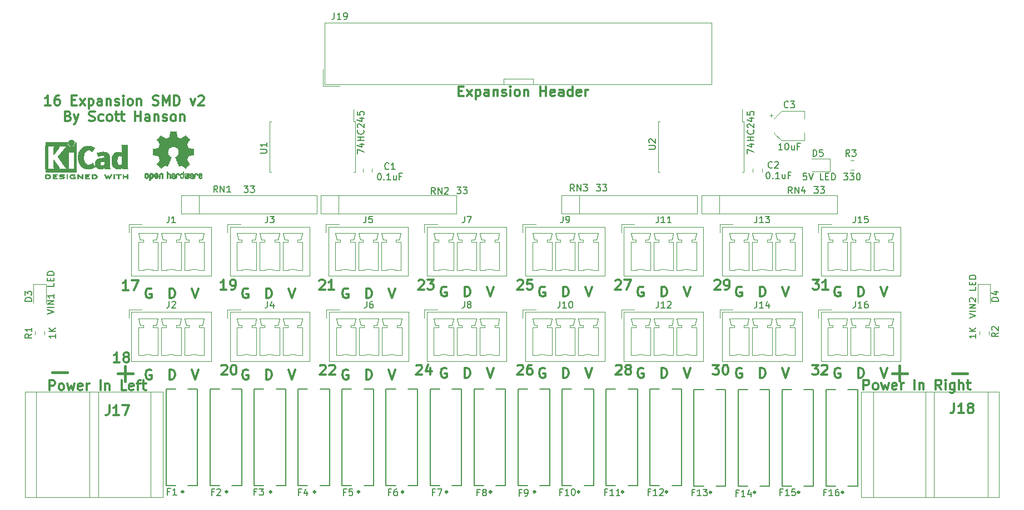
<source format=gbr>
G04 #@! TF.GenerationSoftware,KiCad,Pcbnew,(6.0.5)*
G04 #@! TF.CreationDate,2022-05-09T00:24:36-04:00*
G04 #@! TF.ProjectId,PB_16,50425f31-362e-46b6-9963-61645f706362,v2*
G04 #@! TF.SameCoordinates,Original*
G04 #@! TF.FileFunction,Legend,Top*
G04 #@! TF.FilePolarity,Positive*
%FSLAX46Y46*%
G04 Gerber Fmt 4.6, Leading zero omitted, Abs format (unit mm)*
G04 Created by KiCad (PCBNEW (6.0.5)) date 2022-05-09 00:24:36*
%MOMM*%
%LPD*%
G01*
G04 APERTURE LIST*
%ADD10C,0.120000*%
%ADD11C,0.300000*%
%ADD12C,0.400000*%
%ADD13C,0.150000*%
%ADD14C,0.127000*%
%ADD15C,0.010000*%
G04 APERTURE END LIST*
D10*
X147701000Y-90467800D02*
X147701000Y-89667800D01*
X147701000Y-89667800D02*
X143201000Y-89667800D01*
X143201000Y-89667800D02*
X143201000Y-90467800D01*
D11*
X104278857Y-134078000D02*
X104136000Y-134006571D01*
X103921714Y-134006571D01*
X103707428Y-134078000D01*
X103564571Y-134220857D01*
X103493142Y-134363714D01*
X103421714Y-134649428D01*
X103421714Y-134863714D01*
X103493142Y-135149428D01*
X103564571Y-135292285D01*
X103707428Y-135435142D01*
X103921714Y-135506571D01*
X104064571Y-135506571D01*
X104278857Y-135435142D01*
X104350285Y-135363714D01*
X104350285Y-134863714D01*
X104064571Y-134863714D01*
X122289142Y-135506571D02*
X122289142Y-134006571D01*
X122646285Y-134006571D01*
X122860571Y-134078000D01*
X123003428Y-134220857D01*
X123074857Y-134363714D01*
X123146285Y-134649428D01*
X123146285Y-134863714D01*
X123074857Y-135149428D01*
X123003428Y-135292285D01*
X122860571Y-135435142D01*
X122646285Y-135506571D01*
X122289142Y-135506571D01*
X170696000Y-133752571D02*
X171196000Y-135252571D01*
X171696000Y-133752571D01*
X167247142Y-135252571D02*
X167247142Y-133752571D01*
X167604285Y-133752571D01*
X167818571Y-133824000D01*
X167961428Y-133966857D01*
X168032857Y-134109714D01*
X168104285Y-134395428D01*
X168104285Y-134609714D01*
X168032857Y-134895428D01*
X167961428Y-135038285D01*
X167818571Y-135181142D01*
X167604285Y-135252571D01*
X167247142Y-135252571D01*
X185682000Y-133752571D02*
X186182000Y-135252571D01*
X186682000Y-133752571D01*
X119518857Y-134078000D02*
X119376000Y-134006571D01*
X119161714Y-134006571D01*
X118947428Y-134078000D01*
X118804571Y-134220857D01*
X118733142Y-134363714D01*
X118661714Y-134649428D01*
X118661714Y-134863714D01*
X118733142Y-135149428D01*
X118804571Y-135292285D01*
X118947428Y-135435142D01*
X119161714Y-135506571D01*
X119304571Y-135506571D01*
X119518857Y-135435142D01*
X119590285Y-135363714D01*
X119590285Y-134863714D01*
X119304571Y-134863714D01*
X179462857Y-133824000D02*
X179320000Y-133752571D01*
X179105714Y-133752571D01*
X178891428Y-133824000D01*
X178748571Y-133966857D01*
X178677142Y-134109714D01*
X178605714Y-134395428D01*
X178605714Y-134609714D01*
X178677142Y-134895428D01*
X178748571Y-135038285D01*
X178891428Y-135181142D01*
X179105714Y-135252571D01*
X179248571Y-135252571D01*
X179462857Y-135181142D01*
X179534285Y-135109714D01*
X179534285Y-134609714D01*
X179248571Y-134609714D01*
X200668000Y-133752571D02*
X201168000Y-135252571D01*
X201668000Y-133752571D01*
X197219142Y-135252571D02*
X197219142Y-133752571D01*
X197576285Y-133752571D01*
X197790571Y-133824000D01*
X197933428Y-133966857D01*
X198004857Y-134109714D01*
X198076285Y-134395428D01*
X198076285Y-134609714D01*
X198004857Y-134895428D01*
X197933428Y-135038285D01*
X197790571Y-135181142D01*
X197576285Y-135252571D01*
X197219142Y-135252571D01*
X194448857Y-133824000D02*
X194306000Y-133752571D01*
X194091714Y-133752571D01*
X193877428Y-133824000D01*
X193734571Y-133966857D01*
X193663142Y-134109714D01*
X193591714Y-134395428D01*
X193591714Y-134609714D01*
X193663142Y-134895428D01*
X193734571Y-135038285D01*
X193877428Y-135181142D01*
X194091714Y-135252571D01*
X194234571Y-135252571D01*
X194448857Y-135181142D01*
X194520285Y-135109714D01*
X194520285Y-134609714D01*
X194234571Y-134609714D01*
X137275142Y-135252571D02*
X137275142Y-133752571D01*
X137632285Y-133752571D01*
X137846571Y-133824000D01*
X137989428Y-133966857D01*
X138060857Y-134109714D01*
X138132285Y-134395428D01*
X138132285Y-134609714D01*
X138060857Y-134895428D01*
X137989428Y-135038285D01*
X137846571Y-135181142D01*
X137632285Y-135252571D01*
X137275142Y-135252571D01*
X107049142Y-135506571D02*
X107049142Y-134006571D01*
X107406285Y-134006571D01*
X107620571Y-134078000D01*
X107763428Y-134220857D01*
X107834857Y-134363714D01*
X107906285Y-134649428D01*
X107906285Y-134863714D01*
X107834857Y-135149428D01*
X107763428Y-135292285D01*
X107620571Y-135435142D01*
X107406285Y-135506571D01*
X107049142Y-135506571D01*
X182233142Y-135252571D02*
X182233142Y-133752571D01*
X182590285Y-133752571D01*
X182804571Y-133824000D01*
X182947428Y-133966857D01*
X183018857Y-134109714D01*
X183090285Y-134395428D01*
X183090285Y-134609714D01*
X183018857Y-134895428D01*
X182947428Y-135038285D01*
X182804571Y-135181142D01*
X182590285Y-135252571D01*
X182233142Y-135252571D01*
X95766000Y-134006571D02*
X96266000Y-135506571D01*
X96766000Y-134006571D01*
X155710000Y-133752571D02*
X156210000Y-135252571D01*
X156710000Y-133752571D01*
X149490857Y-133824000D02*
X149348000Y-133752571D01*
X149133714Y-133752571D01*
X148919428Y-133824000D01*
X148776571Y-133966857D01*
X148705142Y-134109714D01*
X148633714Y-134395428D01*
X148633714Y-134609714D01*
X148705142Y-134895428D01*
X148776571Y-135038285D01*
X148919428Y-135181142D01*
X149133714Y-135252571D01*
X149276571Y-135252571D01*
X149490857Y-135181142D01*
X149562285Y-135109714D01*
X149562285Y-134609714D01*
X149276571Y-134609714D01*
X134504857Y-133824000D02*
X134362000Y-133752571D01*
X134147714Y-133752571D01*
X133933428Y-133824000D01*
X133790571Y-133966857D01*
X133719142Y-134109714D01*
X133647714Y-134395428D01*
X133647714Y-134609714D01*
X133719142Y-134895428D01*
X133790571Y-135038285D01*
X133933428Y-135181142D01*
X134147714Y-135252571D01*
X134290571Y-135252571D01*
X134504857Y-135181142D01*
X134576285Y-135109714D01*
X134576285Y-134609714D01*
X134290571Y-134609714D01*
X110498000Y-134006571D02*
X110998000Y-135506571D01*
X111498000Y-134006571D01*
X89546857Y-134078000D02*
X89404000Y-134006571D01*
X89189714Y-134006571D01*
X88975428Y-134078000D01*
X88832571Y-134220857D01*
X88761142Y-134363714D01*
X88689714Y-134649428D01*
X88689714Y-134863714D01*
X88761142Y-135149428D01*
X88832571Y-135292285D01*
X88975428Y-135435142D01*
X89189714Y-135506571D01*
X89332571Y-135506571D01*
X89546857Y-135435142D01*
X89618285Y-135363714D01*
X89618285Y-134863714D01*
X89332571Y-134863714D01*
X92317142Y-135506571D02*
X92317142Y-134006571D01*
X92674285Y-134006571D01*
X92888571Y-134078000D01*
X93031428Y-134220857D01*
X93102857Y-134363714D01*
X93174285Y-134649428D01*
X93174285Y-134863714D01*
X93102857Y-135149428D01*
X93031428Y-135292285D01*
X92888571Y-135435142D01*
X92674285Y-135506571D01*
X92317142Y-135506571D01*
X140724000Y-133752571D02*
X141224000Y-135252571D01*
X141724000Y-133752571D01*
X125738000Y-134006571D02*
X126238000Y-135506571D01*
X126738000Y-134006571D01*
X152261142Y-135252571D02*
X152261142Y-133752571D01*
X152618285Y-133752571D01*
X152832571Y-133824000D01*
X152975428Y-133966857D01*
X153046857Y-134109714D01*
X153118285Y-134395428D01*
X153118285Y-134609714D01*
X153046857Y-134895428D01*
X152975428Y-135038285D01*
X152832571Y-135181142D01*
X152618285Y-135252571D01*
X152261142Y-135252571D01*
X164476857Y-133824000D02*
X164334000Y-133752571D01*
X164119714Y-133752571D01*
X163905428Y-133824000D01*
X163762571Y-133966857D01*
X163691142Y-134109714D01*
X163619714Y-134395428D01*
X163619714Y-134609714D01*
X163691142Y-134895428D01*
X163762571Y-135038285D01*
X163905428Y-135181142D01*
X164119714Y-135252571D01*
X164262571Y-135252571D01*
X164476857Y-135181142D01*
X164548285Y-135109714D01*
X164548285Y-134609714D01*
X164262571Y-134609714D01*
X92317142Y-123106571D02*
X92317142Y-121606571D01*
X92674285Y-121606571D01*
X92888571Y-121678000D01*
X93031428Y-121820857D01*
X93102857Y-121963714D01*
X93174285Y-122249428D01*
X93174285Y-122463714D01*
X93102857Y-122749428D01*
X93031428Y-122892285D01*
X92888571Y-123035142D01*
X92674285Y-123106571D01*
X92317142Y-123106571D01*
X89546857Y-121678000D02*
X89404000Y-121606571D01*
X89189714Y-121606571D01*
X88975428Y-121678000D01*
X88832571Y-121820857D01*
X88761142Y-121963714D01*
X88689714Y-122249428D01*
X88689714Y-122463714D01*
X88761142Y-122749428D01*
X88832571Y-122892285D01*
X88975428Y-123035142D01*
X89189714Y-123106571D01*
X89332571Y-123106571D01*
X89546857Y-123035142D01*
X89618285Y-122963714D01*
X89618285Y-122463714D01*
X89332571Y-122463714D01*
X95766000Y-121606571D02*
X96266000Y-123106571D01*
X96766000Y-121606571D01*
D12*
X202398142Y-134580085D02*
X204683857Y-134580085D01*
X203541000Y-135722942D02*
X203541000Y-133437228D01*
D11*
X74251000Y-93688871D02*
X73393857Y-93688871D01*
X73822428Y-93688871D02*
X73822428Y-92188871D01*
X73679571Y-92403157D01*
X73536714Y-92546014D01*
X73393857Y-92617442D01*
X75536714Y-92188871D02*
X75251000Y-92188871D01*
X75108142Y-92260300D01*
X75036714Y-92331728D01*
X74893857Y-92546014D01*
X74822428Y-92831728D01*
X74822428Y-93403157D01*
X74893857Y-93546014D01*
X74965285Y-93617442D01*
X75108142Y-93688871D01*
X75393857Y-93688871D01*
X75536714Y-93617442D01*
X75608142Y-93546014D01*
X75679571Y-93403157D01*
X75679571Y-93046014D01*
X75608142Y-92903157D01*
X75536714Y-92831728D01*
X75393857Y-92760300D01*
X75108142Y-92760300D01*
X74965285Y-92831728D01*
X74893857Y-92903157D01*
X74822428Y-93046014D01*
X77465285Y-92903157D02*
X77965285Y-92903157D01*
X78179571Y-93688871D02*
X77465285Y-93688871D01*
X77465285Y-92188871D01*
X78179571Y-92188871D01*
X78679571Y-93688871D02*
X79465285Y-92688871D01*
X78679571Y-92688871D02*
X79465285Y-93688871D01*
X80036714Y-92688871D02*
X80036714Y-94188871D01*
X80036714Y-92760300D02*
X80179571Y-92688871D01*
X80465285Y-92688871D01*
X80608142Y-92760300D01*
X80679571Y-92831728D01*
X80751000Y-92974585D01*
X80751000Y-93403157D01*
X80679571Y-93546014D01*
X80608142Y-93617442D01*
X80465285Y-93688871D01*
X80179571Y-93688871D01*
X80036714Y-93617442D01*
X82036714Y-93688871D02*
X82036714Y-92903157D01*
X81965285Y-92760300D01*
X81822428Y-92688871D01*
X81536714Y-92688871D01*
X81393857Y-92760300D01*
X82036714Y-93617442D02*
X81893857Y-93688871D01*
X81536714Y-93688871D01*
X81393857Y-93617442D01*
X81322428Y-93474585D01*
X81322428Y-93331728D01*
X81393857Y-93188871D01*
X81536714Y-93117442D01*
X81893857Y-93117442D01*
X82036714Y-93046014D01*
X82751000Y-92688871D02*
X82751000Y-93688871D01*
X82751000Y-92831728D02*
X82822428Y-92760300D01*
X82965285Y-92688871D01*
X83179571Y-92688871D01*
X83322428Y-92760300D01*
X83393857Y-92903157D01*
X83393857Y-93688871D01*
X84036714Y-93617442D02*
X84179571Y-93688871D01*
X84465285Y-93688871D01*
X84608142Y-93617442D01*
X84679571Y-93474585D01*
X84679571Y-93403157D01*
X84608142Y-93260300D01*
X84465285Y-93188871D01*
X84251000Y-93188871D01*
X84108142Y-93117442D01*
X84036714Y-92974585D01*
X84036714Y-92903157D01*
X84108142Y-92760300D01*
X84251000Y-92688871D01*
X84465285Y-92688871D01*
X84608142Y-92760300D01*
X85322428Y-93688871D02*
X85322428Y-92688871D01*
X85322428Y-92188871D02*
X85251000Y-92260300D01*
X85322428Y-92331728D01*
X85393857Y-92260300D01*
X85322428Y-92188871D01*
X85322428Y-92331728D01*
X86251000Y-93688871D02*
X86108142Y-93617442D01*
X86036714Y-93546014D01*
X85965285Y-93403157D01*
X85965285Y-92974585D01*
X86036714Y-92831728D01*
X86108142Y-92760300D01*
X86251000Y-92688871D01*
X86465285Y-92688871D01*
X86608142Y-92760300D01*
X86679571Y-92831728D01*
X86751000Y-92974585D01*
X86751000Y-93403157D01*
X86679571Y-93546014D01*
X86608142Y-93617442D01*
X86465285Y-93688871D01*
X86251000Y-93688871D01*
X87393857Y-92688871D02*
X87393857Y-93688871D01*
X87393857Y-92831728D02*
X87465285Y-92760300D01*
X87608142Y-92688871D01*
X87822428Y-92688871D01*
X87965285Y-92760300D01*
X88036714Y-92903157D01*
X88036714Y-93688871D01*
X89822428Y-93617442D02*
X90036714Y-93688871D01*
X90393857Y-93688871D01*
X90536714Y-93617442D01*
X90608142Y-93546014D01*
X90679571Y-93403157D01*
X90679571Y-93260300D01*
X90608142Y-93117442D01*
X90536714Y-93046014D01*
X90393857Y-92974585D01*
X90108142Y-92903157D01*
X89965285Y-92831728D01*
X89893857Y-92760300D01*
X89822428Y-92617442D01*
X89822428Y-92474585D01*
X89893857Y-92331728D01*
X89965285Y-92260300D01*
X90108142Y-92188871D01*
X90465285Y-92188871D01*
X90679571Y-92260300D01*
X91322428Y-93688871D02*
X91322428Y-92188871D01*
X91822428Y-93260300D01*
X92322428Y-92188871D01*
X92322428Y-93688871D01*
X93036714Y-93688871D02*
X93036714Y-92188871D01*
X93393857Y-92188871D01*
X93608142Y-92260300D01*
X93750999Y-92403157D01*
X93822428Y-92546014D01*
X93893857Y-92831728D01*
X93893857Y-93046014D01*
X93822428Y-93331728D01*
X93750999Y-93474585D01*
X93608142Y-93617442D01*
X93393857Y-93688871D01*
X93036714Y-93688871D01*
X95536714Y-92688871D02*
X95893857Y-93688871D01*
X96250999Y-92688871D01*
X96750999Y-92331728D02*
X96822428Y-92260300D01*
X96965285Y-92188871D01*
X97322428Y-92188871D01*
X97465285Y-92260300D01*
X97536714Y-92331728D01*
X97608142Y-92474585D01*
X97608142Y-92617442D01*
X97536714Y-92831728D01*
X96679571Y-93688871D01*
X97608142Y-93688871D01*
X76893857Y-95318157D02*
X77108142Y-95389585D01*
X77179571Y-95461014D01*
X77251000Y-95603871D01*
X77251000Y-95818157D01*
X77179571Y-95961014D01*
X77108142Y-96032442D01*
X76965285Y-96103871D01*
X76393857Y-96103871D01*
X76393857Y-94603871D01*
X76893857Y-94603871D01*
X77036714Y-94675300D01*
X77108142Y-94746728D01*
X77179571Y-94889585D01*
X77179571Y-95032442D01*
X77108142Y-95175300D01*
X77036714Y-95246728D01*
X76893857Y-95318157D01*
X76393857Y-95318157D01*
X77751000Y-95103871D02*
X78108142Y-96103871D01*
X78465285Y-95103871D02*
X78108142Y-96103871D01*
X77965285Y-96461014D01*
X77893857Y-96532442D01*
X77751000Y-96603871D01*
X80108142Y-96032442D02*
X80322428Y-96103871D01*
X80679571Y-96103871D01*
X80822428Y-96032442D01*
X80893857Y-95961014D01*
X80965285Y-95818157D01*
X80965285Y-95675300D01*
X80893857Y-95532442D01*
X80822428Y-95461014D01*
X80679571Y-95389585D01*
X80393857Y-95318157D01*
X80251000Y-95246728D01*
X80179571Y-95175300D01*
X80108142Y-95032442D01*
X80108142Y-94889585D01*
X80179571Y-94746728D01*
X80251000Y-94675300D01*
X80393857Y-94603871D01*
X80751000Y-94603871D01*
X80965285Y-94675300D01*
X82251000Y-96032442D02*
X82108142Y-96103871D01*
X81822428Y-96103871D01*
X81679571Y-96032442D01*
X81608142Y-95961014D01*
X81536714Y-95818157D01*
X81536714Y-95389585D01*
X81608142Y-95246728D01*
X81679571Y-95175300D01*
X81822428Y-95103871D01*
X82108142Y-95103871D01*
X82251000Y-95175300D01*
X83108142Y-96103871D02*
X82965285Y-96032442D01*
X82893857Y-95961014D01*
X82822428Y-95818157D01*
X82822428Y-95389585D01*
X82893857Y-95246728D01*
X82965285Y-95175300D01*
X83108142Y-95103871D01*
X83322428Y-95103871D01*
X83465285Y-95175300D01*
X83536714Y-95246728D01*
X83608142Y-95389585D01*
X83608142Y-95818157D01*
X83536714Y-95961014D01*
X83465285Y-96032442D01*
X83322428Y-96103871D01*
X83108142Y-96103871D01*
X84036714Y-95103871D02*
X84608142Y-95103871D01*
X84251000Y-94603871D02*
X84251000Y-95889585D01*
X84322428Y-96032442D01*
X84465285Y-96103871D01*
X84608142Y-96103871D01*
X84893857Y-95103871D02*
X85465285Y-95103871D01*
X85108142Y-94603871D02*
X85108142Y-95889585D01*
X85179571Y-96032442D01*
X85322428Y-96103871D01*
X85465285Y-96103871D01*
X87108142Y-96103871D02*
X87108142Y-94603871D01*
X87108142Y-95318157D02*
X87965285Y-95318157D01*
X87965285Y-96103871D02*
X87965285Y-94603871D01*
X89322428Y-96103871D02*
X89322428Y-95318157D01*
X89251000Y-95175300D01*
X89108142Y-95103871D01*
X88822428Y-95103871D01*
X88679571Y-95175300D01*
X89322428Y-96032442D02*
X89179571Y-96103871D01*
X88822428Y-96103871D01*
X88679571Y-96032442D01*
X88608142Y-95889585D01*
X88608142Y-95746728D01*
X88679571Y-95603871D01*
X88822428Y-95532442D01*
X89179571Y-95532442D01*
X89322428Y-95461014D01*
X90036714Y-95103871D02*
X90036714Y-96103871D01*
X90036714Y-95246728D02*
X90108142Y-95175300D01*
X90251000Y-95103871D01*
X90465285Y-95103871D01*
X90608142Y-95175300D01*
X90679571Y-95318157D01*
X90679571Y-96103871D01*
X91322428Y-96032442D02*
X91465285Y-96103871D01*
X91751000Y-96103871D01*
X91893857Y-96032442D01*
X91965285Y-95889585D01*
X91965285Y-95818157D01*
X91893857Y-95675300D01*
X91751000Y-95603871D01*
X91536714Y-95603871D01*
X91393857Y-95532442D01*
X91322428Y-95389585D01*
X91322428Y-95318157D01*
X91393857Y-95175300D01*
X91536714Y-95103871D01*
X91751000Y-95103871D01*
X91893857Y-95175300D01*
X92822428Y-96103871D02*
X92679571Y-96032442D01*
X92608142Y-95961014D01*
X92536714Y-95818157D01*
X92536714Y-95389585D01*
X92608142Y-95246728D01*
X92679571Y-95175300D01*
X92822428Y-95103871D01*
X93036714Y-95103871D01*
X93179571Y-95175300D01*
X93251000Y-95246728D01*
X93322428Y-95389585D01*
X93322428Y-95818157D01*
X93251000Y-95961014D01*
X93179571Y-96032442D01*
X93036714Y-96103871D01*
X92822428Y-96103871D01*
X93965285Y-95103871D02*
X93965285Y-96103871D01*
X93965285Y-95246728D02*
X94036714Y-95175300D01*
X94179571Y-95103871D01*
X94393857Y-95103871D01*
X94536714Y-95175300D01*
X94608142Y-95318157D01*
X94608142Y-96103871D01*
X86115285Y-121896371D02*
X85258142Y-121896371D01*
X85686714Y-121896371D02*
X85686714Y-120396371D01*
X85543857Y-120610657D01*
X85401000Y-120753514D01*
X85258142Y-120824942D01*
X86615285Y-120396371D02*
X87615285Y-120396371D01*
X86972428Y-121896371D01*
X115258142Y-133439228D02*
X115329571Y-133367800D01*
X115472428Y-133296371D01*
X115829571Y-133296371D01*
X115972428Y-133367800D01*
X116043857Y-133439228D01*
X116115285Y-133582085D01*
X116115285Y-133724942D01*
X116043857Y-133939228D01*
X115186714Y-134796371D01*
X116115285Y-134796371D01*
X116686714Y-133439228D02*
X116758142Y-133367800D01*
X116901000Y-133296371D01*
X117258142Y-133296371D01*
X117401000Y-133367800D01*
X117472428Y-133439228D01*
X117543857Y-133582085D01*
X117543857Y-133724942D01*
X117472428Y-133939228D01*
X116615285Y-134796371D01*
X117543857Y-134796371D01*
X190286714Y-120296371D02*
X191215285Y-120296371D01*
X190715285Y-120867800D01*
X190929571Y-120867800D01*
X191072428Y-120939228D01*
X191143857Y-121010657D01*
X191215285Y-121153514D01*
X191215285Y-121510657D01*
X191143857Y-121653514D01*
X191072428Y-121724942D01*
X190929571Y-121796371D01*
X190501000Y-121796371D01*
X190358142Y-121724942D01*
X190286714Y-121653514D01*
X192643857Y-121796371D02*
X191786714Y-121796371D01*
X192215285Y-121796371D02*
X192215285Y-120296371D01*
X192072428Y-120510657D01*
X191929571Y-120653514D01*
X191786714Y-120724942D01*
X110498000Y-121606571D02*
X110998000Y-123106571D01*
X111498000Y-121606571D01*
D12*
X211542142Y-134580085D02*
X213827857Y-134580085D01*
D11*
X130258142Y-120439228D02*
X130329571Y-120367800D01*
X130472428Y-120296371D01*
X130829571Y-120296371D01*
X130972428Y-120367800D01*
X131043857Y-120439228D01*
X131115285Y-120582085D01*
X131115285Y-120724942D01*
X131043857Y-120939228D01*
X130186714Y-121796371D01*
X131115285Y-121796371D01*
X131615285Y-120296371D02*
X132543857Y-120296371D01*
X132043857Y-120867800D01*
X132258142Y-120867800D01*
X132401000Y-120939228D01*
X132472428Y-121010657D01*
X132543857Y-121153514D01*
X132543857Y-121510657D01*
X132472428Y-121653514D01*
X132401000Y-121724942D01*
X132258142Y-121796371D01*
X131829571Y-121796371D01*
X131686714Y-121724942D01*
X131615285Y-121653514D01*
X125738000Y-121606571D02*
X126238000Y-123106571D01*
X126738000Y-121606571D01*
X145358142Y-120439228D02*
X145429571Y-120367800D01*
X145572428Y-120296371D01*
X145929571Y-120296371D01*
X146072428Y-120367800D01*
X146143857Y-120439228D01*
X146215285Y-120582085D01*
X146215285Y-120724942D01*
X146143857Y-120939228D01*
X145286714Y-121796371D01*
X146215285Y-121796371D01*
X147572428Y-120296371D02*
X146858142Y-120296371D01*
X146786714Y-121010657D01*
X146858142Y-120939228D01*
X147001000Y-120867800D01*
X147358142Y-120867800D01*
X147501000Y-120939228D01*
X147572428Y-121010657D01*
X147643857Y-121153514D01*
X147643857Y-121510657D01*
X147572428Y-121653514D01*
X147501000Y-121724942D01*
X147358142Y-121796371D01*
X147001000Y-121796371D01*
X146858142Y-121724942D01*
X146786714Y-121653514D01*
X140724000Y-121352571D02*
X141224000Y-122852571D01*
X141724000Y-121352571D01*
X164476857Y-121424000D02*
X164334000Y-121352571D01*
X164119714Y-121352571D01*
X163905428Y-121424000D01*
X163762571Y-121566857D01*
X163691142Y-121709714D01*
X163619714Y-121995428D01*
X163619714Y-122209714D01*
X163691142Y-122495428D01*
X163762571Y-122638285D01*
X163905428Y-122781142D01*
X164119714Y-122852571D01*
X164262571Y-122852571D01*
X164476857Y-122781142D01*
X164548285Y-122709714D01*
X164548285Y-122209714D01*
X164262571Y-122209714D01*
X197219142Y-122852571D02*
X197219142Y-121352571D01*
X197576285Y-121352571D01*
X197790571Y-121424000D01*
X197933428Y-121566857D01*
X198004857Y-121709714D01*
X198076285Y-121995428D01*
X198076285Y-122209714D01*
X198004857Y-122495428D01*
X197933428Y-122638285D01*
X197790571Y-122781142D01*
X197576285Y-122852571D01*
X197219142Y-122852571D01*
X84765285Y-132896371D02*
X83908142Y-132896371D01*
X84336714Y-132896371D02*
X84336714Y-131396371D01*
X84193857Y-131610657D01*
X84051000Y-131753514D01*
X83908142Y-131824942D01*
X85622428Y-132039228D02*
X85479571Y-131967800D01*
X85408142Y-131896371D01*
X85336714Y-131753514D01*
X85336714Y-131682085D01*
X85408142Y-131539228D01*
X85479571Y-131467800D01*
X85622428Y-131396371D01*
X85908142Y-131396371D01*
X86051000Y-131467800D01*
X86122428Y-131539228D01*
X86193857Y-131682085D01*
X86193857Y-131753514D01*
X86122428Y-131896371D01*
X86051000Y-131967800D01*
X85908142Y-132039228D01*
X85622428Y-132039228D01*
X85479571Y-132110657D01*
X85408142Y-132182085D01*
X85336714Y-132324942D01*
X85336714Y-132610657D01*
X85408142Y-132753514D01*
X85479571Y-132824942D01*
X85622428Y-132896371D01*
X85908142Y-132896371D01*
X86051000Y-132824942D01*
X86122428Y-132753514D01*
X86193857Y-132610657D01*
X86193857Y-132324942D01*
X86122428Y-132182085D01*
X86051000Y-132110657D01*
X85908142Y-132039228D01*
X194448857Y-121424000D02*
X194306000Y-121352571D01*
X194091714Y-121352571D01*
X193877428Y-121424000D01*
X193734571Y-121566857D01*
X193663142Y-121709714D01*
X193591714Y-121995428D01*
X193591714Y-122209714D01*
X193663142Y-122495428D01*
X193734571Y-122638285D01*
X193877428Y-122781142D01*
X194091714Y-122852571D01*
X194234571Y-122852571D01*
X194448857Y-122781142D01*
X194520285Y-122709714D01*
X194520285Y-122209714D01*
X194234571Y-122209714D01*
X179462857Y-121424000D02*
X179320000Y-121352571D01*
X179105714Y-121352571D01*
X178891428Y-121424000D01*
X178748571Y-121566857D01*
X178677142Y-121709714D01*
X178605714Y-121995428D01*
X178605714Y-122209714D01*
X178677142Y-122495428D01*
X178748571Y-122638285D01*
X178891428Y-122781142D01*
X179105714Y-122852571D01*
X179248571Y-122852571D01*
X179462857Y-122781142D01*
X179534285Y-122709714D01*
X179534285Y-122209714D01*
X179248571Y-122209714D01*
X175358142Y-120439228D02*
X175429571Y-120367800D01*
X175572428Y-120296371D01*
X175929571Y-120296371D01*
X176072428Y-120367800D01*
X176143857Y-120439228D01*
X176215285Y-120582085D01*
X176215285Y-120724942D01*
X176143857Y-120939228D01*
X175286714Y-121796371D01*
X176215285Y-121796371D01*
X176929571Y-121796371D02*
X177215285Y-121796371D01*
X177358142Y-121724942D01*
X177429571Y-121653514D01*
X177572428Y-121439228D01*
X177643857Y-121153514D01*
X177643857Y-120582085D01*
X177572428Y-120439228D01*
X177501000Y-120367800D01*
X177358142Y-120296371D01*
X177072428Y-120296371D01*
X176929571Y-120367800D01*
X176858142Y-120439228D01*
X176786714Y-120582085D01*
X176786714Y-120939228D01*
X176858142Y-121082085D01*
X176929571Y-121153514D01*
X177072428Y-121224942D01*
X177358142Y-121224942D01*
X177501000Y-121153514D01*
X177572428Y-121082085D01*
X177643857Y-120939228D01*
X160258142Y-120439228D02*
X160329571Y-120367800D01*
X160472428Y-120296371D01*
X160829571Y-120296371D01*
X160972428Y-120367800D01*
X161043857Y-120439228D01*
X161115285Y-120582085D01*
X161115285Y-120724942D01*
X161043857Y-120939228D01*
X160186714Y-121796371D01*
X161115285Y-121796371D01*
X161615285Y-120296371D02*
X162615285Y-120296371D01*
X161972428Y-121796371D01*
X175086714Y-133296371D02*
X176015285Y-133296371D01*
X175515285Y-133867800D01*
X175729571Y-133867800D01*
X175872428Y-133939228D01*
X175943857Y-134010657D01*
X176015285Y-134153514D01*
X176015285Y-134510657D01*
X175943857Y-134653514D01*
X175872428Y-134724942D01*
X175729571Y-134796371D01*
X175301000Y-134796371D01*
X175158142Y-134724942D01*
X175086714Y-134653514D01*
X176943857Y-133296371D02*
X177086714Y-133296371D01*
X177229571Y-133367800D01*
X177301000Y-133439228D01*
X177372428Y-133582085D01*
X177443857Y-133867800D01*
X177443857Y-134224942D01*
X177372428Y-134510657D01*
X177301000Y-134653514D01*
X177229571Y-134724942D01*
X177086714Y-134796371D01*
X176943857Y-134796371D01*
X176801000Y-134724942D01*
X176729571Y-134653514D01*
X176658142Y-134510657D01*
X176586714Y-134224942D01*
X176586714Y-133867800D01*
X176658142Y-133582085D01*
X176729571Y-133439228D01*
X176801000Y-133367800D01*
X176943857Y-133296371D01*
D12*
X84458142Y-134632085D02*
X86743857Y-134632085D01*
X85601000Y-135774942D02*
X85601000Y-133489228D01*
D11*
X155710000Y-121352571D02*
X156210000Y-122852571D01*
X156710000Y-121352571D01*
X152261142Y-122852571D02*
X152261142Y-121352571D01*
X152618285Y-121352571D01*
X152832571Y-121424000D01*
X152975428Y-121566857D01*
X153046857Y-121709714D01*
X153118285Y-121995428D01*
X153118285Y-122209714D01*
X153046857Y-122495428D01*
X152975428Y-122638285D01*
X152832571Y-122781142D01*
X152618285Y-122852571D01*
X152261142Y-122852571D01*
X107049142Y-123106571D02*
X107049142Y-121606571D01*
X107406285Y-121606571D01*
X107620571Y-121678000D01*
X107763428Y-121820857D01*
X107834857Y-121963714D01*
X107906285Y-122249428D01*
X107906285Y-122463714D01*
X107834857Y-122749428D01*
X107763428Y-122892285D01*
X107620571Y-123035142D01*
X107406285Y-123106571D01*
X107049142Y-123106571D01*
X185682000Y-121352571D02*
X186182000Y-122852571D01*
X186682000Y-121352571D01*
X119518857Y-121678000D02*
X119376000Y-121606571D01*
X119161714Y-121606571D01*
X118947428Y-121678000D01*
X118804571Y-121820857D01*
X118733142Y-121963714D01*
X118661714Y-122249428D01*
X118661714Y-122463714D01*
X118733142Y-122749428D01*
X118804571Y-122892285D01*
X118947428Y-123035142D01*
X119161714Y-123106571D01*
X119304571Y-123106571D01*
X119518857Y-123035142D01*
X119590285Y-122963714D01*
X119590285Y-122463714D01*
X119304571Y-122463714D01*
X145358142Y-133439228D02*
X145429571Y-133367800D01*
X145572428Y-133296371D01*
X145929571Y-133296371D01*
X146072428Y-133367800D01*
X146143857Y-133439228D01*
X146215285Y-133582085D01*
X146215285Y-133724942D01*
X146143857Y-133939228D01*
X145286714Y-134796371D01*
X146215285Y-134796371D01*
X147501000Y-133296371D02*
X147215285Y-133296371D01*
X147072428Y-133367800D01*
X147001000Y-133439228D01*
X146858142Y-133653514D01*
X146786714Y-133939228D01*
X146786714Y-134510657D01*
X146858142Y-134653514D01*
X146929571Y-134724942D01*
X147072428Y-134796371D01*
X147358142Y-134796371D01*
X147501000Y-134724942D01*
X147572428Y-134653514D01*
X147643857Y-134510657D01*
X147643857Y-134153514D01*
X147572428Y-134010657D01*
X147501000Y-133939228D01*
X147358142Y-133867800D01*
X147072428Y-133867800D01*
X146929571Y-133939228D01*
X146858142Y-134010657D01*
X146786714Y-134153514D01*
D12*
X74458142Y-134432085D02*
X76743857Y-134432085D01*
D11*
X134504857Y-121424000D02*
X134362000Y-121352571D01*
X134147714Y-121352571D01*
X133933428Y-121424000D01*
X133790571Y-121566857D01*
X133719142Y-121709714D01*
X133647714Y-121995428D01*
X133647714Y-122209714D01*
X133719142Y-122495428D01*
X133790571Y-122638285D01*
X133933428Y-122781142D01*
X134147714Y-122852571D01*
X134290571Y-122852571D01*
X134504857Y-122781142D01*
X134576285Y-122709714D01*
X134576285Y-122209714D01*
X134290571Y-122209714D01*
X170696000Y-121352571D02*
X171196000Y-122852571D01*
X171696000Y-121352571D01*
X122289142Y-123106571D02*
X122289142Y-121606571D01*
X122646285Y-121606571D01*
X122860571Y-121678000D01*
X123003428Y-121820857D01*
X123074857Y-121963714D01*
X123146285Y-122249428D01*
X123146285Y-122463714D01*
X123074857Y-122749428D01*
X123003428Y-122892285D01*
X122860571Y-123035142D01*
X122646285Y-123106571D01*
X122289142Y-123106571D01*
X160358142Y-133439228D02*
X160429571Y-133367800D01*
X160572428Y-133296371D01*
X160929571Y-133296371D01*
X161072428Y-133367800D01*
X161143857Y-133439228D01*
X161215285Y-133582085D01*
X161215285Y-133724942D01*
X161143857Y-133939228D01*
X160286714Y-134796371D01*
X161215285Y-134796371D01*
X162072428Y-133939228D02*
X161929571Y-133867800D01*
X161858142Y-133796371D01*
X161786714Y-133653514D01*
X161786714Y-133582085D01*
X161858142Y-133439228D01*
X161929571Y-133367800D01*
X162072428Y-133296371D01*
X162358142Y-133296371D01*
X162501000Y-133367800D01*
X162572428Y-133439228D01*
X162643857Y-133582085D01*
X162643857Y-133653514D01*
X162572428Y-133796371D01*
X162501000Y-133867800D01*
X162358142Y-133939228D01*
X162072428Y-133939228D01*
X161929571Y-134010657D01*
X161858142Y-134082085D01*
X161786714Y-134224942D01*
X161786714Y-134510657D01*
X161858142Y-134653514D01*
X161929571Y-134724942D01*
X162072428Y-134796371D01*
X162358142Y-134796371D01*
X162501000Y-134724942D01*
X162572428Y-134653514D01*
X162643857Y-134510657D01*
X162643857Y-134224942D01*
X162572428Y-134082085D01*
X162501000Y-134010657D01*
X162358142Y-133939228D01*
X115158142Y-120439228D02*
X115229571Y-120367800D01*
X115372428Y-120296371D01*
X115729571Y-120296371D01*
X115872428Y-120367800D01*
X115943857Y-120439228D01*
X116015285Y-120582085D01*
X116015285Y-120724942D01*
X115943857Y-120939228D01*
X115086714Y-121796371D01*
X116015285Y-121796371D01*
X117443857Y-121796371D02*
X116586714Y-121796371D01*
X117015285Y-121796371D02*
X117015285Y-120296371D01*
X116872428Y-120510657D01*
X116729571Y-120653514D01*
X116586714Y-120724942D01*
X182233142Y-122852571D02*
X182233142Y-121352571D01*
X182590285Y-121352571D01*
X182804571Y-121424000D01*
X182947428Y-121566857D01*
X183018857Y-121709714D01*
X183090285Y-121995428D01*
X183090285Y-122209714D01*
X183018857Y-122495428D01*
X182947428Y-122638285D01*
X182804571Y-122781142D01*
X182590285Y-122852571D01*
X182233142Y-122852571D01*
X167247142Y-122852571D02*
X167247142Y-121352571D01*
X167604285Y-121352571D01*
X167818571Y-121424000D01*
X167961428Y-121566857D01*
X168032857Y-121709714D01*
X168104285Y-121995428D01*
X168104285Y-122209714D01*
X168032857Y-122495428D01*
X167961428Y-122638285D01*
X167818571Y-122781142D01*
X167604285Y-122852571D01*
X167247142Y-122852571D01*
X190186714Y-133296371D02*
X191115285Y-133296371D01*
X190615285Y-133867800D01*
X190829571Y-133867800D01*
X190972428Y-133939228D01*
X191043857Y-134010657D01*
X191115285Y-134153514D01*
X191115285Y-134510657D01*
X191043857Y-134653514D01*
X190972428Y-134724942D01*
X190829571Y-134796371D01*
X190401000Y-134796371D01*
X190258142Y-134724942D01*
X190186714Y-134653514D01*
X191686714Y-133439228D02*
X191758142Y-133367800D01*
X191901000Y-133296371D01*
X192258142Y-133296371D01*
X192401000Y-133367800D01*
X192472428Y-133439228D01*
X192543857Y-133582085D01*
X192543857Y-133724942D01*
X192472428Y-133939228D01*
X191615285Y-134796371D01*
X192543857Y-134796371D01*
X129958142Y-133439228D02*
X130029571Y-133367800D01*
X130172428Y-133296371D01*
X130529571Y-133296371D01*
X130672428Y-133367800D01*
X130743857Y-133439228D01*
X130815285Y-133582085D01*
X130815285Y-133724942D01*
X130743857Y-133939228D01*
X129886714Y-134796371D01*
X130815285Y-134796371D01*
X132101000Y-133796371D02*
X132101000Y-134796371D01*
X131743857Y-133224942D02*
X131386714Y-134296371D01*
X132315285Y-134296371D01*
X137275142Y-122852571D02*
X137275142Y-121352571D01*
X137632285Y-121352571D01*
X137846571Y-121424000D01*
X137989428Y-121566857D01*
X138060857Y-121709714D01*
X138132285Y-121995428D01*
X138132285Y-122209714D01*
X138060857Y-122495428D01*
X137989428Y-122638285D01*
X137846571Y-122781142D01*
X137632285Y-122852571D01*
X137275142Y-122852571D01*
X200668000Y-121352571D02*
X201168000Y-122852571D01*
X201668000Y-121352571D01*
X100258142Y-133439228D02*
X100329571Y-133367800D01*
X100472428Y-133296371D01*
X100829571Y-133296371D01*
X100972428Y-133367800D01*
X101043857Y-133439228D01*
X101115285Y-133582085D01*
X101115285Y-133724942D01*
X101043857Y-133939228D01*
X100186714Y-134796371D01*
X101115285Y-134796371D01*
X102043857Y-133296371D02*
X102186714Y-133296371D01*
X102329571Y-133367800D01*
X102401000Y-133439228D01*
X102472428Y-133582085D01*
X102543857Y-133867800D01*
X102543857Y-134224942D01*
X102472428Y-134510657D01*
X102401000Y-134653514D01*
X102329571Y-134724942D01*
X102186714Y-134796371D01*
X102043857Y-134796371D01*
X101901000Y-134724942D01*
X101829571Y-134653514D01*
X101758142Y-134510657D01*
X101686714Y-134224942D01*
X101686714Y-133867800D01*
X101758142Y-133582085D01*
X101829571Y-133439228D01*
X101901000Y-133367800D01*
X102043857Y-133296371D01*
X104278857Y-121678000D02*
X104136000Y-121606571D01*
X103921714Y-121606571D01*
X103707428Y-121678000D01*
X103564571Y-121820857D01*
X103493142Y-121963714D01*
X103421714Y-122249428D01*
X103421714Y-122463714D01*
X103493142Y-122749428D01*
X103564571Y-122892285D01*
X103707428Y-123035142D01*
X103921714Y-123106571D01*
X104064571Y-123106571D01*
X104278857Y-123035142D01*
X104350285Y-122963714D01*
X104350285Y-122463714D01*
X104064571Y-122463714D01*
X101015285Y-121796371D02*
X100158142Y-121796371D01*
X100586714Y-121796371D02*
X100586714Y-120296371D01*
X100443857Y-120510657D01*
X100301000Y-120653514D01*
X100158142Y-120724942D01*
X101729571Y-121796371D02*
X102015285Y-121796371D01*
X102158142Y-121724942D01*
X102229571Y-121653514D01*
X102372428Y-121439228D01*
X102443857Y-121153514D01*
X102443857Y-120582085D01*
X102372428Y-120439228D01*
X102301000Y-120367800D01*
X102158142Y-120296371D01*
X101872428Y-120296371D01*
X101729571Y-120367800D01*
X101658142Y-120439228D01*
X101586714Y-120582085D01*
X101586714Y-120939228D01*
X101658142Y-121082085D01*
X101729571Y-121153514D01*
X101872428Y-121224942D01*
X102158142Y-121224942D01*
X102301000Y-121153514D01*
X102372428Y-121082085D01*
X102443857Y-120939228D01*
X149490857Y-121424000D02*
X149348000Y-121352571D01*
X149133714Y-121352571D01*
X148919428Y-121424000D01*
X148776571Y-121566857D01*
X148705142Y-121709714D01*
X148633714Y-121995428D01*
X148633714Y-122209714D01*
X148705142Y-122495428D01*
X148776571Y-122638285D01*
X148919428Y-122781142D01*
X149133714Y-122852571D01*
X149276571Y-122852571D01*
X149490857Y-122781142D01*
X149562285Y-122709714D01*
X149562285Y-122209714D01*
X149276571Y-122209714D01*
D13*
X186584333Y-93974942D02*
X186536714Y-94022561D01*
X186393857Y-94070180D01*
X186298619Y-94070180D01*
X186155761Y-94022561D01*
X186060523Y-93927323D01*
X186012904Y-93832085D01*
X185965285Y-93641609D01*
X185965285Y-93498752D01*
X186012904Y-93308276D01*
X186060523Y-93213038D01*
X186155761Y-93117800D01*
X186298619Y-93070180D01*
X186393857Y-93070180D01*
X186536714Y-93117800D01*
X186584333Y-93165419D01*
X186917666Y-93070180D02*
X187536714Y-93070180D01*
X187203380Y-93451133D01*
X187346238Y-93451133D01*
X187441476Y-93498752D01*
X187489095Y-93546371D01*
X187536714Y-93641609D01*
X187536714Y-93879704D01*
X187489095Y-93974942D01*
X187441476Y-94022561D01*
X187346238Y-94070180D01*
X187060523Y-94070180D01*
X186965285Y-94022561D01*
X186917666Y-93974942D01*
X185679571Y-100470180D02*
X185108142Y-100470180D01*
X185393857Y-100470180D02*
X185393857Y-99470180D01*
X185298619Y-99613038D01*
X185203380Y-99708276D01*
X185108142Y-99755895D01*
X186298619Y-99470180D02*
X186393857Y-99470180D01*
X186489095Y-99517800D01*
X186536714Y-99565419D01*
X186584333Y-99660657D01*
X186631952Y-99851133D01*
X186631952Y-100089228D01*
X186584333Y-100279704D01*
X186536714Y-100374942D01*
X186489095Y-100422561D01*
X186393857Y-100470180D01*
X186298619Y-100470180D01*
X186203380Y-100422561D01*
X186155761Y-100374942D01*
X186108142Y-100279704D01*
X186060523Y-100089228D01*
X186060523Y-99851133D01*
X186108142Y-99660657D01*
X186155761Y-99565419D01*
X186203380Y-99517800D01*
X186298619Y-99470180D01*
X187489095Y-99803514D02*
X187489095Y-100470180D01*
X187060523Y-99803514D02*
X187060523Y-100327323D01*
X187108142Y-100422561D01*
X187203380Y-100470180D01*
X187346238Y-100470180D01*
X187441476Y-100422561D01*
X187489095Y-100374942D01*
X188298619Y-99946371D02*
X187965285Y-99946371D01*
X187965285Y-100470180D02*
X187965285Y-99470180D01*
X188441476Y-99470180D01*
X184134333Y-103174942D02*
X184086714Y-103222561D01*
X183943857Y-103270180D01*
X183848619Y-103270180D01*
X183705761Y-103222561D01*
X183610523Y-103127323D01*
X183562904Y-103032085D01*
X183515285Y-102841609D01*
X183515285Y-102698752D01*
X183562904Y-102508276D01*
X183610523Y-102413038D01*
X183705761Y-102317800D01*
X183848619Y-102270180D01*
X183943857Y-102270180D01*
X184086714Y-102317800D01*
X184134333Y-102365419D01*
X184515285Y-102365419D02*
X184562904Y-102317800D01*
X184658142Y-102270180D01*
X184896238Y-102270180D01*
X184991476Y-102317800D01*
X185039095Y-102365419D01*
X185086714Y-102460657D01*
X185086714Y-102555895D01*
X185039095Y-102698752D01*
X184467666Y-103270180D01*
X185086714Y-103270180D01*
X183458142Y-103870180D02*
X183553380Y-103870180D01*
X183648619Y-103917800D01*
X183696238Y-103965419D01*
X183743857Y-104060657D01*
X183791476Y-104251133D01*
X183791476Y-104489228D01*
X183743857Y-104679704D01*
X183696238Y-104774942D01*
X183648619Y-104822561D01*
X183553380Y-104870180D01*
X183458142Y-104870180D01*
X183362904Y-104822561D01*
X183315285Y-104774942D01*
X183267666Y-104679704D01*
X183220047Y-104489228D01*
X183220047Y-104251133D01*
X183267666Y-104060657D01*
X183315285Y-103965419D01*
X183362904Y-103917800D01*
X183458142Y-103870180D01*
X184220047Y-104774942D02*
X184267666Y-104822561D01*
X184220047Y-104870180D01*
X184172428Y-104822561D01*
X184220047Y-104774942D01*
X184220047Y-104870180D01*
X185220047Y-104870180D02*
X184648619Y-104870180D01*
X184934333Y-104870180D02*
X184934333Y-103870180D01*
X184839095Y-104013038D01*
X184743857Y-104108276D01*
X184648619Y-104155895D01*
X186077190Y-104203514D02*
X186077190Y-104870180D01*
X185648619Y-104203514D02*
X185648619Y-104727323D01*
X185696238Y-104822561D01*
X185791476Y-104870180D01*
X185934333Y-104870180D01*
X186029571Y-104822561D01*
X186077190Y-104774942D01*
X186886714Y-104346371D02*
X186553380Y-104346371D01*
X186553380Y-104870180D02*
X186553380Y-103870180D01*
X187029571Y-103870180D01*
X92266666Y-123602380D02*
X92266666Y-124316666D01*
X92219047Y-124459523D01*
X92123809Y-124554761D01*
X91980952Y-124602380D01*
X91885714Y-124602380D01*
X92695238Y-123697619D02*
X92742857Y-123650000D01*
X92838095Y-123602380D01*
X93076190Y-123602380D01*
X93171428Y-123650000D01*
X93219047Y-123697619D01*
X93266666Y-123792857D01*
X93266666Y-123888095D01*
X93219047Y-124030952D01*
X92647619Y-124602380D01*
X93266666Y-124602380D01*
X122266666Y-110602380D02*
X122266666Y-111316666D01*
X122219047Y-111459523D01*
X122123809Y-111554761D01*
X121980952Y-111602380D01*
X121885714Y-111602380D01*
X123219047Y-110602380D02*
X122742857Y-110602380D01*
X122695238Y-111078571D01*
X122742857Y-111030952D01*
X122838095Y-110983333D01*
X123076190Y-110983333D01*
X123171428Y-111030952D01*
X123219047Y-111078571D01*
X123266666Y-111173809D01*
X123266666Y-111411904D01*
X123219047Y-111507142D01*
X123171428Y-111554761D01*
X123076190Y-111602380D01*
X122838095Y-111602380D01*
X122742857Y-111554761D01*
X122695238Y-111507142D01*
X122381008Y-123602380D02*
X122381008Y-124316666D01*
X122333389Y-124459523D01*
X122238151Y-124554761D01*
X122095294Y-124602380D01*
X122000056Y-124602380D01*
X123285770Y-123602380D02*
X123095294Y-123602380D01*
X123000056Y-123650000D01*
X122952437Y-123697619D01*
X122857199Y-123840476D01*
X122809580Y-124030952D01*
X122809580Y-124411904D01*
X122857199Y-124507142D01*
X122904818Y-124554761D01*
X123000056Y-124602380D01*
X123190532Y-124602380D01*
X123285770Y-124554761D01*
X123333389Y-124507142D01*
X123381008Y-124411904D01*
X123381008Y-124173809D01*
X123333389Y-124078571D01*
X123285770Y-124030952D01*
X123190532Y-123983333D01*
X123000056Y-123983333D01*
X122904818Y-124030952D01*
X122857199Y-124078571D01*
X122809580Y-124173809D01*
X137266666Y-110602380D02*
X137266666Y-111316666D01*
X137219047Y-111459523D01*
X137123809Y-111554761D01*
X136980952Y-111602380D01*
X136885714Y-111602380D01*
X137647619Y-110602380D02*
X138314285Y-110602380D01*
X137885714Y-111602380D01*
X137266666Y-123602380D02*
X137266666Y-124316666D01*
X137219047Y-124459523D01*
X137123809Y-124554761D01*
X136980952Y-124602380D01*
X136885714Y-124602380D01*
X137885714Y-124030952D02*
X137790476Y-123983333D01*
X137742857Y-123935714D01*
X137695238Y-123840476D01*
X137695238Y-123792857D01*
X137742857Y-123697619D01*
X137790476Y-123650000D01*
X137885714Y-123602380D01*
X138076190Y-123602380D01*
X138171428Y-123650000D01*
X138219047Y-123697619D01*
X138266666Y-123792857D01*
X138266666Y-123840476D01*
X138219047Y-123935714D01*
X138171428Y-123983333D01*
X138076190Y-124030952D01*
X137885714Y-124030952D01*
X137790476Y-124078571D01*
X137742857Y-124126190D01*
X137695238Y-124221428D01*
X137695238Y-124411904D01*
X137742857Y-124507142D01*
X137790476Y-124554761D01*
X137885714Y-124602380D01*
X138076190Y-124602380D01*
X138171428Y-124554761D01*
X138219047Y-124507142D01*
X138266666Y-124411904D01*
X138266666Y-124221428D01*
X138219047Y-124126190D01*
X138171428Y-124078571D01*
X138076190Y-124030952D01*
X152266666Y-110602380D02*
X152266666Y-111316666D01*
X152219047Y-111459523D01*
X152123809Y-111554761D01*
X151980952Y-111602380D01*
X151885714Y-111602380D01*
X152790476Y-111602380D02*
X152980952Y-111602380D01*
X153076190Y-111554761D01*
X153123809Y-111507142D01*
X153219047Y-111364285D01*
X153266666Y-111173809D01*
X153266666Y-110792857D01*
X153219047Y-110697619D01*
X153171428Y-110650000D01*
X153076190Y-110602380D01*
X152885714Y-110602380D01*
X152790476Y-110650000D01*
X152742857Y-110697619D01*
X152695238Y-110792857D01*
X152695238Y-111030952D01*
X152742857Y-111126190D01*
X152790476Y-111173809D01*
X152885714Y-111221428D01*
X153076190Y-111221428D01*
X153171428Y-111173809D01*
X153219047Y-111126190D01*
X153266666Y-111030952D01*
X151790476Y-123602380D02*
X151790476Y-124316666D01*
X151742857Y-124459523D01*
X151647619Y-124554761D01*
X151504761Y-124602380D01*
X151409523Y-124602380D01*
X152790476Y-124602380D02*
X152219047Y-124602380D01*
X152504761Y-124602380D02*
X152504761Y-123602380D01*
X152409523Y-123745238D01*
X152314285Y-123840476D01*
X152219047Y-123888095D01*
X153409523Y-123602380D02*
X153504761Y-123602380D01*
X153600000Y-123650000D01*
X153647619Y-123697619D01*
X153695238Y-123792857D01*
X153742857Y-123983333D01*
X153742857Y-124221428D01*
X153695238Y-124411904D01*
X153647619Y-124507142D01*
X153600000Y-124554761D01*
X153504761Y-124602380D01*
X153409523Y-124602380D01*
X153314285Y-124554761D01*
X153266666Y-124507142D01*
X153219047Y-124411904D01*
X153171428Y-124221428D01*
X153171428Y-123983333D01*
X153219047Y-123792857D01*
X153266666Y-123697619D01*
X153314285Y-123650000D01*
X153409523Y-123602380D01*
X166790476Y-110602380D02*
X166790476Y-111316666D01*
X166742857Y-111459523D01*
X166647619Y-111554761D01*
X166504761Y-111602380D01*
X166409523Y-111602380D01*
X167790476Y-111602380D02*
X167219047Y-111602380D01*
X167504761Y-111602380D02*
X167504761Y-110602380D01*
X167409523Y-110745238D01*
X167314285Y-110840476D01*
X167219047Y-110888095D01*
X168742857Y-111602380D02*
X168171428Y-111602380D01*
X168457142Y-111602380D02*
X168457142Y-110602380D01*
X168361904Y-110745238D01*
X168266666Y-110840476D01*
X168171428Y-110888095D01*
X166790476Y-123602380D02*
X166790476Y-124316666D01*
X166742857Y-124459523D01*
X166647619Y-124554761D01*
X166504761Y-124602380D01*
X166409523Y-124602380D01*
X167790476Y-124602380D02*
X167219047Y-124602380D01*
X167504761Y-124602380D02*
X167504761Y-123602380D01*
X167409523Y-123745238D01*
X167314285Y-123840476D01*
X167219047Y-123888095D01*
X168171428Y-123697619D02*
X168219047Y-123650000D01*
X168314285Y-123602380D01*
X168552380Y-123602380D01*
X168647619Y-123650000D01*
X168695238Y-123697619D01*
X168742857Y-123792857D01*
X168742857Y-123888095D01*
X168695238Y-124030952D01*
X168123809Y-124602380D01*
X168742857Y-124602380D01*
X181790476Y-110602380D02*
X181790476Y-111316666D01*
X181742857Y-111459523D01*
X181647619Y-111554761D01*
X181504761Y-111602380D01*
X181409523Y-111602380D01*
X182790476Y-111602380D02*
X182219047Y-111602380D01*
X182504761Y-111602380D02*
X182504761Y-110602380D01*
X182409523Y-110745238D01*
X182314285Y-110840476D01*
X182219047Y-110888095D01*
X183123809Y-110602380D02*
X183742857Y-110602380D01*
X183409523Y-110983333D01*
X183552380Y-110983333D01*
X183647619Y-111030952D01*
X183695238Y-111078571D01*
X183742857Y-111173809D01*
X183742857Y-111411904D01*
X183695238Y-111507142D01*
X183647619Y-111554761D01*
X183552380Y-111602380D01*
X183266666Y-111602380D01*
X183171428Y-111554761D01*
X183123809Y-111507142D01*
X181790476Y-123602380D02*
X181790476Y-124316666D01*
X181742857Y-124459523D01*
X181647619Y-124554761D01*
X181504761Y-124602380D01*
X181409523Y-124602380D01*
X182790476Y-124602380D02*
X182219047Y-124602380D01*
X182504761Y-124602380D02*
X182504761Y-123602380D01*
X182409523Y-123745238D01*
X182314285Y-123840476D01*
X182219047Y-123888095D01*
X183647619Y-123935714D02*
X183647619Y-124602380D01*
X183409523Y-123554761D02*
X183171428Y-124269047D01*
X183790476Y-124269047D01*
X196790476Y-110602380D02*
X196790476Y-111316666D01*
X196742857Y-111459523D01*
X196647619Y-111554761D01*
X196504761Y-111602380D01*
X196409523Y-111602380D01*
X197790476Y-111602380D02*
X197219047Y-111602380D01*
X197504761Y-111602380D02*
X197504761Y-110602380D01*
X197409523Y-110745238D01*
X197314285Y-110840476D01*
X197219047Y-110888095D01*
X198695238Y-110602380D02*
X198219047Y-110602380D01*
X198171428Y-111078571D01*
X198219047Y-111030952D01*
X198314285Y-110983333D01*
X198552380Y-110983333D01*
X198647619Y-111030952D01*
X198695238Y-111078571D01*
X198742857Y-111173809D01*
X198742857Y-111411904D01*
X198695238Y-111507142D01*
X198647619Y-111554761D01*
X198552380Y-111602380D01*
X198314285Y-111602380D01*
X198219047Y-111554761D01*
X198171428Y-111507142D01*
X196790476Y-123602380D02*
X196790476Y-124316666D01*
X196742857Y-124459523D01*
X196647619Y-124554761D01*
X196504761Y-124602380D01*
X196409523Y-124602380D01*
X197790476Y-124602380D02*
X197219047Y-124602380D01*
X197504761Y-124602380D02*
X197504761Y-123602380D01*
X197409523Y-123745238D01*
X197314285Y-123840476D01*
X197219047Y-123888095D01*
X198647619Y-123602380D02*
X198457142Y-123602380D01*
X198361904Y-123650000D01*
X198314285Y-123697619D01*
X198219047Y-123840476D01*
X198171428Y-124030952D01*
X198171428Y-124411904D01*
X198219047Y-124507142D01*
X198266666Y-124554761D01*
X198361904Y-124602380D01*
X198552380Y-124602380D01*
X198647619Y-124554761D01*
X198695238Y-124507142D01*
X198742857Y-124411904D01*
X198742857Y-124173809D01*
X198695238Y-124078571D01*
X198647619Y-124030952D01*
X198552380Y-123983333D01*
X198361904Y-123983333D01*
X198266666Y-124030952D01*
X198219047Y-124078571D01*
X198171428Y-124173809D01*
X92379166Y-152610271D02*
X92045833Y-152610271D01*
X92045833Y-153134080D02*
X92045833Y-152134080D01*
X92522023Y-152134080D01*
X93426785Y-153134080D02*
X92855357Y-153134080D01*
X93141071Y-153134080D02*
X93141071Y-152134080D01*
X93045833Y-152276938D01*
X92950595Y-152372176D01*
X92855357Y-152419795D01*
X132715264Y-152707571D02*
X132381931Y-152707571D01*
X132381931Y-153231380D02*
X132381931Y-152231380D01*
X132858121Y-152231380D01*
X133143836Y-152231380D02*
X133810502Y-152231380D01*
X133381931Y-153231380D01*
X178967505Y-152847171D02*
X178634171Y-152847171D01*
X178634171Y-153370980D02*
X178634171Y-152370980D01*
X179110362Y-152370980D01*
X180015124Y-153370980D02*
X179443695Y-153370980D01*
X179729409Y-153370980D02*
X179729409Y-152370980D01*
X179634171Y-152513838D01*
X179538933Y-152609076D01*
X179443695Y-152656695D01*
X180872267Y-152704314D02*
X180872267Y-153370980D01*
X180634171Y-152323361D02*
X180396076Y-153037647D01*
X181015124Y-153037647D01*
X125734333Y-103374942D02*
X125686714Y-103422561D01*
X125543857Y-103470180D01*
X125448619Y-103470180D01*
X125305761Y-103422561D01*
X125210523Y-103327323D01*
X125162904Y-103232085D01*
X125115285Y-103041609D01*
X125115285Y-102898752D01*
X125162904Y-102708276D01*
X125210523Y-102613038D01*
X125305761Y-102517800D01*
X125448619Y-102470180D01*
X125543857Y-102470180D01*
X125686714Y-102517800D01*
X125734333Y-102565419D01*
X126686714Y-103470180D02*
X126115285Y-103470180D01*
X126401000Y-103470180D02*
X126401000Y-102470180D01*
X126305761Y-102613038D01*
X126210523Y-102708276D01*
X126115285Y-102755895D01*
X124258142Y-104070180D02*
X124353380Y-104070180D01*
X124448619Y-104117800D01*
X124496238Y-104165419D01*
X124543857Y-104260657D01*
X124591476Y-104451133D01*
X124591476Y-104689228D01*
X124543857Y-104879704D01*
X124496238Y-104974942D01*
X124448619Y-105022561D01*
X124353380Y-105070180D01*
X124258142Y-105070180D01*
X124162904Y-105022561D01*
X124115285Y-104974942D01*
X124067666Y-104879704D01*
X124020047Y-104689228D01*
X124020047Y-104451133D01*
X124067666Y-104260657D01*
X124115285Y-104165419D01*
X124162904Y-104117800D01*
X124258142Y-104070180D01*
X125020047Y-104974942D02*
X125067666Y-105022561D01*
X125020047Y-105070180D01*
X124972428Y-105022561D01*
X125020047Y-104974942D01*
X125020047Y-105070180D01*
X126020047Y-105070180D02*
X125448619Y-105070180D01*
X125734333Y-105070180D02*
X125734333Y-104070180D01*
X125639095Y-104213038D01*
X125543857Y-104308276D01*
X125448619Y-104355895D01*
X126877190Y-104403514D02*
X126877190Y-105070180D01*
X126448619Y-104403514D02*
X126448619Y-104927323D01*
X126496238Y-105022561D01*
X126591476Y-105070180D01*
X126734333Y-105070180D01*
X126829571Y-105022561D01*
X126877190Y-104974942D01*
X127686714Y-104546371D02*
X127353380Y-104546371D01*
X127353380Y-105070180D02*
X127353380Y-104070180D01*
X127829571Y-104070180D01*
X99089699Y-152663371D02*
X98756366Y-152663371D01*
X98756366Y-153187180D02*
X98756366Y-152187180D01*
X99232556Y-152187180D01*
X99565890Y-152282419D02*
X99613509Y-152234800D01*
X99708747Y-152187180D01*
X99946842Y-152187180D01*
X100042080Y-152234800D01*
X100089699Y-152282419D01*
X100137318Y-152377657D01*
X100137318Y-152472895D01*
X100089699Y-152615752D01*
X99518271Y-153187180D01*
X100137318Y-153187180D01*
X126028331Y-152719471D02*
X125694998Y-152719471D01*
X125694998Y-153243280D02*
X125694998Y-152243280D01*
X126171188Y-152243280D01*
X126980712Y-152243280D02*
X126790236Y-152243280D01*
X126694998Y-152290900D01*
X126647379Y-152338519D01*
X126552141Y-152481376D01*
X126504522Y-152671852D01*
X126504522Y-153052804D01*
X126552141Y-153148042D01*
X126599760Y-153195661D01*
X126694998Y-153243280D01*
X126885474Y-153243280D01*
X126980712Y-153195661D01*
X127028331Y-153148042D01*
X127075950Y-153052804D01*
X127075950Y-152814709D01*
X127028331Y-152719471D01*
X126980712Y-152671852D01*
X126885474Y-152624233D01*
X126694998Y-152624233D01*
X126599760Y-152671852D01*
X126552141Y-152719471D01*
X126504522Y-152814709D01*
X139540297Y-152732171D02*
X139206964Y-152732171D01*
X139206964Y-153255980D02*
X139206964Y-152255980D01*
X139683154Y-152255980D01*
X140206964Y-152684552D02*
X140111726Y-152636933D01*
X140064107Y-152589314D01*
X140016488Y-152494076D01*
X140016488Y-152446457D01*
X140064107Y-152351219D01*
X140111726Y-152303600D01*
X140206964Y-152255980D01*
X140397440Y-152255980D01*
X140492678Y-152303600D01*
X140540297Y-152351219D01*
X140587916Y-152446457D01*
X140587916Y-152494076D01*
X140540297Y-152589314D01*
X140492678Y-152636933D01*
X140397440Y-152684552D01*
X140206964Y-152684552D01*
X140111726Y-152732171D01*
X140064107Y-152779790D01*
X140016488Y-152875028D01*
X140016488Y-153065504D01*
X140064107Y-153160742D01*
X140111726Y-153208361D01*
X140206964Y-153255980D01*
X140397440Y-153255980D01*
X140492678Y-153208361D01*
X140540297Y-153160742D01*
X140587916Y-153065504D01*
X140587916Y-152875028D01*
X140540297Y-152779790D01*
X140492678Y-152732171D01*
X140397440Y-152684552D01*
X145910630Y-152782171D02*
X145577297Y-152782171D01*
X145577297Y-153305980D02*
X145577297Y-152305980D01*
X146053487Y-152305980D01*
X146482059Y-153305980D02*
X146672535Y-153305980D01*
X146767773Y-153258361D01*
X146815392Y-153210742D01*
X146910630Y-153067885D01*
X146958249Y-152877409D01*
X146958249Y-152496457D01*
X146910630Y-152401219D01*
X146863011Y-152353600D01*
X146767773Y-152305980D01*
X146577297Y-152305980D01*
X146482059Y-152353600D01*
X146434440Y-152401219D01*
X146386821Y-152496457D01*
X146386821Y-152734552D01*
X146434440Y-152829790D01*
X146482059Y-152877409D01*
X146577297Y-152925028D01*
X146767773Y-152925028D01*
X146863011Y-152877409D01*
X146910630Y-152829790D01*
X146958249Y-152734552D01*
X152116973Y-152682171D02*
X151783639Y-152682171D01*
X151783639Y-153205980D02*
X151783639Y-152205980D01*
X152259830Y-152205980D01*
X153164592Y-153205980D02*
X152593163Y-153205980D01*
X152878877Y-153205980D02*
X152878877Y-152205980D01*
X152783639Y-152348838D01*
X152688401Y-152444076D01*
X152593163Y-152491695D01*
X153783639Y-152205980D02*
X153878877Y-152205980D01*
X153974116Y-152253600D01*
X154021735Y-152301219D01*
X154069354Y-152396457D01*
X154116973Y-152586933D01*
X154116973Y-152825028D01*
X154069354Y-153015504D01*
X154021735Y-153110742D01*
X153974116Y-153158361D01*
X153878877Y-153205980D01*
X153783639Y-153205980D01*
X153688401Y-153158361D01*
X153640782Y-153110742D01*
X153593163Y-153015504D01*
X153545544Y-152825028D01*
X153545544Y-152586933D01*
X153593163Y-152396457D01*
X153640782Y-152301219D01*
X153688401Y-152253600D01*
X153783639Y-152205980D01*
X192314476Y-152747171D02*
X191981142Y-152747171D01*
X191981142Y-153270980D02*
X191981142Y-152270980D01*
X192457333Y-152270980D01*
X193362095Y-153270980D02*
X192790666Y-153270980D01*
X193076380Y-153270980D02*
X193076380Y-152270980D01*
X192981142Y-152413838D01*
X192885904Y-152509076D01*
X192790666Y-152556695D01*
X194219238Y-152270980D02*
X194028761Y-152270980D01*
X193933523Y-152318600D01*
X193885904Y-152366219D01*
X193790666Y-152509076D01*
X193743047Y-152699552D01*
X193743047Y-153080504D01*
X193790666Y-153175742D01*
X193838285Y-153223361D01*
X193933523Y-153270980D01*
X194124000Y-153270980D01*
X194219238Y-153223361D01*
X194266857Y-153175742D01*
X194314476Y-153080504D01*
X194314476Y-152842409D01*
X194266857Y-152747171D01*
X194219238Y-152699552D01*
X194124000Y-152651933D01*
X193933523Y-152651933D01*
X193838285Y-152699552D01*
X193790666Y-152747171D01*
X193743047Y-152842409D01*
X119200098Y-152682171D02*
X118866765Y-152682171D01*
X118866765Y-153205980D02*
X118866765Y-152205980D01*
X119342955Y-152205980D01*
X120200098Y-152205980D02*
X119723908Y-152205980D01*
X119676289Y-152682171D01*
X119723908Y-152634552D01*
X119819146Y-152586933D01*
X120057241Y-152586933D01*
X120152479Y-152634552D01*
X120200098Y-152682171D01*
X120247717Y-152777409D01*
X120247717Y-153015504D01*
X120200098Y-153110742D01*
X120152479Y-153158361D01*
X120057241Y-153205980D01*
X119819146Y-153205980D01*
X119723908Y-153158361D01*
X119676289Y-153110742D01*
X105590132Y-152662571D02*
X105256799Y-152662571D01*
X105256799Y-153186380D02*
X105256799Y-152186380D01*
X105732989Y-152186380D01*
X106018704Y-152186380D02*
X106637751Y-152186380D01*
X106304418Y-152567333D01*
X106447275Y-152567333D01*
X106542513Y-152614952D01*
X106590132Y-152662571D01*
X106637751Y-152757809D01*
X106637751Y-152995904D01*
X106590132Y-153091142D01*
X106542513Y-153138761D01*
X106447275Y-153186380D01*
X106161561Y-153186380D01*
X106066323Y-153138761D01*
X106018704Y-153091142D01*
X172249572Y-152747171D02*
X171916238Y-152747171D01*
X171916238Y-153270980D02*
X171916238Y-152270980D01*
X172392429Y-152270980D01*
X173297191Y-153270980D02*
X172725762Y-153270980D01*
X173011476Y-153270980D02*
X173011476Y-152270980D01*
X172916238Y-152413838D01*
X172821000Y-152509076D01*
X172725762Y-152556695D01*
X173630524Y-152270980D02*
X174249572Y-152270980D01*
X173916238Y-152651933D01*
X174059096Y-152651933D01*
X174154334Y-152699552D01*
X174201953Y-152747171D01*
X174249572Y-152842409D01*
X174249572Y-153080504D01*
X174201953Y-153175742D01*
X174154334Y-153223361D01*
X174059096Y-153270980D01*
X173773381Y-153270980D01*
X173678143Y-153223361D01*
X173630524Y-153175742D01*
X99661323Y-106951180D02*
X99327990Y-106474990D01*
X99089895Y-106951180D02*
X99089895Y-105951180D01*
X99470847Y-105951180D01*
X99566085Y-105998800D01*
X99613704Y-106046419D01*
X99661323Y-106141657D01*
X99661323Y-106284514D01*
X99613704Y-106379752D01*
X99566085Y-106427371D01*
X99470847Y-106474990D01*
X99089895Y-106474990D01*
X100089895Y-106951180D02*
X100089895Y-105951180D01*
X100661323Y-106951180D01*
X100661323Y-105951180D01*
X101661323Y-106951180D02*
X101089895Y-106951180D01*
X101375609Y-106951180D02*
X101375609Y-105951180D01*
X101280371Y-106094038D01*
X101185133Y-106189276D01*
X101089895Y-106236895D01*
X103691476Y-105970180D02*
X104310523Y-105970180D01*
X103977190Y-106351133D01*
X104120047Y-106351133D01*
X104215285Y-106398752D01*
X104262904Y-106446371D01*
X104310523Y-106541609D01*
X104310523Y-106779704D01*
X104262904Y-106874942D01*
X104215285Y-106922561D01*
X104120047Y-106970180D01*
X103834333Y-106970180D01*
X103739095Y-106922561D01*
X103691476Y-106874942D01*
X104643857Y-105970180D02*
X105262904Y-105970180D01*
X104929571Y-106351133D01*
X105072428Y-106351133D01*
X105167666Y-106398752D01*
X105215285Y-106446371D01*
X105262904Y-106541609D01*
X105262904Y-106779704D01*
X105215285Y-106874942D01*
X105167666Y-106922561D01*
X105072428Y-106970180D01*
X104786714Y-106970180D01*
X104691476Y-106922561D01*
X104643857Y-106874942D01*
X158967406Y-152682171D02*
X158634072Y-152682171D01*
X158634072Y-153205980D02*
X158634072Y-152205980D01*
X159110263Y-152205980D01*
X160015025Y-153205980D02*
X159443596Y-153205980D01*
X159729310Y-153205980D02*
X159729310Y-152205980D01*
X159634072Y-152348838D01*
X159538834Y-152444076D01*
X159443596Y-152491695D01*
X160967406Y-153205980D02*
X160395977Y-153205980D01*
X160681691Y-153205980D02*
X160681691Y-152205980D01*
X160586453Y-152348838D01*
X160491215Y-152444076D01*
X160395977Y-152491695D01*
X153984523Y-106772480D02*
X153651190Y-106296290D01*
X153413095Y-106772480D02*
X153413095Y-105772480D01*
X153794047Y-105772480D01*
X153889285Y-105820100D01*
X153936904Y-105867719D01*
X153984523Y-105962957D01*
X153984523Y-106105814D01*
X153936904Y-106201052D01*
X153889285Y-106248671D01*
X153794047Y-106296290D01*
X153413095Y-106296290D01*
X154413095Y-106772480D02*
X154413095Y-105772480D01*
X154984523Y-106772480D01*
X154984523Y-105772480D01*
X155365476Y-105772480D02*
X155984523Y-105772480D01*
X155651190Y-106153433D01*
X155794047Y-106153433D01*
X155889285Y-106201052D01*
X155936904Y-106248671D01*
X155984523Y-106343909D01*
X155984523Y-106582004D01*
X155936904Y-106677242D01*
X155889285Y-106724861D01*
X155794047Y-106772480D01*
X155508333Y-106772480D01*
X155413095Y-106724861D01*
X155365476Y-106677242D01*
X157365476Y-105772480D02*
X157984523Y-105772480D01*
X157651190Y-106153433D01*
X157794047Y-106153433D01*
X157889285Y-106201052D01*
X157936904Y-106248671D01*
X157984523Y-106343909D01*
X157984523Y-106582004D01*
X157936904Y-106677242D01*
X157889285Y-106724861D01*
X157794047Y-106772480D01*
X157508333Y-106772480D01*
X157413095Y-106724861D01*
X157365476Y-106677242D01*
X158317857Y-105772480D02*
X158936904Y-105772480D01*
X158603571Y-106153433D01*
X158746428Y-106153433D01*
X158841666Y-106201052D01*
X158889285Y-106248671D01*
X158936904Y-106343909D01*
X158936904Y-106582004D01*
X158889285Y-106677242D01*
X158841666Y-106724861D01*
X158746428Y-106772480D01*
X158460714Y-106772480D01*
X158365476Y-106724861D01*
X158317857Y-106677242D01*
X187167923Y-107119680D02*
X186834590Y-106643490D01*
X186596495Y-107119680D02*
X186596495Y-106119680D01*
X186977447Y-106119680D01*
X187072685Y-106167300D01*
X187120304Y-106214919D01*
X187167923Y-106310157D01*
X187167923Y-106453014D01*
X187120304Y-106548252D01*
X187072685Y-106595871D01*
X186977447Y-106643490D01*
X186596495Y-106643490D01*
X187596495Y-107119680D02*
X187596495Y-106119680D01*
X188167923Y-107119680D01*
X188167923Y-106119680D01*
X189072685Y-106453014D02*
X189072685Y-107119680D01*
X188834590Y-106072061D02*
X188596495Y-106786347D01*
X189215542Y-106786347D01*
X190515976Y-106094280D02*
X191135023Y-106094280D01*
X190801690Y-106475233D01*
X190944547Y-106475233D01*
X191039785Y-106522852D01*
X191087404Y-106570471D01*
X191135023Y-106665709D01*
X191135023Y-106903804D01*
X191087404Y-106999042D01*
X191039785Y-107046661D01*
X190944547Y-107094280D01*
X190658833Y-107094280D01*
X190563595Y-107046661D01*
X190515976Y-106999042D01*
X191468357Y-106094280D02*
X192087404Y-106094280D01*
X191754071Y-106475233D01*
X191896928Y-106475233D01*
X191992166Y-106522852D01*
X192039785Y-106570471D01*
X192087404Y-106665709D01*
X192087404Y-106903804D01*
X192039785Y-106999042D01*
X191992166Y-107046661D01*
X191896928Y-107094280D01*
X191611214Y-107094280D01*
X191515976Y-107046661D01*
X191468357Y-106999042D01*
X132810523Y-107215980D02*
X132477190Y-106739790D01*
X132239095Y-107215980D02*
X132239095Y-106215980D01*
X132620047Y-106215980D01*
X132715285Y-106263600D01*
X132762904Y-106311219D01*
X132810523Y-106406457D01*
X132810523Y-106549314D01*
X132762904Y-106644552D01*
X132715285Y-106692171D01*
X132620047Y-106739790D01*
X132239095Y-106739790D01*
X133239095Y-107215980D02*
X133239095Y-106215980D01*
X133810523Y-107215980D01*
X133810523Y-106215980D01*
X134239095Y-106311219D02*
X134286714Y-106263600D01*
X134381952Y-106215980D01*
X134620047Y-106215980D01*
X134715285Y-106263600D01*
X134762904Y-106311219D01*
X134810523Y-106406457D01*
X134810523Y-106501695D01*
X134762904Y-106644552D01*
X134191476Y-107215980D01*
X134810523Y-107215980D01*
X136091476Y-106170180D02*
X136710523Y-106170180D01*
X136377190Y-106551133D01*
X136520047Y-106551133D01*
X136615285Y-106598752D01*
X136662904Y-106646371D01*
X136710523Y-106741609D01*
X136710523Y-106979704D01*
X136662904Y-107074942D01*
X136615285Y-107122561D01*
X136520047Y-107170180D01*
X136234333Y-107170180D01*
X136139095Y-107122561D01*
X136091476Y-107074942D01*
X137043857Y-106170180D02*
X137662904Y-106170180D01*
X137329571Y-106551133D01*
X137472428Y-106551133D01*
X137567666Y-106598752D01*
X137615285Y-106646371D01*
X137662904Y-106741609D01*
X137662904Y-106979704D01*
X137615285Y-107074942D01*
X137567666Y-107122561D01*
X137472428Y-107170180D01*
X137186714Y-107170180D01*
X137091476Y-107122561D01*
X137043857Y-107074942D01*
X112340565Y-152725271D02*
X112007232Y-152725271D01*
X112007232Y-153249080D02*
X112007232Y-152249080D01*
X112483422Y-152249080D01*
X113292946Y-152582414D02*
X113292946Y-153249080D01*
X113054851Y-152201461D02*
X112816756Y-152915747D01*
X113435803Y-152915747D01*
X92266666Y-110602380D02*
X92266666Y-111316666D01*
X92219047Y-111459523D01*
X92123809Y-111554761D01*
X91980952Y-111602380D01*
X91885714Y-111602380D01*
X93266666Y-111602380D02*
X92695238Y-111602380D01*
X92980952Y-111602380D02*
X92980952Y-110602380D01*
X92885714Y-110745238D01*
X92790476Y-110840476D01*
X92695238Y-110888095D01*
X107266666Y-110602380D02*
X107266666Y-111316666D01*
X107219047Y-111459523D01*
X107123809Y-111554761D01*
X106980952Y-111602380D01*
X106885714Y-111602380D01*
X107647619Y-110602380D02*
X108266666Y-110602380D01*
X107933333Y-110983333D01*
X108076190Y-110983333D01*
X108171428Y-111030952D01*
X108219047Y-111078571D01*
X108266666Y-111173809D01*
X108266666Y-111411904D01*
X108219047Y-111507142D01*
X108171428Y-111554761D01*
X108076190Y-111602380D01*
X107790476Y-111602380D01*
X107695238Y-111554761D01*
X107647619Y-111507142D01*
X107266666Y-123602380D02*
X107266666Y-124316666D01*
X107219047Y-124459523D01*
X107123809Y-124554761D01*
X106980952Y-124602380D01*
X106885714Y-124602380D01*
X108171428Y-123935714D02*
X108171428Y-124602380D01*
X107933333Y-123554761D02*
X107695238Y-124269047D01*
X108314285Y-124269047D01*
X185675138Y-152697171D02*
X185341804Y-152697171D01*
X185341804Y-153220980D02*
X185341804Y-152220980D01*
X185817995Y-152220980D01*
X186722757Y-153220980D02*
X186151328Y-153220980D01*
X186437042Y-153220980D02*
X186437042Y-152220980D01*
X186341804Y-152363838D01*
X186246566Y-152459076D01*
X186151328Y-152506695D01*
X187627519Y-152220980D02*
X187151328Y-152220980D01*
X187103709Y-152697171D01*
X187151328Y-152649552D01*
X187246566Y-152601933D01*
X187484662Y-152601933D01*
X187579900Y-152649552D01*
X187627519Y-152697171D01*
X187675138Y-152792409D01*
X187675138Y-153030504D01*
X187627519Y-153125742D01*
X187579900Y-153173361D01*
X187484662Y-153220980D01*
X187246566Y-153220980D01*
X187151328Y-153173361D01*
X187103709Y-153125742D01*
X165567839Y-152670271D02*
X165234505Y-152670271D01*
X165234505Y-153194080D02*
X165234505Y-152194080D01*
X165710696Y-152194080D01*
X166615458Y-153194080D02*
X166044029Y-153194080D01*
X166329743Y-153194080D02*
X166329743Y-152194080D01*
X166234505Y-152336938D01*
X166139267Y-152432176D01*
X166044029Y-152479795D01*
X166996410Y-152289319D02*
X167044029Y-152241700D01*
X167139267Y-152194080D01*
X167377363Y-152194080D01*
X167472601Y-152241700D01*
X167520220Y-152289319D01*
X167567839Y-152384557D01*
X167567839Y-152479795D01*
X167520220Y-152622652D01*
X166948791Y-153194080D01*
X167567839Y-153194080D01*
X71353380Y-123569095D02*
X70353380Y-123569095D01*
X70353380Y-123331000D01*
X70401000Y-123188142D01*
X70496238Y-123092904D01*
X70591476Y-123045285D01*
X70781952Y-122997666D01*
X70924809Y-122997666D01*
X71115285Y-123045285D01*
X71210523Y-123092904D01*
X71305761Y-123188142D01*
X71353380Y-123331000D01*
X71353380Y-123569095D01*
X70353380Y-122664333D02*
X70353380Y-122045285D01*
X70734333Y-122378619D01*
X70734333Y-122235761D01*
X70781952Y-122140523D01*
X70829571Y-122092904D01*
X70924809Y-122045285D01*
X71162904Y-122045285D01*
X71258142Y-122092904D01*
X71305761Y-122140523D01*
X71353380Y-122235761D01*
X71353380Y-122521476D01*
X71305761Y-122616714D01*
X71258142Y-122664333D01*
X73753380Y-125527323D02*
X74753380Y-125193990D01*
X73753380Y-124860657D01*
X74753380Y-124527323D02*
X73753380Y-124527323D01*
X74753380Y-124051133D02*
X73753380Y-124051133D01*
X74753380Y-123479704D01*
X73753380Y-123479704D01*
X74753380Y-122479704D02*
X74753380Y-123051133D01*
X74753380Y-122765419D02*
X73753380Y-122765419D01*
X73896238Y-122860657D01*
X73991476Y-122955895D01*
X74039095Y-123051133D01*
X74753380Y-120813038D02*
X74753380Y-121289228D01*
X73753380Y-121289228D01*
X74229571Y-120479704D02*
X74229571Y-120146371D01*
X74753380Y-120003514D02*
X74753380Y-120479704D01*
X73753380Y-120479704D01*
X73753380Y-120003514D01*
X74753380Y-119574942D02*
X73753380Y-119574942D01*
X73753380Y-119336847D01*
X73801000Y-119193990D01*
X73896238Y-119098752D01*
X73991476Y-119051133D01*
X74181952Y-119003514D01*
X74324809Y-119003514D01*
X74515285Y-119051133D01*
X74610523Y-119098752D01*
X74705761Y-119193990D01*
X74753380Y-119336847D01*
X74753380Y-119574942D01*
X71353380Y-128584466D02*
X70877190Y-128917800D01*
X71353380Y-129155895D02*
X70353380Y-129155895D01*
X70353380Y-128774942D01*
X70401000Y-128679704D01*
X70448619Y-128632085D01*
X70543857Y-128584466D01*
X70686714Y-128584466D01*
X70781952Y-128632085D01*
X70829571Y-128679704D01*
X70877190Y-128774942D01*
X70877190Y-129155895D01*
X71353380Y-127632085D02*
X71353380Y-128203514D01*
X71353380Y-127917800D02*
X70353380Y-127917800D01*
X70496238Y-128013038D01*
X70591476Y-128108276D01*
X70639095Y-128203514D01*
X74953380Y-128632085D02*
X74953380Y-129203514D01*
X74953380Y-128917800D02*
X73953380Y-128917800D01*
X74096238Y-129013038D01*
X74191476Y-129108276D01*
X74239095Y-129203514D01*
X74953380Y-128203514D02*
X73953380Y-128203514D01*
X74953380Y-127632085D02*
X74381952Y-128060657D01*
X73953380Y-127632085D02*
X74524809Y-128203514D01*
X190362904Y-101470180D02*
X190362904Y-100470180D01*
X190601000Y-100470180D01*
X190743857Y-100517800D01*
X190839095Y-100613038D01*
X190886714Y-100708276D01*
X190934333Y-100898752D01*
X190934333Y-101041609D01*
X190886714Y-101232085D01*
X190839095Y-101327323D01*
X190743857Y-101422561D01*
X190601000Y-101470180D01*
X190362904Y-101470180D01*
X191839095Y-100470180D02*
X191362904Y-100470180D01*
X191315285Y-100946371D01*
X191362904Y-100898752D01*
X191458142Y-100851133D01*
X191696238Y-100851133D01*
X191791476Y-100898752D01*
X191839095Y-100946371D01*
X191886714Y-101041609D01*
X191886714Y-101279704D01*
X191839095Y-101374942D01*
X191791476Y-101422561D01*
X191696238Y-101470180D01*
X191458142Y-101470180D01*
X191362904Y-101422561D01*
X191315285Y-101374942D01*
X189372428Y-104070180D02*
X188896238Y-104070180D01*
X188848619Y-104546371D01*
X188896238Y-104498752D01*
X188991476Y-104451133D01*
X189229571Y-104451133D01*
X189324809Y-104498752D01*
X189372428Y-104546371D01*
X189420047Y-104641609D01*
X189420047Y-104879704D01*
X189372428Y-104974942D01*
X189324809Y-105022561D01*
X189229571Y-105070180D01*
X188991476Y-105070180D01*
X188896238Y-105022561D01*
X188848619Y-104974942D01*
X189705761Y-104070180D02*
X190039095Y-105070180D01*
X190372428Y-104070180D01*
X191943857Y-105070180D02*
X191467666Y-105070180D01*
X191467666Y-104070180D01*
X192277190Y-104546371D02*
X192610523Y-104546371D01*
X192753380Y-105070180D02*
X192277190Y-105070180D01*
X192277190Y-104070180D01*
X192753380Y-104070180D01*
X193181952Y-105070180D02*
X193181952Y-104070180D01*
X193420047Y-104070180D01*
X193562904Y-104117800D01*
X193658142Y-104213038D01*
X193705761Y-104308276D01*
X193753380Y-104498752D01*
X193753380Y-104641609D01*
X193705761Y-104832085D01*
X193658142Y-104927323D01*
X193562904Y-105022561D01*
X193420047Y-105070180D01*
X193181952Y-105070180D01*
X117451476Y-79570180D02*
X117451476Y-80284466D01*
X117403857Y-80427323D01*
X117308619Y-80522561D01*
X117165761Y-80570180D01*
X117070523Y-80570180D01*
X118451476Y-80570180D02*
X117880047Y-80570180D01*
X118165761Y-80570180D02*
X118165761Y-79570180D01*
X118070523Y-79713038D01*
X117975285Y-79808276D01*
X117880047Y-79855895D01*
X118927666Y-80570180D02*
X119118142Y-80570180D01*
X119213380Y-80522561D01*
X119261000Y-80474942D01*
X119356238Y-80332085D01*
X119403857Y-80141609D01*
X119403857Y-79760657D01*
X119356238Y-79665419D01*
X119308619Y-79617800D01*
X119213380Y-79570180D01*
X119022904Y-79570180D01*
X118927666Y-79617800D01*
X118880047Y-79665419D01*
X118832428Y-79760657D01*
X118832428Y-79998752D01*
X118880047Y-80093990D01*
X118927666Y-80141609D01*
X119022904Y-80189228D01*
X119213380Y-80189228D01*
X119308619Y-80141609D01*
X119356238Y-80093990D01*
X119403857Y-79998752D01*
D11*
X136411000Y-91510657D02*
X136911000Y-91510657D01*
X137125285Y-92296371D02*
X136411000Y-92296371D01*
X136411000Y-90796371D01*
X137125285Y-90796371D01*
X137625285Y-92296371D02*
X138411000Y-91296371D01*
X137625285Y-91296371D02*
X138411000Y-92296371D01*
X138982428Y-91296371D02*
X138982428Y-92796371D01*
X138982428Y-91367800D02*
X139125285Y-91296371D01*
X139411000Y-91296371D01*
X139553857Y-91367800D01*
X139625285Y-91439228D01*
X139696714Y-91582085D01*
X139696714Y-92010657D01*
X139625285Y-92153514D01*
X139553857Y-92224942D01*
X139411000Y-92296371D01*
X139125285Y-92296371D01*
X138982428Y-92224942D01*
X140982428Y-92296371D02*
X140982428Y-91510657D01*
X140911000Y-91367800D01*
X140768142Y-91296371D01*
X140482428Y-91296371D01*
X140339571Y-91367800D01*
X140982428Y-92224942D02*
X140839571Y-92296371D01*
X140482428Y-92296371D01*
X140339571Y-92224942D01*
X140268142Y-92082085D01*
X140268142Y-91939228D01*
X140339571Y-91796371D01*
X140482428Y-91724942D01*
X140839571Y-91724942D01*
X140982428Y-91653514D01*
X141696714Y-91296371D02*
X141696714Y-92296371D01*
X141696714Y-91439228D02*
X141768142Y-91367800D01*
X141911000Y-91296371D01*
X142125285Y-91296371D01*
X142268142Y-91367800D01*
X142339571Y-91510657D01*
X142339571Y-92296371D01*
X142982428Y-92224942D02*
X143125285Y-92296371D01*
X143411000Y-92296371D01*
X143553857Y-92224942D01*
X143625285Y-92082085D01*
X143625285Y-92010657D01*
X143553857Y-91867800D01*
X143411000Y-91796371D01*
X143196714Y-91796371D01*
X143053857Y-91724942D01*
X142982428Y-91582085D01*
X142982428Y-91510657D01*
X143053857Y-91367800D01*
X143196714Y-91296371D01*
X143411000Y-91296371D01*
X143553857Y-91367800D01*
X144268142Y-92296371D02*
X144268142Y-91296371D01*
X144268142Y-90796371D02*
X144196714Y-90867800D01*
X144268142Y-90939228D01*
X144339571Y-90867800D01*
X144268142Y-90796371D01*
X144268142Y-90939228D01*
X145196714Y-92296371D02*
X145053857Y-92224942D01*
X144982428Y-92153514D01*
X144911000Y-92010657D01*
X144911000Y-91582085D01*
X144982428Y-91439228D01*
X145053857Y-91367800D01*
X145196714Y-91296371D01*
X145411000Y-91296371D01*
X145553857Y-91367800D01*
X145625285Y-91439228D01*
X145696714Y-91582085D01*
X145696714Y-92010657D01*
X145625285Y-92153514D01*
X145553857Y-92224942D01*
X145411000Y-92296371D01*
X145196714Y-92296371D01*
X146339571Y-91296371D02*
X146339571Y-92296371D01*
X146339571Y-91439228D02*
X146411000Y-91367800D01*
X146553857Y-91296371D01*
X146768142Y-91296371D01*
X146911000Y-91367800D01*
X146982428Y-91510657D01*
X146982428Y-92296371D01*
X148839571Y-92296371D02*
X148839571Y-90796371D01*
X148839571Y-91510657D02*
X149696714Y-91510657D01*
X149696714Y-92296371D02*
X149696714Y-90796371D01*
X150982428Y-92224942D02*
X150839571Y-92296371D01*
X150553857Y-92296371D01*
X150411000Y-92224942D01*
X150339571Y-92082085D01*
X150339571Y-91510657D01*
X150411000Y-91367800D01*
X150553857Y-91296371D01*
X150839571Y-91296371D01*
X150982428Y-91367800D01*
X151053857Y-91510657D01*
X151053857Y-91653514D01*
X150339571Y-91796371D01*
X152339571Y-92296371D02*
X152339571Y-91510657D01*
X152268142Y-91367800D01*
X152125285Y-91296371D01*
X151839571Y-91296371D01*
X151696714Y-91367800D01*
X152339571Y-92224942D02*
X152196714Y-92296371D01*
X151839571Y-92296371D01*
X151696714Y-92224942D01*
X151625285Y-92082085D01*
X151625285Y-91939228D01*
X151696714Y-91796371D01*
X151839571Y-91724942D01*
X152196714Y-91724942D01*
X152339571Y-91653514D01*
X153696714Y-92296371D02*
X153696714Y-90796371D01*
X153696714Y-92224942D02*
X153553857Y-92296371D01*
X153268142Y-92296371D01*
X153125285Y-92224942D01*
X153053857Y-92153514D01*
X152982428Y-92010657D01*
X152982428Y-91582085D01*
X153053857Y-91439228D01*
X153125285Y-91367800D01*
X153268142Y-91296371D01*
X153553857Y-91296371D01*
X153696714Y-91367800D01*
X154982428Y-92224942D02*
X154839571Y-92296371D01*
X154553857Y-92296371D01*
X154411000Y-92224942D01*
X154339571Y-92082085D01*
X154339571Y-91510657D01*
X154411000Y-91367800D01*
X154553857Y-91296371D01*
X154839571Y-91296371D01*
X154982428Y-91367800D01*
X155053857Y-91510657D01*
X155053857Y-91653514D01*
X154339571Y-91796371D01*
X155696714Y-92296371D02*
X155696714Y-91296371D01*
X155696714Y-91582085D02*
X155768142Y-91439228D01*
X155839571Y-91367800D01*
X155982428Y-91296371D01*
X156125285Y-91296371D01*
D13*
X195934333Y-101470180D02*
X195601000Y-100993990D01*
X195362904Y-101470180D02*
X195362904Y-100470180D01*
X195743857Y-100470180D01*
X195839095Y-100517800D01*
X195886714Y-100565419D01*
X195934333Y-100660657D01*
X195934333Y-100803514D01*
X195886714Y-100898752D01*
X195839095Y-100946371D01*
X195743857Y-100993990D01*
X195362904Y-100993990D01*
X196267666Y-100470180D02*
X196886714Y-100470180D01*
X196553380Y-100851133D01*
X196696238Y-100851133D01*
X196791476Y-100898752D01*
X196839095Y-100946371D01*
X196886714Y-101041609D01*
X196886714Y-101279704D01*
X196839095Y-101374942D01*
X196791476Y-101422561D01*
X196696238Y-101470180D01*
X196410523Y-101470180D01*
X196315285Y-101422561D01*
X196267666Y-101374942D01*
X195015285Y-104070180D02*
X195634333Y-104070180D01*
X195301000Y-104451133D01*
X195443857Y-104451133D01*
X195539095Y-104498752D01*
X195586714Y-104546371D01*
X195634333Y-104641609D01*
X195634333Y-104879704D01*
X195586714Y-104974942D01*
X195539095Y-105022561D01*
X195443857Y-105070180D01*
X195158142Y-105070180D01*
X195062904Y-105022561D01*
X195015285Y-104974942D01*
X195967666Y-104070180D02*
X196586714Y-104070180D01*
X196253380Y-104451133D01*
X196396238Y-104451133D01*
X196491476Y-104498752D01*
X196539095Y-104546371D01*
X196586714Y-104641609D01*
X196586714Y-104879704D01*
X196539095Y-104974942D01*
X196491476Y-105022561D01*
X196396238Y-105070180D01*
X196110523Y-105070180D01*
X196015285Y-105022561D01*
X195967666Y-104974942D01*
X197205761Y-104070180D02*
X197301000Y-104070180D01*
X197396238Y-104117800D01*
X197443857Y-104165419D01*
X197491476Y-104260657D01*
X197539095Y-104451133D01*
X197539095Y-104689228D01*
X197491476Y-104879704D01*
X197443857Y-104974942D01*
X197396238Y-105022561D01*
X197301000Y-105070180D01*
X197205761Y-105070180D01*
X197110523Y-105022561D01*
X197062904Y-104974942D01*
X197015285Y-104879704D01*
X196967666Y-104689228D01*
X196967666Y-104451133D01*
X197015285Y-104260657D01*
X197062904Y-104165419D01*
X197110523Y-104117800D01*
X197205761Y-104070180D01*
D11*
X83186714Y-139446371D02*
X83186714Y-140517800D01*
X83115285Y-140732085D01*
X82972428Y-140874942D01*
X82758142Y-140946371D01*
X82615285Y-140946371D01*
X84686714Y-140946371D02*
X83829571Y-140946371D01*
X84258142Y-140946371D02*
X84258142Y-139446371D01*
X84115285Y-139660657D01*
X83972428Y-139803514D01*
X83829571Y-139874942D01*
X85186714Y-139446371D02*
X86186714Y-139446371D01*
X85543857Y-140946371D01*
X74051000Y-137146371D02*
X74051000Y-135646371D01*
X74622428Y-135646371D01*
X74765285Y-135717800D01*
X74836714Y-135789228D01*
X74908142Y-135932085D01*
X74908142Y-136146371D01*
X74836714Y-136289228D01*
X74765285Y-136360657D01*
X74622428Y-136432085D01*
X74051000Y-136432085D01*
X75765285Y-137146371D02*
X75622428Y-137074942D01*
X75551000Y-137003514D01*
X75479571Y-136860657D01*
X75479571Y-136432085D01*
X75551000Y-136289228D01*
X75622428Y-136217800D01*
X75765285Y-136146371D01*
X75979571Y-136146371D01*
X76122428Y-136217800D01*
X76193857Y-136289228D01*
X76265285Y-136432085D01*
X76265285Y-136860657D01*
X76193857Y-137003514D01*
X76122428Y-137074942D01*
X75979571Y-137146371D01*
X75765285Y-137146371D01*
X76765285Y-136146371D02*
X77051000Y-137146371D01*
X77336714Y-136432085D01*
X77622428Y-137146371D01*
X77908142Y-136146371D01*
X79051000Y-137074942D02*
X78908142Y-137146371D01*
X78622428Y-137146371D01*
X78479571Y-137074942D01*
X78408142Y-136932085D01*
X78408142Y-136360657D01*
X78479571Y-136217800D01*
X78622428Y-136146371D01*
X78908142Y-136146371D01*
X79051000Y-136217800D01*
X79122428Y-136360657D01*
X79122428Y-136503514D01*
X78408142Y-136646371D01*
X79765285Y-137146371D02*
X79765285Y-136146371D01*
X79765285Y-136432085D02*
X79836714Y-136289228D01*
X79908142Y-136217800D01*
X80051000Y-136146371D01*
X80193857Y-136146371D01*
X81836714Y-137146371D02*
X81836714Y-135646371D01*
X82551000Y-136146371D02*
X82551000Y-137146371D01*
X82551000Y-136289228D02*
X82622428Y-136217800D01*
X82765285Y-136146371D01*
X82979571Y-136146371D01*
X83122428Y-136217800D01*
X83193857Y-136360657D01*
X83193857Y-137146371D01*
X85765285Y-137146371D02*
X85051000Y-137146371D01*
X85051000Y-135646371D01*
X86836714Y-137074942D02*
X86693857Y-137146371D01*
X86408142Y-137146371D01*
X86265285Y-137074942D01*
X86193857Y-136932085D01*
X86193857Y-136360657D01*
X86265285Y-136217800D01*
X86408142Y-136146371D01*
X86693857Y-136146371D01*
X86836714Y-136217800D01*
X86908142Y-136360657D01*
X86908142Y-136503514D01*
X86193857Y-136646371D01*
X87336714Y-136146371D02*
X87908142Y-136146371D01*
X87551000Y-137146371D02*
X87551000Y-135860657D01*
X87622428Y-135717800D01*
X87765285Y-135646371D01*
X87908142Y-135646371D01*
X88193857Y-136146371D02*
X88765285Y-136146371D01*
X88408142Y-135646371D02*
X88408142Y-136932085D01*
X88479571Y-137074942D01*
X88622428Y-137146371D01*
X88765285Y-137146371D01*
X211836714Y-139146371D02*
X211836714Y-140217800D01*
X211765285Y-140432085D01*
X211622428Y-140574942D01*
X211408142Y-140646371D01*
X211265285Y-140646371D01*
X213336714Y-140646371D02*
X212479571Y-140646371D01*
X212908142Y-140646371D02*
X212908142Y-139146371D01*
X212765285Y-139360657D01*
X212622428Y-139503514D01*
X212479571Y-139574942D01*
X214193857Y-139789228D02*
X214051000Y-139717800D01*
X213979571Y-139646371D01*
X213908142Y-139503514D01*
X213908142Y-139432085D01*
X213979571Y-139289228D01*
X214051000Y-139217800D01*
X214193857Y-139146371D01*
X214479571Y-139146371D01*
X214622428Y-139217800D01*
X214693857Y-139289228D01*
X214765285Y-139432085D01*
X214765285Y-139503514D01*
X214693857Y-139646371D01*
X214622428Y-139717800D01*
X214479571Y-139789228D01*
X214193857Y-139789228D01*
X214051000Y-139860657D01*
X213979571Y-139932085D01*
X213908142Y-140074942D01*
X213908142Y-140360657D01*
X213979571Y-140503514D01*
X214051000Y-140574942D01*
X214193857Y-140646371D01*
X214479571Y-140646371D01*
X214622428Y-140574942D01*
X214693857Y-140503514D01*
X214765285Y-140360657D01*
X214765285Y-140074942D01*
X214693857Y-139932085D01*
X214622428Y-139860657D01*
X214479571Y-139789228D01*
X198045285Y-137076371D02*
X198045285Y-135576371D01*
X198616714Y-135576371D01*
X198759571Y-135647800D01*
X198831000Y-135719228D01*
X198902428Y-135862085D01*
X198902428Y-136076371D01*
X198831000Y-136219228D01*
X198759571Y-136290657D01*
X198616714Y-136362085D01*
X198045285Y-136362085D01*
X199759571Y-137076371D02*
X199616714Y-137004942D01*
X199545285Y-136933514D01*
X199473857Y-136790657D01*
X199473857Y-136362085D01*
X199545285Y-136219228D01*
X199616714Y-136147800D01*
X199759571Y-136076371D01*
X199973857Y-136076371D01*
X200116714Y-136147800D01*
X200188142Y-136219228D01*
X200259571Y-136362085D01*
X200259571Y-136790657D01*
X200188142Y-136933514D01*
X200116714Y-137004942D01*
X199973857Y-137076371D01*
X199759571Y-137076371D01*
X200759571Y-136076371D02*
X201045285Y-137076371D01*
X201331000Y-136362085D01*
X201616714Y-137076371D01*
X201902428Y-136076371D01*
X203045285Y-137004942D02*
X202902428Y-137076371D01*
X202616714Y-137076371D01*
X202473857Y-137004942D01*
X202402428Y-136862085D01*
X202402428Y-136290657D01*
X202473857Y-136147800D01*
X202616714Y-136076371D01*
X202902428Y-136076371D01*
X203045285Y-136147800D01*
X203116714Y-136290657D01*
X203116714Y-136433514D01*
X202402428Y-136576371D01*
X203759571Y-137076371D02*
X203759571Y-136076371D01*
X203759571Y-136362085D02*
X203831000Y-136219228D01*
X203902428Y-136147800D01*
X204045285Y-136076371D01*
X204188142Y-136076371D01*
X205831000Y-137076371D02*
X205831000Y-135576371D01*
X206545285Y-136076371D02*
X206545285Y-137076371D01*
X206545285Y-136219228D02*
X206616714Y-136147800D01*
X206759571Y-136076371D01*
X206973857Y-136076371D01*
X207116714Y-136147800D01*
X207188142Y-136290657D01*
X207188142Y-137076371D01*
X209902428Y-137076371D02*
X209402428Y-136362085D01*
X209045285Y-137076371D02*
X209045285Y-135576371D01*
X209616714Y-135576371D01*
X209759571Y-135647800D01*
X209831000Y-135719228D01*
X209902428Y-135862085D01*
X209902428Y-136076371D01*
X209831000Y-136219228D01*
X209759571Y-136290657D01*
X209616714Y-136362085D01*
X209045285Y-136362085D01*
X210545285Y-137076371D02*
X210545285Y-136076371D01*
X210545285Y-135576371D02*
X210473857Y-135647800D01*
X210545285Y-135719228D01*
X210616714Y-135647800D01*
X210545285Y-135576371D01*
X210545285Y-135719228D01*
X211902428Y-136076371D02*
X211902428Y-137290657D01*
X211831000Y-137433514D01*
X211759571Y-137504942D01*
X211616714Y-137576371D01*
X211402428Y-137576371D01*
X211259571Y-137504942D01*
X211902428Y-137004942D02*
X211759571Y-137076371D01*
X211473857Y-137076371D01*
X211331000Y-137004942D01*
X211259571Y-136933514D01*
X211188142Y-136790657D01*
X211188142Y-136362085D01*
X211259571Y-136219228D01*
X211331000Y-136147800D01*
X211473857Y-136076371D01*
X211759571Y-136076371D01*
X211902428Y-136147800D01*
X212616714Y-137076371D02*
X212616714Y-135576371D01*
X213259571Y-137076371D02*
X213259571Y-136290657D01*
X213188142Y-136147800D01*
X213045285Y-136076371D01*
X212831000Y-136076371D01*
X212688142Y-136147800D01*
X212616714Y-136219228D01*
X213759571Y-136076371D02*
X214331000Y-136076371D01*
X213973857Y-135576371D02*
X213973857Y-136862085D01*
X214045285Y-137004942D01*
X214188142Y-137076371D01*
X214331000Y-137076371D01*
D13*
X218553380Y-128384466D02*
X218077190Y-128717800D01*
X218553380Y-128955895D02*
X217553380Y-128955895D01*
X217553380Y-128574942D01*
X217601000Y-128479704D01*
X217648619Y-128432085D01*
X217743857Y-128384466D01*
X217886714Y-128384466D01*
X217981952Y-128432085D01*
X218029571Y-128479704D01*
X218077190Y-128574942D01*
X218077190Y-128955895D01*
X217648619Y-128003514D02*
X217601000Y-127955895D01*
X217553380Y-127860657D01*
X217553380Y-127622561D01*
X217601000Y-127527323D01*
X217648619Y-127479704D01*
X217743857Y-127432085D01*
X217839095Y-127432085D01*
X217981952Y-127479704D01*
X218553380Y-128051133D01*
X218553380Y-127432085D01*
X215153380Y-128632085D02*
X215153380Y-129203514D01*
X215153380Y-128917800D02*
X214153380Y-128917800D01*
X214296238Y-129013038D01*
X214391476Y-129108276D01*
X214439095Y-129203514D01*
X215153380Y-128203514D02*
X214153380Y-128203514D01*
X215153380Y-127632085D02*
X214581952Y-128060657D01*
X214153380Y-127632085D02*
X214724809Y-128203514D01*
X218553380Y-123555895D02*
X217553380Y-123555895D01*
X217553380Y-123317800D01*
X217601000Y-123174942D01*
X217696238Y-123079704D01*
X217791476Y-123032085D01*
X217981952Y-122984466D01*
X218124809Y-122984466D01*
X218315285Y-123032085D01*
X218410523Y-123079704D01*
X218505761Y-123174942D01*
X218553380Y-123317800D01*
X218553380Y-123555895D01*
X217886714Y-122127323D02*
X218553380Y-122127323D01*
X217505761Y-122365419D02*
X218220047Y-122603514D01*
X218220047Y-121984466D01*
X214153380Y-126127323D02*
X215153380Y-125793990D01*
X214153380Y-125460657D01*
X215153380Y-125127323D02*
X214153380Y-125127323D01*
X215153380Y-124651133D02*
X214153380Y-124651133D01*
X215153380Y-124079704D01*
X214153380Y-124079704D01*
X214248619Y-123651133D02*
X214201000Y-123603514D01*
X214153380Y-123508276D01*
X214153380Y-123270180D01*
X214201000Y-123174942D01*
X214248619Y-123127323D01*
X214343857Y-123079704D01*
X214439095Y-123079704D01*
X214581952Y-123127323D01*
X215153380Y-123698752D01*
X215153380Y-123079704D01*
X215153380Y-121413038D02*
X215153380Y-121889228D01*
X214153380Y-121889228D01*
X214629571Y-121079704D02*
X214629571Y-120746371D01*
X215153380Y-120603514D02*
X215153380Y-121079704D01*
X214153380Y-121079704D01*
X214153380Y-120603514D01*
X215153380Y-120174942D02*
X214153380Y-120174942D01*
X214153380Y-119936847D01*
X214201000Y-119793990D01*
X214296238Y-119698752D01*
X214391476Y-119651133D01*
X214581952Y-119603514D01*
X214724809Y-119603514D01*
X214915285Y-119651133D01*
X215010523Y-119698752D01*
X215105761Y-119793990D01*
X215153380Y-119936847D01*
X215153380Y-120174942D01*
X165353380Y-100379704D02*
X166162904Y-100379704D01*
X166258142Y-100332085D01*
X166305761Y-100284466D01*
X166353380Y-100189228D01*
X166353380Y-99998752D01*
X166305761Y-99903514D01*
X166258142Y-99855895D01*
X166162904Y-99808276D01*
X165353380Y-99808276D01*
X165448619Y-99379704D02*
X165401000Y-99332085D01*
X165353380Y-99236847D01*
X165353380Y-98998752D01*
X165401000Y-98903514D01*
X165448619Y-98855895D01*
X165543857Y-98808276D01*
X165639095Y-98808276D01*
X165781952Y-98855895D01*
X166353380Y-99427323D01*
X166353380Y-98808276D01*
X180353380Y-101079704D02*
X180353380Y-100413038D01*
X181353380Y-100841609D01*
X180686714Y-99603514D02*
X181353380Y-99603514D01*
X180305761Y-99841609D02*
X181020047Y-100079704D01*
X181020047Y-99460657D01*
X181353380Y-99079704D02*
X180353380Y-99079704D01*
X180829571Y-99079704D02*
X180829571Y-98508276D01*
X181353380Y-98508276D02*
X180353380Y-98508276D01*
X181258142Y-97460657D02*
X181305761Y-97508276D01*
X181353380Y-97651133D01*
X181353380Y-97746371D01*
X181305761Y-97889228D01*
X181210523Y-97984466D01*
X181115285Y-98032085D01*
X180924809Y-98079704D01*
X180781952Y-98079704D01*
X180591476Y-98032085D01*
X180496238Y-97984466D01*
X180401000Y-97889228D01*
X180353380Y-97746371D01*
X180353380Y-97651133D01*
X180401000Y-97508276D01*
X180448619Y-97460657D01*
X180448619Y-97079704D02*
X180401000Y-97032085D01*
X180353380Y-96936847D01*
X180353380Y-96698752D01*
X180401000Y-96603514D01*
X180448619Y-96555895D01*
X180543857Y-96508276D01*
X180639095Y-96508276D01*
X180781952Y-96555895D01*
X181353380Y-97127323D01*
X181353380Y-96508276D01*
X180686714Y-95651133D02*
X181353380Y-95651133D01*
X180305761Y-95889228D02*
X181020047Y-96127323D01*
X181020047Y-95508276D01*
X180353380Y-94651133D02*
X180353380Y-95127323D01*
X180829571Y-95174942D01*
X180781952Y-95127323D01*
X180734333Y-95032085D01*
X180734333Y-94793990D01*
X180781952Y-94698752D01*
X180829571Y-94651133D01*
X180924809Y-94603514D01*
X181162904Y-94603514D01*
X181258142Y-94651133D01*
X181305761Y-94698752D01*
X181353380Y-94793990D01*
X181353380Y-95032085D01*
X181305761Y-95127323D01*
X181258142Y-95174942D01*
X106153380Y-100979704D02*
X106962904Y-100979704D01*
X107058142Y-100932085D01*
X107105761Y-100884466D01*
X107153380Y-100789228D01*
X107153380Y-100598752D01*
X107105761Y-100503514D01*
X107058142Y-100455895D01*
X106962904Y-100408276D01*
X106153380Y-100408276D01*
X107153380Y-99408276D02*
X107153380Y-99979704D01*
X107153380Y-99693990D02*
X106153380Y-99693990D01*
X106296238Y-99789228D01*
X106391476Y-99884466D01*
X106439095Y-99979704D01*
X120953380Y-101079704D02*
X120953380Y-100413038D01*
X121953380Y-100841609D01*
X121286714Y-99603514D02*
X121953380Y-99603514D01*
X120905761Y-99841609D02*
X121620047Y-100079704D01*
X121620047Y-99460657D01*
X121953380Y-99079704D02*
X120953380Y-99079704D01*
X121429571Y-99079704D02*
X121429571Y-98508276D01*
X121953380Y-98508276D02*
X120953380Y-98508276D01*
X121858142Y-97460657D02*
X121905761Y-97508276D01*
X121953380Y-97651133D01*
X121953380Y-97746371D01*
X121905761Y-97889228D01*
X121810523Y-97984466D01*
X121715285Y-98032085D01*
X121524809Y-98079704D01*
X121381952Y-98079704D01*
X121191476Y-98032085D01*
X121096238Y-97984466D01*
X121001000Y-97889228D01*
X120953380Y-97746371D01*
X120953380Y-97651133D01*
X121001000Y-97508276D01*
X121048619Y-97460657D01*
X121048619Y-97079704D02*
X121001000Y-97032085D01*
X120953380Y-96936847D01*
X120953380Y-96698752D01*
X121001000Y-96603514D01*
X121048619Y-96555895D01*
X121143857Y-96508276D01*
X121239095Y-96508276D01*
X121381952Y-96555895D01*
X121953380Y-97127323D01*
X121953380Y-96508276D01*
X121286714Y-95651133D02*
X121953380Y-95651133D01*
X120905761Y-95889228D02*
X121620047Y-96127323D01*
X121620047Y-95508276D01*
X120953380Y-94651133D02*
X120953380Y-95127323D01*
X121429571Y-95174942D01*
X121381952Y-95127323D01*
X121334333Y-95032085D01*
X121334333Y-94793990D01*
X121381952Y-94698752D01*
X121429571Y-94651133D01*
X121524809Y-94603514D01*
X121762904Y-94603514D01*
X121858142Y-94651133D01*
X121905761Y-94698752D01*
X121953380Y-94793990D01*
X121953380Y-95032085D01*
X121905761Y-95127323D01*
X121858142Y-95174942D01*
D10*
X184001000Y-95007800D02*
X184001000Y-95507800D01*
X184491000Y-98013363D02*
X184491000Y-97877800D01*
X183751000Y-95257800D02*
X184251000Y-95257800D01*
X185555437Y-99077800D02*
X189011000Y-99077800D01*
X184491000Y-98013363D02*
X185555437Y-99077800D01*
X184491000Y-95622237D02*
X184491000Y-95757800D01*
X189011000Y-94557800D02*
X189011000Y-95757800D01*
X185555437Y-94557800D02*
X189011000Y-94557800D01*
X189011000Y-99077800D02*
X189011000Y-97877800D01*
X184491000Y-95622237D02*
X185555437Y-94557800D01*
X182611000Y-103879052D02*
X182611000Y-103356548D01*
X181191000Y-103879052D02*
X181191000Y-103356548D01*
X90600000Y-126200000D02*
X90350000Y-127200000D01*
X89850000Y-127550000D02*
X90600000Y-127550000D01*
X91850000Y-131850000D02*
X91100000Y-131850000D01*
X90600000Y-127550000D02*
X90600000Y-131850000D01*
X95350000Y-131850000D02*
X94600000Y-131850000D01*
X88350000Y-131850000D02*
X87600000Y-131850000D01*
X91850000Y-127550000D02*
X91850000Y-127200000D01*
X86540000Y-132710000D02*
X98660000Y-132710000D01*
X87600000Y-126200000D02*
X90600000Y-126200000D01*
X98660000Y-125240000D02*
X86540000Y-125240000D01*
X97600000Y-127550000D02*
X97600000Y-131850000D01*
X91850000Y-127200000D02*
X91350000Y-127200000D01*
X94600000Y-126200000D02*
X97600000Y-126200000D01*
X93350000Y-127550000D02*
X94100000Y-127550000D01*
X90350000Y-127200000D02*
X89850000Y-127200000D01*
X93350000Y-127200000D02*
X93350000Y-127550000D01*
X94600000Y-127550000D02*
X95350000Y-127550000D01*
X91350000Y-127200000D02*
X91100000Y-126200000D01*
X97350000Y-127200000D02*
X96850000Y-127200000D01*
X94850000Y-127200000D02*
X94600000Y-126200000D01*
X96850000Y-127550000D02*
X97600000Y-127550000D01*
X97600000Y-126200000D02*
X97350000Y-127200000D01*
X87850000Y-127200000D02*
X87600000Y-126200000D01*
X86540000Y-125240000D02*
X86540000Y-132710000D01*
X93850000Y-127200000D02*
X93350000Y-127200000D01*
X94100000Y-131850000D02*
X93350000Y-131850000D01*
X89850000Y-127200000D02*
X89850000Y-127550000D01*
X88350000Y-127200000D02*
X87850000Y-127200000D01*
X94100000Y-127550000D02*
X94100000Y-131850000D01*
X87600000Y-131850000D02*
X87600000Y-127550000D01*
X87600000Y-127550000D02*
X88350000Y-127550000D01*
X95350000Y-127550000D02*
X95350000Y-127200000D01*
X91100000Y-127550000D02*
X91850000Y-127550000D01*
X98660000Y-132710000D02*
X98660000Y-125240000D01*
X94600000Y-131850000D02*
X94600000Y-127550000D01*
X90600000Y-131850000D02*
X89850000Y-131850000D01*
X95350000Y-127200000D02*
X94850000Y-127200000D01*
X86150000Y-126100000D02*
X86150000Y-124850000D01*
X96850000Y-127200000D02*
X96850000Y-127550000D01*
X94100000Y-126200000D02*
X93850000Y-127200000D01*
X97600000Y-131850000D02*
X96850000Y-131850000D01*
X86150000Y-124850000D02*
X88150000Y-124850000D01*
X91100000Y-126200000D02*
X94100000Y-126200000D01*
X91100000Y-131850000D02*
X91100000Y-127550000D01*
X88350000Y-127550000D02*
X88350000Y-127200000D01*
X89849647Y-131849845D02*
G75*
G03*
X88350000Y-131850000I-749647J-1700155D01*
G01*
X96849647Y-131849845D02*
G75*
G03*
X95350000Y-131850000I-749647J-1700155D01*
G01*
X93349647Y-131849845D02*
G75*
G03*
X91850000Y-131850000I-749647J-1700155D01*
G01*
X123850000Y-114200000D02*
X123350000Y-114200000D01*
X121850000Y-114550000D02*
X121850000Y-114200000D01*
X121850000Y-118850000D02*
X121100000Y-118850000D01*
X117600000Y-118850000D02*
X117600000Y-114550000D01*
X116540000Y-112240000D02*
X116540000Y-119710000D01*
X127350000Y-114200000D02*
X126850000Y-114200000D01*
X120600000Y-113200000D02*
X120350000Y-114200000D01*
X121100000Y-113200000D02*
X124100000Y-113200000D01*
X120350000Y-114200000D02*
X119850000Y-114200000D01*
X127600000Y-118850000D02*
X126850000Y-118850000D01*
X118350000Y-114200000D02*
X117850000Y-114200000D01*
X128660000Y-112240000D02*
X116540000Y-112240000D01*
X125350000Y-118850000D02*
X124600000Y-118850000D01*
X127600000Y-114550000D02*
X127600000Y-118850000D01*
X118350000Y-118850000D02*
X117600000Y-118850000D01*
X120600000Y-114550000D02*
X120600000Y-118850000D01*
X128660000Y-119710000D02*
X128660000Y-112240000D01*
X117600000Y-114550000D02*
X118350000Y-114550000D01*
X116150000Y-113100000D02*
X116150000Y-111850000D01*
X124600000Y-114550000D02*
X125350000Y-114550000D01*
X126850000Y-114200000D02*
X126850000Y-114550000D01*
X117850000Y-114200000D02*
X117600000Y-113200000D01*
X121100000Y-114550000D02*
X121850000Y-114550000D01*
X124100000Y-118850000D02*
X123350000Y-118850000D01*
X126850000Y-114550000D02*
X127600000Y-114550000D01*
X116150000Y-111850000D02*
X118150000Y-111850000D01*
X119850000Y-114200000D02*
X119850000Y-114550000D01*
X123350000Y-114200000D02*
X123350000Y-114550000D01*
X124600000Y-118850000D02*
X124600000Y-114550000D01*
X116540000Y-119710000D02*
X128660000Y-119710000D01*
X124850000Y-114200000D02*
X124600000Y-113200000D01*
X121850000Y-114200000D02*
X121350000Y-114200000D01*
X121100000Y-118850000D02*
X121100000Y-114550000D01*
X127600000Y-113200000D02*
X127350000Y-114200000D01*
X124600000Y-113200000D02*
X127600000Y-113200000D01*
X117600000Y-113200000D02*
X120600000Y-113200000D01*
X120600000Y-118850000D02*
X119850000Y-118850000D01*
X125350000Y-114550000D02*
X125350000Y-114200000D01*
X121350000Y-114200000D02*
X121100000Y-113200000D01*
X119850000Y-114550000D02*
X120600000Y-114550000D01*
X124100000Y-113200000D02*
X123850000Y-114200000D01*
X123350000Y-114550000D02*
X124100000Y-114550000D01*
X124100000Y-114550000D02*
X124100000Y-118850000D01*
X125350000Y-114200000D02*
X124850000Y-114200000D01*
X118350000Y-114550000D02*
X118350000Y-114200000D01*
X119849647Y-118849845D02*
G75*
G03*
X118350000Y-118850000I-749647J-1700155D01*
G01*
X126849647Y-118849845D02*
G75*
G03*
X125350000Y-118850000I-749647J-1700155D01*
G01*
X123349647Y-118849845D02*
G75*
G03*
X121850000Y-118850000I-749647J-1700155D01*
G01*
X124714342Y-126200000D02*
X127714342Y-126200000D01*
X120714342Y-131850000D02*
X119964342Y-131850000D01*
X125464342Y-131850000D02*
X124714342Y-131850000D01*
X117714342Y-131850000D02*
X117714342Y-127550000D01*
X125464342Y-127200000D02*
X124964342Y-127200000D01*
X123464342Y-127200000D02*
X123464342Y-127550000D01*
X124214342Y-131850000D02*
X123464342Y-131850000D01*
X117714342Y-126200000D02*
X120714342Y-126200000D01*
X124214342Y-126200000D02*
X123964342Y-127200000D01*
X126964342Y-127550000D02*
X127714342Y-127550000D01*
X121964342Y-131850000D02*
X121214342Y-131850000D01*
X121214342Y-126200000D02*
X124214342Y-126200000D01*
X127464342Y-127200000D02*
X126964342Y-127200000D01*
X128774342Y-125240000D02*
X116654342Y-125240000D01*
X117964342Y-127200000D02*
X117714342Y-126200000D01*
X116654342Y-132710000D02*
X128774342Y-132710000D01*
X118464342Y-127200000D02*
X117964342Y-127200000D01*
X119964342Y-127200000D02*
X119964342Y-127550000D01*
X116654342Y-125240000D02*
X116654342Y-132710000D01*
X124964342Y-127200000D02*
X124714342Y-126200000D01*
X120464342Y-127200000D02*
X119964342Y-127200000D01*
X121464342Y-127200000D02*
X121214342Y-126200000D01*
X127714342Y-127550000D02*
X127714342Y-131850000D01*
X121214342Y-127550000D02*
X121964342Y-127550000D01*
X116264342Y-126100000D02*
X116264342Y-124850000D01*
X116264342Y-124850000D02*
X118264342Y-124850000D01*
X117714342Y-127550000D02*
X118464342Y-127550000D01*
X123464342Y-127550000D02*
X124214342Y-127550000D01*
X121964342Y-127200000D02*
X121464342Y-127200000D01*
X119964342Y-127550000D02*
X120714342Y-127550000D01*
X125464342Y-127550000D02*
X125464342Y-127200000D01*
X121964342Y-127550000D02*
X121964342Y-127200000D01*
X123964342Y-127200000D02*
X123464342Y-127200000D01*
X127714342Y-126200000D02*
X127464342Y-127200000D01*
X121214342Y-131850000D02*
X121214342Y-127550000D01*
X118464342Y-127550000D02*
X118464342Y-127200000D01*
X124714342Y-131850000D02*
X124714342Y-127550000D01*
X126964342Y-127200000D02*
X126964342Y-127550000D01*
X124214342Y-127550000D02*
X124214342Y-131850000D01*
X128774342Y-132710000D02*
X128774342Y-125240000D01*
X118464342Y-131850000D02*
X117714342Y-131850000D01*
X124714342Y-127550000D02*
X125464342Y-127550000D01*
X120714342Y-127550000D02*
X120714342Y-131850000D01*
X127714342Y-131850000D02*
X126964342Y-131850000D01*
X120714342Y-126200000D02*
X120464342Y-127200000D01*
X126963989Y-131849845D02*
G75*
G03*
X125464342Y-131850000I-749647J-1700155D01*
G01*
X119963989Y-131849845D02*
G75*
G03*
X118464342Y-131850000I-749647J-1700155D01*
G01*
X123463989Y-131849845D02*
G75*
G03*
X121964342Y-131850000I-749647J-1700155D01*
G01*
X140350000Y-114550000D02*
X140350000Y-114200000D01*
X142600000Y-118850000D02*
X141850000Y-118850000D01*
X139600000Y-114550000D02*
X140350000Y-114550000D01*
X135350000Y-114200000D02*
X134850000Y-114200000D01*
X132850000Y-114200000D02*
X132600000Y-113200000D01*
X139850000Y-114200000D02*
X139600000Y-113200000D01*
X139100000Y-114550000D02*
X139100000Y-118850000D01*
X134850000Y-114550000D02*
X135600000Y-114550000D01*
X131540000Y-119710000D02*
X143660000Y-119710000D01*
X131150000Y-113100000D02*
X131150000Y-111850000D01*
X132600000Y-118850000D02*
X132600000Y-114550000D01*
X131540000Y-112240000D02*
X131540000Y-119710000D01*
X136100000Y-118850000D02*
X136100000Y-114550000D01*
X138850000Y-114200000D02*
X138350000Y-114200000D01*
X138350000Y-114200000D02*
X138350000Y-114550000D01*
X134850000Y-114200000D02*
X134850000Y-114550000D01*
X140350000Y-118850000D02*
X139600000Y-118850000D01*
X141850000Y-114200000D02*
X141850000Y-114550000D01*
X135600000Y-118850000D02*
X134850000Y-118850000D01*
X141850000Y-114550000D02*
X142600000Y-114550000D01*
X143660000Y-119710000D02*
X143660000Y-112240000D01*
X131150000Y-111850000D02*
X133150000Y-111850000D01*
X138350000Y-114550000D02*
X139100000Y-114550000D01*
X133350000Y-114200000D02*
X132850000Y-114200000D01*
X136850000Y-118850000D02*
X136100000Y-118850000D01*
X139100000Y-113200000D02*
X138850000Y-114200000D01*
X136850000Y-114200000D02*
X136350000Y-114200000D01*
X142350000Y-114200000D02*
X141850000Y-114200000D01*
X143660000Y-112240000D02*
X131540000Y-112240000D01*
X140350000Y-114200000D02*
X139850000Y-114200000D01*
X136350000Y-114200000D02*
X136100000Y-113200000D01*
X136100000Y-113200000D02*
X139100000Y-113200000D01*
X133350000Y-114550000D02*
X133350000Y-114200000D01*
X136100000Y-114550000D02*
X136850000Y-114550000D01*
X139600000Y-118850000D02*
X139600000Y-114550000D01*
X133350000Y-118850000D02*
X132600000Y-118850000D01*
X135600000Y-113200000D02*
X135350000Y-114200000D01*
X132600000Y-114550000D02*
X133350000Y-114550000D01*
X136850000Y-114550000D02*
X136850000Y-114200000D01*
X139100000Y-118850000D02*
X138350000Y-118850000D01*
X135600000Y-114550000D02*
X135600000Y-118850000D01*
X132600000Y-113200000D02*
X135600000Y-113200000D01*
X142600000Y-114550000D02*
X142600000Y-118850000D01*
X139600000Y-113200000D02*
X142600000Y-113200000D01*
X142600000Y-113200000D02*
X142350000Y-114200000D01*
X138349647Y-118849845D02*
G75*
G03*
X136850000Y-118850000I-749647J-1700155D01*
G01*
X134849647Y-118849845D02*
G75*
G03*
X133350000Y-118850000I-749647J-1700155D01*
G01*
X141849647Y-118849845D02*
G75*
G03*
X140350000Y-118850000I-749647J-1700155D01*
G01*
X139600000Y-126200000D02*
X142600000Y-126200000D01*
X136850000Y-127200000D02*
X136350000Y-127200000D01*
X143660000Y-132710000D02*
X143660000Y-125240000D01*
X136350000Y-127200000D02*
X136100000Y-126200000D01*
X136850000Y-131850000D02*
X136100000Y-131850000D01*
X133350000Y-127200000D02*
X132850000Y-127200000D01*
X139100000Y-127550000D02*
X139100000Y-131850000D01*
X131150000Y-126100000D02*
X131150000Y-124850000D01*
X134850000Y-127200000D02*
X134850000Y-127550000D01*
X140350000Y-127550000D02*
X140350000Y-127200000D01*
X139600000Y-127550000D02*
X140350000Y-127550000D01*
X139100000Y-126200000D02*
X138850000Y-127200000D01*
X135350000Y-127200000D02*
X134850000Y-127200000D01*
X132600000Y-126200000D02*
X135600000Y-126200000D01*
X142350000Y-127200000D02*
X141850000Y-127200000D01*
X139850000Y-127200000D02*
X139600000Y-126200000D01*
X136850000Y-127550000D02*
X136850000Y-127200000D01*
X131540000Y-125240000D02*
X131540000Y-132710000D01*
X133350000Y-127550000D02*
X133350000Y-127200000D01*
X142600000Y-127550000D02*
X142600000Y-131850000D01*
X138350000Y-127200000D02*
X138350000Y-127550000D01*
X142600000Y-131850000D02*
X141850000Y-131850000D01*
X140350000Y-131850000D02*
X139600000Y-131850000D01*
X136100000Y-131850000D02*
X136100000Y-127550000D01*
X135600000Y-127550000D02*
X135600000Y-131850000D01*
X141850000Y-127200000D02*
X141850000Y-127550000D01*
X131540000Y-132710000D02*
X143660000Y-132710000D01*
X140350000Y-127200000D02*
X139850000Y-127200000D01*
X134850000Y-127550000D02*
X135600000Y-127550000D01*
X135600000Y-126200000D02*
X135350000Y-127200000D01*
X135600000Y-131850000D02*
X134850000Y-131850000D01*
X143660000Y-125240000D02*
X131540000Y-125240000D01*
X141850000Y-127550000D02*
X142600000Y-127550000D01*
X133350000Y-131850000D02*
X132600000Y-131850000D01*
X131150000Y-124850000D02*
X133150000Y-124850000D01*
X139100000Y-131850000D02*
X138350000Y-131850000D01*
X132600000Y-127550000D02*
X133350000Y-127550000D01*
X139600000Y-131850000D02*
X139600000Y-127550000D01*
X136100000Y-127550000D02*
X136850000Y-127550000D01*
X136100000Y-126200000D02*
X139100000Y-126200000D01*
X132850000Y-127200000D02*
X132600000Y-126200000D01*
X142600000Y-126200000D02*
X142350000Y-127200000D01*
X132600000Y-131850000D02*
X132600000Y-127550000D01*
X138350000Y-127550000D02*
X139100000Y-127550000D01*
X138850000Y-127200000D02*
X138350000Y-127200000D01*
X134849647Y-131849845D02*
G75*
G03*
X133350000Y-131850000I-749647J-1700155D01*
G01*
X141849647Y-131849845D02*
G75*
G03*
X140350000Y-131850000I-749647J-1700155D01*
G01*
X138349647Y-131849845D02*
G75*
G03*
X136850000Y-131850000I-749647J-1700155D01*
G01*
X154850000Y-114200000D02*
X154600000Y-113200000D01*
X153350000Y-114200000D02*
X153350000Y-114550000D01*
X156850000Y-114550000D02*
X157600000Y-114550000D01*
X157600000Y-113200000D02*
X157350000Y-114200000D01*
X151100000Y-118850000D02*
X151100000Y-114550000D01*
X155350000Y-114200000D02*
X154850000Y-114200000D01*
X149850000Y-114550000D02*
X150600000Y-114550000D01*
X157350000Y-114200000D02*
X156850000Y-114200000D01*
X154600000Y-113200000D02*
X157600000Y-113200000D01*
X148350000Y-114550000D02*
X148350000Y-114200000D01*
X147600000Y-114550000D02*
X148350000Y-114550000D01*
X146540000Y-112240000D02*
X146540000Y-119710000D01*
X151850000Y-118850000D02*
X151100000Y-118850000D01*
X153350000Y-114550000D02*
X154100000Y-114550000D01*
X156850000Y-114200000D02*
X156850000Y-114550000D01*
X154100000Y-114550000D02*
X154100000Y-118850000D01*
X146540000Y-119710000D02*
X158660000Y-119710000D01*
X155350000Y-118850000D02*
X154600000Y-118850000D01*
X147850000Y-114200000D02*
X147600000Y-113200000D01*
X146150000Y-111850000D02*
X148150000Y-111850000D01*
X149850000Y-114200000D02*
X149850000Y-114550000D01*
X154600000Y-118850000D02*
X154600000Y-114550000D01*
X150350000Y-114200000D02*
X149850000Y-114200000D01*
X151850000Y-114550000D02*
X151850000Y-114200000D01*
X151850000Y-114200000D02*
X151350000Y-114200000D01*
X151350000Y-114200000D02*
X151100000Y-113200000D01*
X157600000Y-114550000D02*
X157600000Y-118850000D01*
X154600000Y-114550000D02*
X155350000Y-114550000D01*
X155350000Y-114550000D02*
X155350000Y-114200000D01*
X146150000Y-113100000D02*
X146150000Y-111850000D01*
X148350000Y-114200000D02*
X147850000Y-114200000D01*
X151100000Y-114550000D02*
X151850000Y-114550000D01*
X148350000Y-118850000D02*
X147600000Y-118850000D01*
X158660000Y-112240000D02*
X146540000Y-112240000D01*
X154100000Y-118850000D02*
X153350000Y-118850000D01*
X151100000Y-113200000D02*
X154100000Y-113200000D01*
X150600000Y-118850000D02*
X149850000Y-118850000D01*
X158660000Y-119710000D02*
X158660000Y-112240000D01*
X154100000Y-113200000D02*
X153850000Y-114200000D01*
X150600000Y-113200000D02*
X150350000Y-114200000D01*
X157600000Y-118850000D02*
X156850000Y-118850000D01*
X147600000Y-118850000D02*
X147600000Y-114550000D01*
X147600000Y-113200000D02*
X150600000Y-113200000D01*
X153850000Y-114200000D02*
X153350000Y-114200000D01*
X150600000Y-114550000D02*
X150600000Y-118850000D01*
X156849647Y-118849845D02*
G75*
G03*
X155350000Y-118850000I-749647J-1700155D01*
G01*
X153349647Y-118849845D02*
G75*
G03*
X151850000Y-118850000I-749647J-1700155D01*
G01*
X149849647Y-118849845D02*
G75*
G03*
X148350000Y-118850000I-749647J-1700155D01*
G01*
X157600000Y-127550000D02*
X157600000Y-131850000D01*
X157600000Y-126200000D02*
X157350000Y-127200000D01*
X151100000Y-126200000D02*
X154100000Y-126200000D01*
X151850000Y-127200000D02*
X151350000Y-127200000D01*
X151350000Y-127200000D02*
X151100000Y-126200000D01*
X148350000Y-131850000D02*
X147600000Y-131850000D01*
X146150000Y-124850000D02*
X148150000Y-124850000D01*
X154100000Y-127550000D02*
X154100000Y-131850000D01*
X150600000Y-126200000D02*
X150350000Y-127200000D01*
X151850000Y-127550000D02*
X151850000Y-127200000D01*
X153850000Y-127200000D02*
X153350000Y-127200000D01*
X149850000Y-127550000D02*
X150600000Y-127550000D01*
X158660000Y-125240000D02*
X146540000Y-125240000D01*
X155350000Y-131850000D02*
X154600000Y-131850000D01*
X150600000Y-131850000D02*
X149850000Y-131850000D01*
X157600000Y-131850000D02*
X156850000Y-131850000D01*
X155350000Y-127550000D02*
X155350000Y-127200000D01*
X151100000Y-127550000D02*
X151850000Y-127550000D01*
X146540000Y-132710000D02*
X158660000Y-132710000D01*
X149850000Y-127200000D02*
X149850000Y-127550000D01*
X157350000Y-127200000D02*
X156850000Y-127200000D01*
X155350000Y-127200000D02*
X154850000Y-127200000D01*
X150600000Y-127550000D02*
X150600000Y-131850000D01*
X156850000Y-127200000D02*
X156850000Y-127550000D01*
X154100000Y-126200000D02*
X153850000Y-127200000D01*
X151850000Y-131850000D02*
X151100000Y-131850000D01*
X148350000Y-127550000D02*
X148350000Y-127200000D01*
X154600000Y-131850000D02*
X154600000Y-127550000D01*
X154100000Y-131850000D02*
X153350000Y-131850000D01*
X154600000Y-126200000D02*
X157600000Y-126200000D01*
X148350000Y-127200000D02*
X147850000Y-127200000D01*
X147600000Y-126200000D02*
X150600000Y-126200000D01*
X147850000Y-127200000D02*
X147600000Y-126200000D01*
X146540000Y-125240000D02*
X146540000Y-132710000D01*
X158660000Y-132710000D02*
X158660000Y-125240000D01*
X156850000Y-127550000D02*
X157600000Y-127550000D01*
X150350000Y-127200000D02*
X149850000Y-127200000D01*
X147600000Y-131850000D02*
X147600000Y-127550000D01*
X153350000Y-127200000D02*
X153350000Y-127550000D01*
X147600000Y-127550000D02*
X148350000Y-127550000D01*
X154600000Y-127550000D02*
X155350000Y-127550000D01*
X153350000Y-127550000D02*
X154100000Y-127550000D01*
X146150000Y-126100000D02*
X146150000Y-124850000D01*
X151100000Y-131850000D02*
X151100000Y-127550000D01*
X154850000Y-127200000D02*
X154600000Y-126200000D01*
X149849647Y-131849845D02*
G75*
G03*
X148350000Y-131850000I-749647J-1700155D01*
G01*
X153349647Y-131849845D02*
G75*
G03*
X151850000Y-131850000I-749647J-1700155D01*
G01*
X156849647Y-131849845D02*
G75*
G03*
X155350000Y-131850000I-749647J-1700155D01*
G01*
X161540000Y-119710000D02*
X173660000Y-119710000D01*
X170350000Y-114200000D02*
X169850000Y-114200000D01*
X169100000Y-114550000D02*
X169100000Y-118850000D01*
X171850000Y-114200000D02*
X171850000Y-114550000D01*
X169600000Y-118850000D02*
X169600000Y-114550000D01*
X162600000Y-118850000D02*
X162600000Y-114550000D01*
X166100000Y-118850000D02*
X166100000Y-114550000D01*
X163350000Y-114200000D02*
X162850000Y-114200000D01*
X161150000Y-113100000D02*
X161150000Y-111850000D01*
X164850000Y-114200000D02*
X164850000Y-114550000D01*
X161540000Y-112240000D02*
X161540000Y-119710000D01*
X168350000Y-114200000D02*
X168350000Y-114550000D01*
X164850000Y-114550000D02*
X165600000Y-114550000D01*
X162600000Y-113200000D02*
X165600000Y-113200000D01*
X166850000Y-114550000D02*
X166850000Y-114200000D01*
X170350000Y-114550000D02*
X170350000Y-114200000D01*
X165600000Y-113200000D02*
X165350000Y-114200000D01*
X173660000Y-112240000D02*
X161540000Y-112240000D01*
X165600000Y-118850000D02*
X164850000Y-118850000D01*
X166850000Y-118850000D02*
X166100000Y-118850000D01*
X163350000Y-118850000D02*
X162600000Y-118850000D01*
X172600000Y-118850000D02*
X171850000Y-118850000D01*
X166850000Y-114200000D02*
X166350000Y-114200000D01*
X173660000Y-119710000D02*
X173660000Y-112240000D01*
X161150000Y-111850000D02*
X163150000Y-111850000D01*
X170350000Y-118850000D02*
X169600000Y-118850000D01*
X168850000Y-114200000D02*
X168350000Y-114200000D01*
X162850000Y-114200000D02*
X162600000Y-113200000D01*
X169600000Y-114550000D02*
X170350000Y-114550000D01*
X166100000Y-113200000D02*
X169100000Y-113200000D01*
X163350000Y-114550000D02*
X163350000Y-114200000D01*
X172350000Y-114200000D02*
X171850000Y-114200000D01*
X169100000Y-113200000D02*
X168850000Y-114200000D01*
X162600000Y-114550000D02*
X163350000Y-114550000D01*
X169600000Y-113200000D02*
X172600000Y-113200000D01*
X166100000Y-114550000D02*
X166850000Y-114550000D01*
X171850000Y-114550000D02*
X172600000Y-114550000D01*
X165600000Y-114550000D02*
X165600000Y-118850000D01*
X172600000Y-114550000D02*
X172600000Y-118850000D01*
X169100000Y-118850000D02*
X168350000Y-118850000D01*
X166350000Y-114200000D02*
X166100000Y-113200000D01*
X168350000Y-114550000D02*
X169100000Y-114550000D01*
X169850000Y-114200000D02*
X169600000Y-113200000D01*
X165350000Y-114200000D02*
X164850000Y-114200000D01*
X172600000Y-113200000D02*
X172350000Y-114200000D01*
X168349647Y-118849845D02*
G75*
G03*
X166850000Y-118850000I-749647J-1700155D01*
G01*
X171849647Y-118849845D02*
G75*
G03*
X170350000Y-118850000I-749647J-1700155D01*
G01*
X164849647Y-118849845D02*
G75*
G03*
X163350000Y-118850000I-749647J-1700155D01*
G01*
X166850000Y-127200000D02*
X166350000Y-127200000D01*
X164850000Y-127550000D02*
X165600000Y-127550000D01*
X162600000Y-127550000D02*
X163350000Y-127550000D01*
X166850000Y-131850000D02*
X166100000Y-131850000D01*
X161540000Y-125240000D02*
X161540000Y-132710000D01*
X165600000Y-127550000D02*
X165600000Y-131850000D01*
X169600000Y-127550000D02*
X170350000Y-127550000D01*
X169100000Y-131850000D02*
X168350000Y-131850000D01*
X170350000Y-131850000D02*
X169600000Y-131850000D01*
X168350000Y-127550000D02*
X169100000Y-127550000D01*
X170350000Y-127200000D02*
X169850000Y-127200000D01*
X165600000Y-126200000D02*
X165350000Y-127200000D01*
X173660000Y-125240000D02*
X161540000Y-125240000D01*
X165350000Y-127200000D02*
X164850000Y-127200000D01*
X166850000Y-127550000D02*
X166850000Y-127200000D01*
X161150000Y-124850000D02*
X163150000Y-124850000D01*
X166100000Y-131850000D02*
X166100000Y-127550000D01*
X168850000Y-127200000D02*
X168350000Y-127200000D01*
X169100000Y-126200000D02*
X168850000Y-127200000D01*
X169600000Y-131850000D02*
X169600000Y-127550000D01*
X166100000Y-127550000D02*
X166850000Y-127550000D01*
X169850000Y-127200000D02*
X169600000Y-126200000D01*
X172600000Y-131850000D02*
X171850000Y-131850000D01*
X171850000Y-127200000D02*
X171850000Y-127550000D01*
X164850000Y-127200000D02*
X164850000Y-127550000D01*
X169600000Y-126200000D02*
X172600000Y-126200000D01*
X171850000Y-127550000D02*
X172600000Y-127550000D01*
X161150000Y-126100000D02*
X161150000Y-124850000D01*
X166100000Y-126200000D02*
X169100000Y-126200000D01*
X163350000Y-131850000D02*
X162600000Y-131850000D01*
X172600000Y-126200000D02*
X172350000Y-127200000D01*
X170350000Y-127550000D02*
X170350000Y-127200000D01*
X173660000Y-132710000D02*
X173660000Y-125240000D01*
X162600000Y-131850000D02*
X162600000Y-127550000D01*
X166350000Y-127200000D02*
X166100000Y-126200000D01*
X168350000Y-127200000D02*
X168350000Y-127550000D01*
X172600000Y-127550000D02*
X172600000Y-131850000D01*
X161540000Y-132710000D02*
X173660000Y-132710000D01*
X162600000Y-126200000D02*
X165600000Y-126200000D01*
X162850000Y-127200000D02*
X162600000Y-126200000D01*
X165600000Y-131850000D02*
X164850000Y-131850000D01*
X163350000Y-127550000D02*
X163350000Y-127200000D01*
X163350000Y-127200000D02*
X162850000Y-127200000D01*
X169100000Y-127550000D02*
X169100000Y-131850000D01*
X172350000Y-127200000D02*
X171850000Y-127200000D01*
X171849647Y-131849845D02*
G75*
G03*
X170350000Y-131850000I-749647J-1700155D01*
G01*
X164849647Y-131849845D02*
G75*
G03*
X163350000Y-131850000I-749647J-1700155D01*
G01*
X168349647Y-131849845D02*
G75*
G03*
X166850000Y-131850000I-749647J-1700155D01*
G01*
X185350000Y-114550000D02*
X185350000Y-114200000D01*
X181850000Y-118850000D02*
X181100000Y-118850000D01*
X184600000Y-113200000D02*
X187600000Y-113200000D01*
X186850000Y-114200000D02*
X186850000Y-114550000D01*
X183350000Y-114200000D02*
X183350000Y-114550000D01*
X187600000Y-113200000D02*
X187350000Y-114200000D01*
X181850000Y-114550000D02*
X181850000Y-114200000D01*
X184100000Y-113200000D02*
X183850000Y-114200000D01*
X176150000Y-111850000D02*
X178150000Y-111850000D01*
X179850000Y-114550000D02*
X180600000Y-114550000D01*
X177600000Y-113200000D02*
X180600000Y-113200000D01*
X177600000Y-114550000D02*
X178350000Y-114550000D01*
X181350000Y-114200000D02*
X181100000Y-113200000D01*
X183350000Y-114550000D02*
X184100000Y-114550000D01*
X184850000Y-114200000D02*
X184600000Y-113200000D01*
X176150000Y-113100000D02*
X176150000Y-111850000D01*
X178350000Y-114550000D02*
X178350000Y-114200000D01*
X187350000Y-114200000D02*
X186850000Y-114200000D01*
X187600000Y-118850000D02*
X186850000Y-118850000D01*
X188660000Y-112240000D02*
X176540000Y-112240000D01*
X185350000Y-114200000D02*
X184850000Y-114200000D01*
X181100000Y-113200000D02*
X184100000Y-113200000D01*
X186850000Y-114550000D02*
X187600000Y-114550000D01*
X177600000Y-118850000D02*
X177600000Y-114550000D01*
X184100000Y-118850000D02*
X183350000Y-118850000D01*
X176540000Y-119710000D02*
X188660000Y-119710000D01*
X180600000Y-113200000D02*
X180350000Y-114200000D01*
X188660000Y-119710000D02*
X188660000Y-112240000D01*
X183850000Y-114200000D02*
X183350000Y-114200000D01*
X184600000Y-118850000D02*
X184600000Y-114550000D01*
X180600000Y-118850000D02*
X179850000Y-118850000D01*
X180600000Y-114550000D02*
X180600000Y-118850000D01*
X181100000Y-114550000D02*
X181850000Y-114550000D01*
X181850000Y-114200000D02*
X181350000Y-114200000D01*
X179850000Y-114200000D02*
X179850000Y-114550000D01*
X178350000Y-118850000D02*
X177600000Y-118850000D01*
X185350000Y-118850000D02*
X184600000Y-118850000D01*
X187600000Y-114550000D02*
X187600000Y-118850000D01*
X181100000Y-118850000D02*
X181100000Y-114550000D01*
X176540000Y-112240000D02*
X176540000Y-119710000D01*
X184600000Y-114550000D02*
X185350000Y-114550000D01*
X178350000Y-114200000D02*
X177850000Y-114200000D01*
X180350000Y-114200000D02*
X179850000Y-114200000D01*
X177850000Y-114200000D02*
X177600000Y-113200000D01*
X184100000Y-114550000D02*
X184100000Y-118850000D01*
X186849647Y-118849845D02*
G75*
G03*
X185350000Y-118850000I-749647J-1700155D01*
G01*
X179849647Y-118849845D02*
G75*
G03*
X178350000Y-118850000I-749647J-1700155D01*
G01*
X183349647Y-118849845D02*
G75*
G03*
X181850000Y-118850000I-749647J-1700155D01*
G01*
X181350000Y-127200000D02*
X181100000Y-126200000D01*
X181100000Y-126200000D02*
X184100000Y-126200000D01*
X181100000Y-131850000D02*
X181100000Y-127550000D01*
X180350000Y-127200000D02*
X179850000Y-127200000D01*
X188660000Y-125240000D02*
X176540000Y-125240000D01*
X177850000Y-127200000D02*
X177600000Y-126200000D01*
X181850000Y-127550000D02*
X181850000Y-127200000D01*
X187600000Y-131850000D02*
X186850000Y-131850000D01*
X181850000Y-131850000D02*
X181100000Y-131850000D01*
X188660000Y-132710000D02*
X188660000Y-125240000D01*
X186850000Y-127200000D02*
X186850000Y-127550000D01*
X185350000Y-131850000D02*
X184600000Y-131850000D01*
X186850000Y-127550000D02*
X187600000Y-127550000D01*
X183850000Y-127200000D02*
X183350000Y-127200000D01*
X176540000Y-132710000D02*
X188660000Y-132710000D01*
X184100000Y-131850000D02*
X183350000Y-131850000D01*
X178350000Y-131850000D02*
X177600000Y-131850000D01*
X176150000Y-126100000D02*
X176150000Y-124850000D01*
X179850000Y-127550000D02*
X180600000Y-127550000D01*
X185350000Y-127200000D02*
X184850000Y-127200000D01*
X180600000Y-127550000D02*
X180600000Y-131850000D01*
X181100000Y-127550000D02*
X181850000Y-127550000D01*
X184100000Y-127550000D02*
X184100000Y-131850000D01*
X185350000Y-127550000D02*
X185350000Y-127200000D01*
X183350000Y-127200000D02*
X183350000Y-127550000D01*
X178350000Y-127550000D02*
X178350000Y-127200000D01*
X187600000Y-126200000D02*
X187350000Y-127200000D01*
X179850000Y-127200000D02*
X179850000Y-127550000D01*
X184850000Y-127200000D02*
X184600000Y-126200000D01*
X177600000Y-126200000D02*
X180600000Y-126200000D01*
X178350000Y-127200000D02*
X177850000Y-127200000D01*
X177600000Y-131850000D02*
X177600000Y-127550000D01*
X183350000Y-127550000D02*
X184100000Y-127550000D01*
X184600000Y-131850000D02*
X184600000Y-127550000D01*
X187350000Y-127200000D02*
X186850000Y-127200000D01*
X184600000Y-126200000D02*
X187600000Y-126200000D01*
X187600000Y-127550000D02*
X187600000Y-131850000D01*
X176150000Y-124850000D02*
X178150000Y-124850000D01*
X181850000Y-127200000D02*
X181350000Y-127200000D01*
X177600000Y-127550000D02*
X178350000Y-127550000D01*
X176540000Y-125240000D02*
X176540000Y-132710000D01*
X180600000Y-126200000D02*
X180350000Y-127200000D01*
X180600000Y-131850000D02*
X179850000Y-131850000D01*
X184600000Y-127550000D02*
X185350000Y-127550000D01*
X184100000Y-126200000D02*
X183850000Y-127200000D01*
X183349647Y-131849845D02*
G75*
G03*
X181850000Y-131850000I-749647J-1700155D01*
G01*
X179849647Y-131849845D02*
G75*
G03*
X178350000Y-131850000I-749647J-1700155D01*
G01*
X186849647Y-131849845D02*
G75*
G03*
X185350000Y-131850000I-749647J-1700155D01*
G01*
X196100000Y-118850000D02*
X196100000Y-114550000D01*
X192600000Y-114550000D02*
X193350000Y-114550000D01*
X196850000Y-114200000D02*
X196350000Y-114200000D01*
X192600000Y-118850000D02*
X192600000Y-114550000D01*
X198350000Y-114200000D02*
X198350000Y-114550000D01*
X193350000Y-114550000D02*
X193350000Y-114200000D01*
X195600000Y-114550000D02*
X195600000Y-118850000D01*
X199600000Y-113200000D02*
X202600000Y-113200000D01*
X194850000Y-114200000D02*
X194850000Y-114550000D01*
X200350000Y-114200000D02*
X199850000Y-114200000D01*
X198850000Y-114200000D02*
X198350000Y-114200000D01*
X201850000Y-114200000D02*
X201850000Y-114550000D01*
X199100000Y-118850000D02*
X198350000Y-118850000D01*
X192600000Y-113200000D02*
X195600000Y-113200000D01*
X199600000Y-118850000D02*
X199600000Y-114550000D01*
X192850000Y-114200000D02*
X192600000Y-113200000D01*
X191540000Y-119710000D02*
X203660000Y-119710000D01*
X201850000Y-114550000D02*
X202600000Y-114550000D01*
X202350000Y-114200000D02*
X201850000Y-114200000D01*
X193350000Y-118850000D02*
X192600000Y-118850000D01*
X202600000Y-118850000D02*
X201850000Y-118850000D01*
X203660000Y-119710000D02*
X203660000Y-112240000D01*
X196100000Y-114550000D02*
X196850000Y-114550000D01*
X196850000Y-118850000D02*
X196100000Y-118850000D01*
X196350000Y-114200000D02*
X196100000Y-113200000D01*
X198350000Y-114550000D02*
X199100000Y-114550000D01*
X191150000Y-113100000D02*
X191150000Y-111850000D01*
X193350000Y-114200000D02*
X192850000Y-114200000D01*
X194850000Y-114550000D02*
X195600000Y-114550000D01*
X191150000Y-111850000D02*
X193150000Y-111850000D01*
X191540000Y-112240000D02*
X191540000Y-119710000D01*
X195600000Y-118850000D02*
X194850000Y-118850000D01*
X199100000Y-114550000D02*
X199100000Y-118850000D01*
X199100000Y-113200000D02*
X198850000Y-114200000D01*
X200350000Y-114550000D02*
X200350000Y-114200000D01*
X199850000Y-114200000D02*
X199600000Y-113200000D01*
X196100000Y-113200000D02*
X199100000Y-113200000D01*
X196850000Y-114550000D02*
X196850000Y-114200000D01*
X202600000Y-113200000D02*
X202350000Y-114200000D01*
X200350000Y-118850000D02*
X199600000Y-118850000D01*
X199600000Y-114550000D02*
X200350000Y-114550000D01*
X195600000Y-113200000D02*
X195350000Y-114200000D01*
X202600000Y-114550000D02*
X202600000Y-118850000D01*
X195350000Y-114200000D02*
X194850000Y-114200000D01*
X203660000Y-112240000D02*
X191540000Y-112240000D01*
X194849647Y-118849845D02*
G75*
G03*
X193350000Y-118850000I-749647J-1700155D01*
G01*
X198349647Y-118849845D02*
G75*
G03*
X196850000Y-118850000I-749647J-1700155D01*
G01*
X201849647Y-118849845D02*
G75*
G03*
X200350000Y-118850000I-749647J-1700155D01*
G01*
X195600000Y-127550000D02*
X195600000Y-131850000D01*
X200350000Y-127550000D02*
X200350000Y-127200000D01*
X191540000Y-132710000D02*
X203660000Y-132710000D01*
X199100000Y-131850000D02*
X198350000Y-131850000D01*
X196100000Y-131850000D02*
X196100000Y-127550000D01*
X201850000Y-127200000D02*
X201850000Y-127550000D01*
X195350000Y-127200000D02*
X194850000Y-127200000D01*
X192600000Y-126200000D02*
X195600000Y-126200000D01*
X198850000Y-127200000D02*
X198350000Y-127200000D01*
X195600000Y-126200000D02*
X195350000Y-127200000D01*
X192600000Y-127550000D02*
X193350000Y-127550000D01*
X195600000Y-131850000D02*
X194850000Y-131850000D01*
X199850000Y-127200000D02*
X199600000Y-126200000D01*
X194850000Y-127550000D02*
X195600000Y-127550000D01*
X199600000Y-126200000D02*
X202600000Y-126200000D01*
X202600000Y-126200000D02*
X202350000Y-127200000D01*
X192600000Y-131850000D02*
X192600000Y-127550000D01*
X200350000Y-127200000D02*
X199850000Y-127200000D01*
X196350000Y-127200000D02*
X196100000Y-126200000D01*
X199600000Y-131850000D02*
X199600000Y-127550000D01*
X198350000Y-127550000D02*
X199100000Y-127550000D01*
X196850000Y-131850000D02*
X196100000Y-131850000D01*
X200350000Y-131850000D02*
X199600000Y-131850000D01*
X202600000Y-127550000D02*
X202600000Y-131850000D01*
X193350000Y-131850000D02*
X192600000Y-131850000D01*
X191150000Y-126100000D02*
X191150000Y-124850000D01*
X193350000Y-127200000D02*
X192850000Y-127200000D01*
X196100000Y-126200000D02*
X199100000Y-126200000D01*
X192850000Y-127200000D02*
X192600000Y-126200000D01*
X198350000Y-127200000D02*
X198350000Y-127550000D01*
X194850000Y-127200000D02*
X194850000Y-127550000D01*
X203660000Y-125240000D02*
X191540000Y-125240000D01*
X203660000Y-132710000D02*
X203660000Y-125240000D01*
X199100000Y-127550000D02*
X199100000Y-131850000D01*
X201850000Y-127550000D02*
X202600000Y-127550000D01*
X193350000Y-127550000D02*
X193350000Y-127200000D01*
X202600000Y-131850000D02*
X201850000Y-131850000D01*
X199100000Y-126200000D02*
X198850000Y-127200000D01*
X202350000Y-127200000D02*
X201850000Y-127200000D01*
X199600000Y-127550000D02*
X200350000Y-127550000D01*
X191150000Y-124850000D02*
X193150000Y-124850000D01*
X196850000Y-127200000D02*
X196350000Y-127200000D01*
X191540000Y-125240000D02*
X191540000Y-132710000D01*
X196100000Y-127550000D02*
X196850000Y-127550000D01*
X196850000Y-127550000D02*
X196850000Y-127200000D01*
X194849647Y-131849845D02*
G75*
G03*
X193350000Y-131850000I-749647J-1700155D01*
G01*
X198349647Y-131849845D02*
G75*
G03*
X196850000Y-131850000I-749647J-1700155D01*
G01*
X201849647Y-131849845D02*
G75*
G03*
X200350000Y-131850000I-749647J-1700155D01*
G01*
D14*
X91822600Y-151688600D02*
X93272600Y-151688600D01*
X91822600Y-151688600D02*
X91822600Y-136988600D01*
X91822600Y-136988600D02*
X93272600Y-136988600D01*
X95172600Y-151688600D02*
X96622600Y-151688600D01*
X96622600Y-136988600D02*
X96622600Y-151688600D01*
X95172600Y-136988600D02*
X96622600Y-136988600D01*
D11*
X94464020Y-152638600D02*
G75*
G03*
X94464020Y-152638600I-141420J0D01*
G01*
D14*
X136825198Y-136998600D02*
X136825198Y-151698600D01*
X135375198Y-136998600D02*
X136825198Y-136998600D01*
X132025198Y-151698600D02*
X132025198Y-136998600D01*
X132025198Y-136998600D02*
X133475198Y-136998600D01*
X132025198Y-151698600D02*
X133475198Y-151698600D01*
X135375198Y-151698600D02*
X136825198Y-151698600D01*
D11*
X134666618Y-152648600D02*
G75*
G03*
X134666618Y-152648600I-141420J0D01*
G01*
D14*
X178928229Y-137063600D02*
X180378229Y-137063600D01*
X182278229Y-151763600D02*
X183728229Y-151763600D01*
X183728229Y-137063600D02*
X183728229Y-151763600D01*
X182278229Y-137063600D02*
X183728229Y-137063600D01*
X178928229Y-151763600D02*
X180378229Y-151763600D01*
X178928229Y-151763600D02*
X178928229Y-137063600D01*
D11*
X181569649Y-152713600D02*
G75*
G03*
X181569649Y-152713600I-141420J0D01*
G01*
D10*
X123211000Y-103879052D02*
X123211000Y-103356548D01*
X121791000Y-103879052D02*
X121791000Y-103356548D01*
D14*
X101873033Y-137003600D02*
X103323033Y-137003600D01*
X98523033Y-137003600D02*
X99973033Y-137003600D01*
X98523033Y-151703600D02*
X99973033Y-151703600D01*
X101873033Y-151703600D02*
X103323033Y-151703600D01*
X103323033Y-137003600D02*
X103323033Y-151703600D01*
X98523033Y-151703600D02*
X98523033Y-137003600D01*
D11*
X101164453Y-152653600D02*
G75*
G03*
X101164453Y-152653600I-141420J0D01*
G01*
D14*
X125324765Y-136998600D02*
X126774765Y-136998600D01*
X125324765Y-151698600D02*
X126774765Y-151698600D01*
X125324765Y-151698600D02*
X125324765Y-136998600D01*
X130124765Y-136998600D02*
X130124765Y-151698600D01*
X128674765Y-151698600D02*
X130124765Y-151698600D01*
X128674765Y-136998600D02*
X130124765Y-136998600D01*
D11*
X127966185Y-152648600D02*
G75*
G03*
X127966185Y-152648600I-141420J0D01*
G01*
D14*
X138725631Y-151698600D02*
X138725631Y-136998600D01*
X142075631Y-136998600D02*
X143525631Y-136998600D01*
X143525631Y-136998600D02*
X143525631Y-151698600D01*
X138725631Y-136998600D02*
X140175631Y-136998600D01*
X142075631Y-151698600D02*
X143525631Y-151698600D01*
X138725631Y-151698600D02*
X140175631Y-151698600D01*
D11*
X141367051Y-152648600D02*
G75*
G03*
X141367051Y-152648600I-141420J0D01*
G01*
D14*
X148776064Y-136998600D02*
X150226064Y-136998600D01*
X145426064Y-136998600D02*
X146876064Y-136998600D01*
X145426064Y-151698600D02*
X146876064Y-151698600D01*
X148776064Y-151698600D02*
X150226064Y-151698600D01*
X145426064Y-151698600D02*
X145426064Y-136998600D01*
X150226064Y-136998600D02*
X150226064Y-151698600D01*
D11*
X148067484Y-152648600D02*
G75*
G03*
X148067484Y-152648600I-141420J0D01*
G01*
D14*
X152126497Y-136998600D02*
X153576497Y-136998600D01*
X152126497Y-151698600D02*
X153576497Y-151698600D01*
X156926497Y-136998600D02*
X156926497Y-151698600D01*
X155476497Y-136998600D02*
X156926497Y-136998600D01*
X152126497Y-151698600D02*
X152126497Y-136998600D01*
X155476497Y-151698600D02*
X156926497Y-151698600D01*
D11*
X154767917Y-152648600D02*
G75*
G03*
X154767917Y-152648600I-141420J0D01*
G01*
D14*
X192329100Y-137063600D02*
X193779100Y-137063600D01*
X195679100Y-137063600D02*
X197129100Y-137063600D01*
X195679100Y-151763600D02*
X197129100Y-151763600D01*
X192329100Y-151763600D02*
X192329100Y-137063600D01*
X192329100Y-151763600D02*
X193779100Y-151763600D01*
X197129100Y-137063600D02*
X197129100Y-151763600D01*
D11*
X194970520Y-152713600D02*
G75*
G03*
X194970520Y-152713600I-141420J0D01*
G01*
D14*
X121974332Y-151698600D02*
X123424332Y-151698600D01*
X121974332Y-136998600D02*
X123424332Y-136998600D01*
X118624332Y-136998600D02*
X120074332Y-136998600D01*
X118624332Y-151698600D02*
X118624332Y-136998600D01*
X118624332Y-151698600D02*
X120074332Y-151698600D01*
X123424332Y-136998600D02*
X123424332Y-151698600D01*
D11*
X121265752Y-152648600D02*
G75*
G03*
X121265752Y-152648600I-141420J0D01*
G01*
D14*
X110023466Y-137003600D02*
X110023466Y-151703600D01*
X108573466Y-137003600D02*
X110023466Y-137003600D01*
X105223466Y-151703600D02*
X106673466Y-151703600D01*
X108573466Y-151703600D02*
X110023466Y-151703600D01*
X105223466Y-137003600D02*
X106673466Y-137003600D01*
X105223466Y-151703600D02*
X105223466Y-137003600D01*
D11*
X107864886Y-152653600D02*
G75*
G03*
X107864886Y-152653600I-141420J0D01*
G01*
D14*
X172227796Y-151763600D02*
X172227796Y-137063600D01*
X172227796Y-137063600D02*
X173677796Y-137063600D01*
X175577796Y-151763600D02*
X177027796Y-151763600D01*
X177027796Y-137063600D02*
X177027796Y-151763600D01*
X172227796Y-151763600D02*
X173677796Y-151763600D01*
X175577796Y-137063600D02*
X177027796Y-137063600D01*
D11*
X174869216Y-152713600D02*
G75*
G03*
X174869216Y-152713600I-141420J0D01*
G01*
D10*
X96831500Y-107413600D02*
X96831500Y-110213600D01*
X114781500Y-110213600D02*
X114781500Y-107413600D01*
X114781500Y-107413600D02*
X94121500Y-107413600D01*
X94121500Y-110213600D02*
X114781500Y-110213600D01*
X94121500Y-107413600D02*
X94121500Y-110213600D01*
D14*
X158826930Y-151698600D02*
X160276930Y-151698600D01*
X163626930Y-136998600D02*
X163626930Y-151698600D01*
X158826930Y-151698600D02*
X158826930Y-136998600D01*
X162176930Y-151698600D02*
X163626930Y-151698600D01*
X162176930Y-136998600D02*
X163626930Y-136998600D01*
X158826930Y-136998600D02*
X160276930Y-136998600D01*
D11*
X161468350Y-152648600D02*
G75*
G03*
X161468350Y-152648600I-141420J0D01*
G01*
D10*
X152046200Y-107413600D02*
X152046200Y-110213600D01*
X152046200Y-110213600D02*
X172706200Y-110213600D01*
X154756200Y-107413600D02*
X154756200Y-110213600D01*
X172706200Y-107413600D02*
X152046200Y-107413600D01*
X172706200Y-110213600D02*
X172706200Y-107413600D01*
X176082600Y-107413600D02*
X176082600Y-110213600D01*
X173372600Y-110213600D02*
X194032600Y-110213600D01*
X194032600Y-107413600D02*
X173372600Y-107413600D01*
X173372600Y-107413600D02*
X173372600Y-110213600D01*
X194032600Y-110213600D02*
X194032600Y-107413600D01*
X136072700Y-110213600D02*
X136072700Y-107413600D01*
X115412700Y-110213600D02*
X136072700Y-110213600D01*
X118122700Y-107413600D02*
X118122700Y-110213600D01*
X115412700Y-107413600D02*
X115412700Y-110213600D01*
X136072700Y-107413600D02*
X115412700Y-107413600D01*
D14*
X111923899Y-137003600D02*
X113373899Y-137003600D01*
X111923899Y-151703600D02*
X111923899Y-137003600D01*
X115273899Y-137003600D02*
X116723899Y-137003600D01*
X116723899Y-137003600D02*
X116723899Y-151703600D01*
X111923899Y-151703600D02*
X113373899Y-151703600D01*
X115273899Y-151703600D02*
X116723899Y-151703600D01*
D11*
X114565319Y-152653600D02*
G75*
G03*
X114565319Y-152653600I-141420J0D01*
G01*
D10*
X91100000Y-113200000D02*
X94100000Y-113200000D01*
X95350000Y-118850000D02*
X94600000Y-118850000D01*
X87600000Y-114550000D02*
X88350000Y-114550000D01*
X98660000Y-112240000D02*
X86540000Y-112240000D01*
X96850000Y-114200000D02*
X96850000Y-114550000D01*
X93850000Y-114200000D02*
X93350000Y-114200000D01*
X91100000Y-118850000D02*
X91100000Y-114550000D01*
X94850000Y-114200000D02*
X94600000Y-113200000D01*
X86540000Y-119710000D02*
X98660000Y-119710000D01*
X91850000Y-118850000D02*
X91100000Y-118850000D01*
X91350000Y-114200000D02*
X91100000Y-113200000D01*
X97600000Y-113200000D02*
X97350000Y-114200000D01*
X97600000Y-118850000D02*
X96850000Y-118850000D01*
X94100000Y-114550000D02*
X94100000Y-118850000D01*
X96850000Y-114550000D02*
X97600000Y-114550000D01*
X90350000Y-114200000D02*
X89850000Y-114200000D01*
X98660000Y-119710000D02*
X98660000Y-112240000D01*
X91850000Y-114200000D02*
X91350000Y-114200000D01*
X87600000Y-118850000D02*
X87600000Y-114550000D01*
X95350000Y-114200000D02*
X94850000Y-114200000D01*
X94600000Y-113200000D02*
X97600000Y-113200000D01*
X90600000Y-113200000D02*
X90350000Y-114200000D01*
X94100000Y-113200000D02*
X93850000Y-114200000D01*
X95350000Y-114550000D02*
X95350000Y-114200000D01*
X87600000Y-113200000D02*
X90600000Y-113200000D01*
X97350000Y-114200000D02*
X96850000Y-114200000D01*
X86150000Y-111850000D02*
X88150000Y-111850000D01*
X86150000Y-113100000D02*
X86150000Y-111850000D01*
X91850000Y-114550000D02*
X91850000Y-114200000D01*
X87850000Y-114200000D02*
X87600000Y-113200000D01*
X88350000Y-114550000D02*
X88350000Y-114200000D01*
X93350000Y-114200000D02*
X93350000Y-114550000D01*
X94100000Y-118850000D02*
X93350000Y-118850000D01*
X86540000Y-112240000D02*
X86540000Y-119710000D01*
X93350000Y-114550000D02*
X94100000Y-114550000D01*
X97600000Y-114550000D02*
X97600000Y-118850000D01*
X88350000Y-118850000D02*
X87600000Y-118850000D01*
X90600000Y-114550000D02*
X90600000Y-118850000D01*
X89850000Y-114550000D02*
X90600000Y-114550000D01*
X94600000Y-114550000D02*
X95350000Y-114550000D01*
X90600000Y-118850000D02*
X89850000Y-118850000D01*
X91100000Y-114550000D02*
X91850000Y-114550000D01*
X89850000Y-114200000D02*
X89850000Y-114550000D01*
X94600000Y-118850000D02*
X94600000Y-114550000D01*
X88350000Y-114200000D02*
X87850000Y-114200000D01*
X93349647Y-118849845D02*
G75*
G03*
X91850000Y-118850000I-749647J-1700155D01*
G01*
X96849647Y-118849845D02*
G75*
G03*
X95350000Y-118850000I-749647J-1700155D01*
G01*
X89849647Y-118849845D02*
G75*
G03*
X88350000Y-118850000I-749647J-1700155D01*
G01*
X102600000Y-113200000D02*
X105600000Y-113200000D01*
X102850000Y-114200000D02*
X102600000Y-113200000D01*
X109600000Y-118850000D02*
X109600000Y-114550000D01*
X112600000Y-113200000D02*
X112350000Y-114200000D01*
X104850000Y-114200000D02*
X104850000Y-114550000D01*
X110350000Y-114550000D02*
X110350000Y-114200000D01*
X109600000Y-114550000D02*
X110350000Y-114550000D01*
X105600000Y-118850000D02*
X104850000Y-118850000D01*
X108850000Y-114200000D02*
X108350000Y-114200000D01*
X111850000Y-114550000D02*
X112600000Y-114550000D01*
X109100000Y-113200000D02*
X108850000Y-114200000D01*
X106850000Y-114550000D02*
X106850000Y-114200000D01*
X106850000Y-114200000D02*
X106350000Y-114200000D01*
X110350000Y-114200000D02*
X109850000Y-114200000D01*
X110350000Y-118850000D02*
X109600000Y-118850000D01*
X106350000Y-114200000D02*
X106100000Y-113200000D01*
X112600000Y-114550000D02*
X112600000Y-118850000D01*
X103350000Y-114200000D02*
X102850000Y-114200000D01*
X111850000Y-114200000D02*
X111850000Y-114550000D01*
X101540000Y-112240000D02*
X101540000Y-119710000D01*
X105350000Y-114200000D02*
X104850000Y-114200000D01*
X109600000Y-113200000D02*
X112600000Y-113200000D01*
X108350000Y-114200000D02*
X108350000Y-114550000D01*
X105600000Y-113200000D02*
X105350000Y-114200000D01*
X113660000Y-112240000D02*
X101540000Y-112240000D01*
X101540000Y-119710000D02*
X113660000Y-119710000D01*
X102600000Y-118850000D02*
X102600000Y-114550000D01*
X103350000Y-118850000D02*
X102600000Y-118850000D01*
X104850000Y-114550000D02*
X105600000Y-114550000D01*
X106100000Y-118850000D02*
X106100000Y-114550000D01*
X109100000Y-118850000D02*
X108350000Y-118850000D01*
X112350000Y-114200000D02*
X111850000Y-114200000D01*
X106850000Y-118850000D02*
X106100000Y-118850000D01*
X101150000Y-111850000D02*
X103150000Y-111850000D01*
X102600000Y-114550000D02*
X103350000Y-114550000D01*
X101150000Y-113100000D02*
X101150000Y-111850000D01*
X105600000Y-114550000D02*
X105600000Y-118850000D01*
X103350000Y-114550000D02*
X103350000Y-114200000D01*
X109850000Y-114200000D02*
X109600000Y-113200000D01*
X106100000Y-113200000D02*
X109100000Y-113200000D01*
X108350000Y-114550000D02*
X109100000Y-114550000D01*
X113660000Y-119710000D02*
X113660000Y-112240000D01*
X109100000Y-114550000D02*
X109100000Y-118850000D01*
X112600000Y-118850000D02*
X111850000Y-118850000D01*
X106100000Y-114550000D02*
X106850000Y-114550000D01*
X108349647Y-118849845D02*
G75*
G03*
X106850000Y-118850000I-749647J-1700155D01*
G01*
X111849647Y-118849845D02*
G75*
G03*
X110350000Y-118850000I-749647J-1700155D01*
G01*
X104849647Y-118849845D02*
G75*
G03*
X103350000Y-118850000I-749647J-1700155D01*
G01*
X101540000Y-132710000D02*
X113660000Y-132710000D01*
X105600000Y-126200000D02*
X105350000Y-127200000D01*
X108850000Y-127200000D02*
X108350000Y-127200000D01*
X109600000Y-127550000D02*
X110350000Y-127550000D01*
X109600000Y-126200000D02*
X112600000Y-126200000D01*
X104850000Y-127550000D02*
X105600000Y-127550000D01*
X106100000Y-131850000D02*
X106100000Y-127550000D01*
X108350000Y-127550000D02*
X109100000Y-127550000D01*
X106850000Y-127200000D02*
X106350000Y-127200000D01*
X106350000Y-127200000D02*
X106100000Y-126200000D01*
X102850000Y-127200000D02*
X102600000Y-126200000D01*
X109850000Y-127200000D02*
X109600000Y-126200000D01*
X112350000Y-127200000D02*
X111850000Y-127200000D01*
X101540000Y-125240000D02*
X101540000Y-132710000D01*
X105350000Y-127200000D02*
X104850000Y-127200000D01*
X112600000Y-131850000D02*
X111850000Y-131850000D01*
X113660000Y-132710000D02*
X113660000Y-125240000D01*
X101150000Y-126100000D02*
X101150000Y-124850000D01*
X110350000Y-127200000D02*
X109850000Y-127200000D01*
X103350000Y-131850000D02*
X102600000Y-131850000D01*
X109100000Y-127550000D02*
X109100000Y-131850000D01*
X104850000Y-127200000D02*
X104850000Y-127550000D01*
X105600000Y-131850000D02*
X104850000Y-131850000D01*
X106850000Y-131850000D02*
X106100000Y-131850000D01*
X102600000Y-131850000D02*
X102600000Y-127550000D01*
X111850000Y-127550000D02*
X112600000Y-127550000D01*
X103350000Y-127550000D02*
X103350000Y-127200000D01*
X109100000Y-131850000D02*
X108350000Y-131850000D01*
X101150000Y-124850000D02*
X103150000Y-124850000D01*
X109600000Y-131850000D02*
X109600000Y-127550000D01*
X109100000Y-126200000D02*
X108850000Y-127200000D01*
X108350000Y-127200000D02*
X108350000Y-127550000D01*
X111850000Y-127200000D02*
X111850000Y-127550000D01*
X102600000Y-126200000D02*
X105600000Y-126200000D01*
X113660000Y-125240000D02*
X101540000Y-125240000D01*
X106100000Y-126200000D02*
X109100000Y-126200000D01*
X103350000Y-127200000D02*
X102850000Y-127200000D01*
X112600000Y-126200000D02*
X112350000Y-127200000D01*
X110350000Y-127550000D02*
X110350000Y-127200000D01*
X106100000Y-127550000D02*
X106850000Y-127550000D01*
X105600000Y-127550000D02*
X105600000Y-131850000D01*
X106850000Y-127550000D02*
X106850000Y-127200000D01*
X110350000Y-131850000D02*
X109600000Y-131850000D01*
X102600000Y-127550000D02*
X103350000Y-127550000D01*
X112600000Y-127550000D02*
X112600000Y-131850000D01*
X104849647Y-131849845D02*
G75*
G03*
X103350000Y-131850000I-749647J-1700155D01*
G01*
X111849647Y-131849845D02*
G75*
G03*
X110350000Y-131850000I-749647J-1700155D01*
G01*
X108349647Y-131849845D02*
G75*
G03*
X106850000Y-131850000I-749647J-1700155D01*
G01*
D14*
X188978662Y-137063600D02*
X190428662Y-137063600D01*
X188978662Y-151763600D02*
X190428662Y-151763600D01*
X185628662Y-151763600D02*
X185628662Y-137063600D01*
X190428662Y-137063600D02*
X190428662Y-151763600D01*
X185628662Y-137063600D02*
X187078662Y-137063600D01*
X185628662Y-151763600D02*
X187078662Y-151763600D01*
D11*
X188270082Y-152713600D02*
G75*
G03*
X188270082Y-152713600I-141420J0D01*
G01*
D14*
X165527363Y-151698600D02*
X165527363Y-136998600D01*
X168877363Y-136998600D02*
X170327363Y-136998600D01*
X165527363Y-136998600D02*
X166977363Y-136998600D01*
X170327363Y-136998600D02*
X170327363Y-151698600D01*
X168877363Y-151698600D02*
X170327363Y-151698600D01*
X165527363Y-151698600D02*
X166977363Y-151698600D01*
D11*
X168168783Y-152648600D02*
G75*
G03*
X168168783Y-152648600I-141420J0D01*
G01*
D10*
X71641000Y-120971000D02*
X71641000Y-123831000D01*
X73561000Y-120971000D02*
X71641000Y-120971000D01*
X73561000Y-123831000D02*
X73561000Y-120971000D01*
X71891000Y-128130748D02*
X71891000Y-128653252D01*
X73311000Y-128130748D02*
X73311000Y-128653252D01*
X190101000Y-103777800D02*
X192961000Y-103777800D01*
X192961000Y-103777800D02*
X192961000Y-101857800D01*
X192961000Y-101857800D02*
X190101000Y-101857800D01*
X115701000Y-90712800D02*
X115701000Y-88172800D01*
X115951000Y-90462800D02*
X115951000Y-81112800D01*
X115951000Y-81112800D02*
X174911000Y-81112800D01*
X174911000Y-81112800D02*
X174911000Y-90462800D01*
X174911000Y-90462800D02*
X115951000Y-90462800D01*
X115701000Y-90712800D02*
X118241000Y-90712800D01*
X196562252Y-103527800D02*
X196039748Y-103527800D01*
X196562252Y-102107800D02*
X196039748Y-102107800D01*
G36*
X95788333Y-104051328D02*
G01*
X95844590Y-104076917D01*
X95888747Y-104107924D01*
X95921101Y-104142595D01*
X95943438Y-104187320D01*
X95957546Y-104248492D01*
X95965211Y-104332501D01*
X95968220Y-104445740D01*
X95968538Y-104520309D01*
X95968538Y-104811220D01*
X95918773Y-104833895D01*
X95879576Y-104850467D01*
X95860157Y-104856569D01*
X95856442Y-104838410D01*
X95853495Y-104789448D01*
X95851691Y-104717953D01*
X95851308Y-104661185D01*
X95849661Y-104579171D01*
X95845222Y-104514109D01*
X95838740Y-104474267D01*
X95833590Y-104465800D01*
X95798977Y-104474446D01*
X95744640Y-104496623D01*
X95681722Y-104526686D01*
X95621368Y-104558992D01*
X95574721Y-104587898D01*
X95552926Y-104607761D01*
X95552839Y-104607975D01*
X95554714Y-104644735D01*
X95571525Y-104679826D01*
X95601039Y-104708328D01*
X95644116Y-104717861D01*
X95680932Y-104716750D01*
X95733074Y-104715933D01*
X95760444Y-104728149D01*
X95776882Y-104760424D01*
X95778955Y-104766510D01*
X95786081Y-104812539D01*
X95767024Y-104840487D01*
X95717353Y-104853807D01*
X95663697Y-104856270D01*
X95567142Y-104838010D01*
X95517159Y-104811931D01*
X95455429Y-104750668D01*
X95422690Y-104675470D01*
X95419753Y-104596011D01*
X95447424Y-104521967D01*
X95489047Y-104475569D01*
X95530604Y-104449593D01*
X95595922Y-104416707D01*
X95672038Y-104383357D01*
X95684726Y-104378261D01*
X95768333Y-104341365D01*
X95816530Y-104308846D01*
X95832030Y-104276518D01*
X95817550Y-104240194D01*
X95792692Y-104211800D01*
X95733939Y-104176839D01*
X95669293Y-104174217D01*
X95610008Y-104201158D01*
X95567339Y-104254888D01*
X95561739Y-104268750D01*
X95529133Y-104319736D01*
X95481530Y-104357587D01*
X95421461Y-104388650D01*
X95421461Y-104300568D01*
X95424997Y-104246751D01*
X95440156Y-104204334D01*
X95473768Y-104159079D01*
X95506035Y-104124220D01*
X95556209Y-104074862D01*
X95595193Y-104048347D01*
X95637064Y-104037711D01*
X95684460Y-104035954D01*
X95788333Y-104051328D01*
G37*
D15*
X95788333Y-104051328D02*
X95844590Y-104076917D01*
X95888747Y-104107924D01*
X95921101Y-104142595D01*
X95943438Y-104187320D01*
X95957546Y-104248492D01*
X95965211Y-104332501D01*
X95968220Y-104445740D01*
X95968538Y-104520309D01*
X95968538Y-104811220D01*
X95918773Y-104833895D01*
X95879576Y-104850467D01*
X95860157Y-104856569D01*
X95856442Y-104838410D01*
X95853495Y-104789448D01*
X95851691Y-104717953D01*
X95851308Y-104661185D01*
X95849661Y-104579171D01*
X95845222Y-104514109D01*
X95838740Y-104474267D01*
X95833590Y-104465800D01*
X95798977Y-104474446D01*
X95744640Y-104496623D01*
X95681722Y-104526686D01*
X95621368Y-104558992D01*
X95574721Y-104587898D01*
X95552926Y-104607761D01*
X95552839Y-104607975D01*
X95554714Y-104644735D01*
X95571525Y-104679826D01*
X95601039Y-104708328D01*
X95644116Y-104717861D01*
X95680932Y-104716750D01*
X95733074Y-104715933D01*
X95760444Y-104728149D01*
X95776882Y-104760424D01*
X95778955Y-104766510D01*
X95786081Y-104812539D01*
X95767024Y-104840487D01*
X95717353Y-104853807D01*
X95663697Y-104856270D01*
X95567142Y-104838010D01*
X95517159Y-104811931D01*
X95455429Y-104750668D01*
X95422690Y-104675470D01*
X95419753Y-104596011D01*
X95447424Y-104521967D01*
X95489047Y-104475569D01*
X95530604Y-104449593D01*
X95595922Y-104416707D01*
X95672038Y-104383357D01*
X95684726Y-104378261D01*
X95768333Y-104341365D01*
X95816530Y-104308846D01*
X95832030Y-104276518D01*
X95817550Y-104240194D01*
X95792692Y-104211800D01*
X95733939Y-104176839D01*
X95669293Y-104174217D01*
X95610008Y-104201158D01*
X95567339Y-104254888D01*
X95561739Y-104268750D01*
X95529133Y-104319736D01*
X95481530Y-104357587D01*
X95421461Y-104388650D01*
X95421461Y-104300568D01*
X95424997Y-104246751D01*
X95440156Y-104204334D01*
X95473768Y-104159079D01*
X95506035Y-104124220D01*
X95556209Y-104074862D01*
X95595193Y-104048347D01*
X95637064Y-104037711D01*
X95684460Y-104035954D01*
X95788333Y-104051328D01*
G36*
X93040878Y-97705576D02*
G01*
X93146612Y-97706155D01*
X93223132Y-97707722D01*
X93275372Y-97710772D01*
X93308263Y-97715796D01*
X93326737Y-97723289D01*
X93335727Y-97733744D01*
X93340163Y-97747653D01*
X93340594Y-97749454D01*
X93347333Y-97781945D01*
X93359808Y-97846052D01*
X93376719Y-97934951D01*
X93396771Y-98041819D01*
X93418664Y-98159833D01*
X93419429Y-98163978D01*
X93441359Y-98279631D01*
X93461877Y-98381814D01*
X93479659Y-98464398D01*
X93493381Y-98521256D01*
X93501718Y-98546258D01*
X93502116Y-98546701D01*
X93526677Y-98558910D01*
X93577315Y-98579256D01*
X93643095Y-98603345D01*
X93643461Y-98603474D01*
X93726317Y-98634618D01*
X93824000Y-98674291D01*
X93916077Y-98714181D01*
X93920434Y-98716153D01*
X94070407Y-98784220D01*
X94402498Y-98557439D01*
X94504374Y-98488304D01*
X94596657Y-98426497D01*
X94674003Y-98375533D01*
X94731064Y-98338927D01*
X94762495Y-98320194D01*
X94765479Y-98318804D01*
X94788321Y-98324990D01*
X94830982Y-98354835D01*
X94895128Y-98409747D01*
X94982421Y-98491134D01*
X95071535Y-98577722D01*
X95157441Y-98663047D01*
X95234327Y-98740908D01*
X95297564Y-98806497D01*
X95342523Y-98855005D01*
X95364576Y-98881625D01*
X95365396Y-98882995D01*
X95367834Y-98901263D01*
X95358650Y-98931095D01*
X95335574Y-98976521D01*
X95296337Y-99041570D01*
X95238670Y-99130270D01*
X95161795Y-99244457D01*
X95093570Y-99344962D01*
X95032582Y-99435103D01*
X94982356Y-99509649D01*
X94946416Y-99563365D01*
X94928287Y-99591018D01*
X94927146Y-99592895D01*
X94929359Y-99619390D01*
X94946138Y-99670886D01*
X94974142Y-99737651D01*
X94984122Y-99758972D01*
X95027672Y-99853959D01*
X95074134Y-99961737D01*
X95111877Y-100054992D01*
X95139073Y-100124206D01*
X95160675Y-100176806D01*
X95173158Y-100204297D01*
X95174709Y-100206416D01*
X95197668Y-100209924D01*
X95251786Y-100219538D01*
X95329868Y-100233889D01*
X95424719Y-100251607D01*
X95529143Y-100271325D01*
X95635944Y-100291674D01*
X95737926Y-100311286D01*
X95827894Y-100328791D01*
X95898653Y-100342822D01*
X95943006Y-100352009D01*
X95953885Y-100354607D01*
X95965122Y-100361018D01*
X95973605Y-100375497D01*
X95979714Y-100402933D01*
X95983832Y-100448211D01*
X95986341Y-100516220D01*
X95987621Y-100611847D01*
X95988054Y-100739980D01*
X95988077Y-100792501D01*
X95988077Y-101219645D01*
X95885500Y-101239891D01*
X95828431Y-101250870D01*
X95743269Y-101266895D01*
X95640372Y-101286033D01*
X95530096Y-101306351D01*
X95499615Y-101311932D01*
X95397855Y-101331717D01*
X95309205Y-101351173D01*
X95241108Y-101368497D01*
X95201004Y-101381888D01*
X95194323Y-101385879D01*
X95177919Y-101414142D01*
X95154399Y-101468909D01*
X95128316Y-101539388D01*
X95123142Y-101554569D01*
X95088956Y-101648696D01*
X95046523Y-101754901D01*
X95004997Y-101850273D01*
X95004792Y-101850716D01*
X94935640Y-102000325D01*
X95390512Y-102669417D01*
X95098500Y-102961916D01*
X95010180Y-103048970D01*
X94929625Y-103125709D01*
X94861360Y-103188037D01*
X94809908Y-103231856D01*
X94779794Y-103253070D01*
X94775474Y-103254416D01*
X94750111Y-103243816D01*
X94698358Y-103214347D01*
X94625868Y-103169505D01*
X94538294Y-103112784D01*
X94443612Y-103049262D01*
X94347516Y-102984468D01*
X94261837Y-102928087D01*
X94192016Y-102883588D01*
X94143494Y-102854439D01*
X94121782Y-102844108D01*
X94095293Y-102852850D01*
X94045062Y-102875887D01*
X93981451Y-102908431D01*
X93974708Y-102912049D01*
X93889046Y-102955010D01*
X93830306Y-102976079D01*
X93793772Y-102976303D01*
X93774731Y-102956728D01*
X93774620Y-102956454D01*
X93765102Y-102933272D01*
X93742403Y-102878241D01*
X93708282Y-102795622D01*
X93664500Y-102689672D01*
X93612816Y-102564652D01*
X93554992Y-102424820D01*
X93498991Y-102289437D01*
X93437447Y-102140034D01*
X93380939Y-102001632D01*
X93331161Y-101878473D01*
X93289806Y-101774802D01*
X93258568Y-101694859D01*
X93239141Y-101642888D01*
X93233154Y-101623492D01*
X93248168Y-101601243D01*
X93287439Y-101565782D01*
X93339807Y-101526687D01*
X93488941Y-101403045D01*
X93605511Y-101261322D01*
X93688118Y-101104504D01*
X93735366Y-100935575D01*
X93745857Y-100757522D01*
X93738231Y-100675339D01*
X93696682Y-100504831D01*
X93625123Y-100354259D01*
X93527995Y-100225109D01*
X93409734Y-100118864D01*
X93274780Y-100037010D01*
X93127571Y-99981032D01*
X92972544Y-99952415D01*
X92814139Y-99952644D01*
X92656794Y-99983205D01*
X92504946Y-100045582D01*
X92363035Y-100141260D01*
X92303803Y-100195372D01*
X92190203Y-100334320D01*
X92111106Y-100486161D01*
X92065986Y-100646467D01*
X92054316Y-100810812D01*
X92075569Y-100974771D01*
X92129220Y-101133918D01*
X92214740Y-101283825D01*
X92331605Y-101420067D01*
X92462193Y-101526687D01*
X92516588Y-101567442D01*
X92555014Y-101602518D01*
X92568846Y-101623526D01*
X92561603Y-101646435D01*
X92541005Y-101701165D01*
X92508746Y-101783472D01*
X92466521Y-101889115D01*
X92416023Y-102013850D01*
X92358948Y-102153436D01*
X92302854Y-102289470D01*
X92240967Y-102439001D01*
X92183644Y-102577567D01*
X92132644Y-102700907D01*
X92089727Y-102804764D01*
X92056653Y-102884880D01*
X92035181Y-102936995D01*
X92027225Y-102956454D01*
X92008429Y-102976223D01*
X91972074Y-102976165D01*
X91913479Y-102955241D01*
X91827968Y-102912413D01*
X91827292Y-102912049D01*
X91762907Y-102878812D01*
X91710861Y-102854602D01*
X91681512Y-102844204D01*
X91680217Y-102844108D01*
X91658124Y-102854655D01*
X91609348Y-102883984D01*
X91539331Y-102928627D01*
X91453514Y-102985114D01*
X91358388Y-103049262D01*
X91261540Y-103114211D01*
X91174253Y-103170696D01*
X91102181Y-103215221D01*
X91050977Y-103244290D01*
X91026526Y-103254416D01*
X91004010Y-103241107D01*
X90958742Y-103203912D01*
X90895244Y-103146928D01*
X90818039Y-103074249D01*
X90731651Y-102989971D01*
X90703399Y-102961816D01*
X90411287Y-102669216D01*
X90633631Y-102342904D01*
X90701202Y-102242697D01*
X90760507Y-102152763D01*
X90808217Y-102078310D01*
X90841007Y-102024551D01*
X90855548Y-101996694D01*
X90855974Y-101994712D01*
X90848308Y-101968455D01*
X90827689Y-101915637D01*
X90797685Y-101845110D01*
X90776625Y-101797893D01*
X90737248Y-101707494D01*
X90700165Y-101616166D01*
X90671415Y-101539000D01*
X90663605Y-101515492D01*
X90641417Y-101452716D01*
X90619727Y-101404211D01*
X90607813Y-101385879D01*
X90581523Y-101374659D01*
X90524142Y-101358754D01*
X90443118Y-101339967D01*
X90345895Y-101320099D01*
X90302385Y-101311932D01*
X90191896Y-101291629D01*
X90085916Y-101271970D01*
X89994801Y-101254888D01*
X89928908Y-101242318D01*
X89916500Y-101239891D01*
X89813923Y-101219645D01*
X89813923Y-100792501D01*
X89814153Y-100652046D01*
X89815099Y-100545779D01*
X89817141Y-100468813D01*
X89820662Y-100416260D01*
X89826043Y-100383233D01*
X89833666Y-100364845D01*
X89843912Y-100356208D01*
X89848115Y-100354607D01*
X89873470Y-100348927D01*
X89929484Y-100337595D01*
X90008964Y-100321979D01*
X90104712Y-100303447D01*
X90209533Y-100283369D01*
X90316232Y-100263112D01*
X90417613Y-100244046D01*
X90506479Y-100227539D01*
X90575637Y-100214959D01*
X90617889Y-100207675D01*
X90627290Y-100206416D01*
X90635807Y-100189563D01*
X90654660Y-100144670D01*
X90680324Y-100080230D01*
X90690123Y-100054992D01*
X90729648Y-99957486D01*
X90776192Y-99849759D01*
X90817877Y-99758972D01*
X90848550Y-99689553D01*
X90868956Y-99632510D01*
X90875768Y-99597577D01*
X90874682Y-99592895D01*
X90860285Y-99570791D01*
X90827412Y-99521631D01*
X90779590Y-99450648D01*
X90720348Y-99363078D01*
X90653215Y-99264157D01*
X90639941Y-99244630D01*
X90562046Y-99128940D01*
X90504787Y-99040844D01*
X90465881Y-98976286D01*
X90443044Y-98931211D01*
X90433994Y-98901563D01*
X90436448Y-98883285D01*
X90436511Y-98883169D01*
X90455827Y-98859161D01*
X90498551Y-98812747D01*
X90560051Y-98748737D01*
X90635698Y-98671945D01*
X90720861Y-98587182D01*
X90730465Y-98577722D01*
X90837790Y-98473789D01*
X90920615Y-98397475D01*
X90980605Y-98347371D01*
X91019423Y-98322070D01*
X91036520Y-98318804D01*
X91061473Y-98333050D01*
X91113255Y-98365956D01*
X91186520Y-98414008D01*
X91275920Y-98473690D01*
X91376111Y-98541488D01*
X91399501Y-98557439D01*
X91731593Y-98784220D01*
X91881565Y-98716153D01*
X91972770Y-98676485D01*
X92070669Y-98636591D01*
X92154831Y-98604783D01*
X92158538Y-98603474D01*
X92224369Y-98579376D01*
X92275116Y-98559000D01*
X92299842Y-98546736D01*
X92299884Y-98546701D01*
X92307729Y-98524534D01*
X92321066Y-98470017D01*
X92338570Y-98389280D01*
X92358917Y-98288450D01*
X92380782Y-98173656D01*
X92382571Y-98163978D01*
X92404504Y-98045704D01*
X92424640Y-97938342D01*
X92441680Y-97848717D01*
X92454328Y-97783651D01*
X92461284Y-97749968D01*
X92461406Y-97749454D01*
X92465639Y-97735125D01*
X92473871Y-97724307D01*
X92491033Y-97716506D01*
X92522058Y-97711229D01*
X92571878Y-97707982D01*
X92645424Y-97706272D01*
X92747629Y-97705607D01*
X92883425Y-97705493D01*
X92901000Y-97705492D01*
X93040878Y-97705576D01*
G37*
X93040878Y-97705576D02*
X93146612Y-97706155D01*
X93223132Y-97707722D01*
X93275372Y-97710772D01*
X93308263Y-97715796D01*
X93326737Y-97723289D01*
X93335727Y-97733744D01*
X93340163Y-97747653D01*
X93340594Y-97749454D01*
X93347333Y-97781945D01*
X93359808Y-97846052D01*
X93376719Y-97934951D01*
X93396771Y-98041819D01*
X93418664Y-98159833D01*
X93419429Y-98163978D01*
X93441359Y-98279631D01*
X93461877Y-98381814D01*
X93479659Y-98464398D01*
X93493381Y-98521256D01*
X93501718Y-98546258D01*
X93502116Y-98546701D01*
X93526677Y-98558910D01*
X93577315Y-98579256D01*
X93643095Y-98603345D01*
X93643461Y-98603474D01*
X93726317Y-98634618D01*
X93824000Y-98674291D01*
X93916077Y-98714181D01*
X93920434Y-98716153D01*
X94070407Y-98784220D01*
X94402498Y-98557439D01*
X94504374Y-98488304D01*
X94596657Y-98426497D01*
X94674003Y-98375533D01*
X94731064Y-98338927D01*
X94762495Y-98320194D01*
X94765479Y-98318804D01*
X94788321Y-98324990D01*
X94830982Y-98354835D01*
X94895128Y-98409747D01*
X94982421Y-98491134D01*
X95071535Y-98577722D01*
X95157441Y-98663047D01*
X95234327Y-98740908D01*
X95297564Y-98806497D01*
X95342523Y-98855005D01*
X95364576Y-98881625D01*
X95365396Y-98882995D01*
X95367834Y-98901263D01*
X95358650Y-98931095D01*
X95335574Y-98976521D01*
X95296337Y-99041570D01*
X95238670Y-99130270D01*
X95161795Y-99244457D01*
X95093570Y-99344962D01*
X95032582Y-99435103D01*
X94982356Y-99509649D01*
X94946416Y-99563365D01*
X94928287Y-99591018D01*
X94927146Y-99592895D01*
X94929359Y-99619390D01*
X94946138Y-99670886D01*
X94974142Y-99737651D01*
X94984122Y-99758972D01*
X95027672Y-99853959D01*
X95074134Y-99961737D01*
X95111877Y-100054992D01*
X95139073Y-100124206D01*
X95160675Y-100176806D01*
X95173158Y-100204297D01*
X95174709Y-100206416D01*
X95197668Y-100209924D01*
X95251786Y-100219538D01*
X95329868Y-100233889D01*
X95424719Y-100251607D01*
X95529143Y-100271325D01*
X95635944Y-100291674D01*
X95737926Y-100311286D01*
X95827894Y-100328791D01*
X95898653Y-100342822D01*
X95943006Y-100352009D01*
X95953885Y-100354607D01*
X95965122Y-100361018D01*
X95973605Y-100375497D01*
X95979714Y-100402933D01*
X95983832Y-100448211D01*
X95986341Y-100516220D01*
X95987621Y-100611847D01*
X95988054Y-100739980D01*
X95988077Y-100792501D01*
X95988077Y-101219645D01*
X95885500Y-101239891D01*
X95828431Y-101250870D01*
X95743269Y-101266895D01*
X95640372Y-101286033D01*
X95530096Y-101306351D01*
X95499615Y-101311932D01*
X95397855Y-101331717D01*
X95309205Y-101351173D01*
X95241108Y-101368497D01*
X95201004Y-101381888D01*
X95194323Y-101385879D01*
X95177919Y-101414142D01*
X95154399Y-101468909D01*
X95128316Y-101539388D01*
X95123142Y-101554569D01*
X95088956Y-101648696D01*
X95046523Y-101754901D01*
X95004997Y-101850273D01*
X95004792Y-101850716D01*
X94935640Y-102000325D01*
X95390512Y-102669417D01*
X95098500Y-102961916D01*
X95010180Y-103048970D01*
X94929625Y-103125709D01*
X94861360Y-103188037D01*
X94809908Y-103231856D01*
X94779794Y-103253070D01*
X94775474Y-103254416D01*
X94750111Y-103243816D01*
X94698358Y-103214347D01*
X94625868Y-103169505D01*
X94538294Y-103112784D01*
X94443612Y-103049262D01*
X94347516Y-102984468D01*
X94261837Y-102928087D01*
X94192016Y-102883588D01*
X94143494Y-102854439D01*
X94121782Y-102844108D01*
X94095293Y-102852850D01*
X94045062Y-102875887D01*
X93981451Y-102908431D01*
X93974708Y-102912049D01*
X93889046Y-102955010D01*
X93830306Y-102976079D01*
X93793772Y-102976303D01*
X93774731Y-102956728D01*
X93774620Y-102956454D01*
X93765102Y-102933272D01*
X93742403Y-102878241D01*
X93708282Y-102795622D01*
X93664500Y-102689672D01*
X93612816Y-102564652D01*
X93554992Y-102424820D01*
X93498991Y-102289437D01*
X93437447Y-102140034D01*
X93380939Y-102001632D01*
X93331161Y-101878473D01*
X93289806Y-101774802D01*
X93258568Y-101694859D01*
X93239141Y-101642888D01*
X93233154Y-101623492D01*
X93248168Y-101601243D01*
X93287439Y-101565782D01*
X93339807Y-101526687D01*
X93488941Y-101403045D01*
X93605511Y-101261322D01*
X93688118Y-101104504D01*
X93735366Y-100935575D01*
X93745857Y-100757522D01*
X93738231Y-100675339D01*
X93696682Y-100504831D01*
X93625123Y-100354259D01*
X93527995Y-100225109D01*
X93409734Y-100118864D01*
X93274780Y-100037010D01*
X93127571Y-99981032D01*
X92972544Y-99952415D01*
X92814139Y-99952644D01*
X92656794Y-99983205D01*
X92504946Y-100045582D01*
X92363035Y-100141260D01*
X92303803Y-100195372D01*
X92190203Y-100334320D01*
X92111106Y-100486161D01*
X92065986Y-100646467D01*
X92054316Y-100810812D01*
X92075569Y-100974771D01*
X92129220Y-101133918D01*
X92214740Y-101283825D01*
X92331605Y-101420067D01*
X92462193Y-101526687D01*
X92516588Y-101567442D01*
X92555014Y-101602518D01*
X92568846Y-101623526D01*
X92561603Y-101646435D01*
X92541005Y-101701165D01*
X92508746Y-101783472D01*
X92466521Y-101889115D01*
X92416023Y-102013850D01*
X92358948Y-102153436D01*
X92302854Y-102289470D01*
X92240967Y-102439001D01*
X92183644Y-102577567D01*
X92132644Y-102700907D01*
X92089727Y-102804764D01*
X92056653Y-102884880D01*
X92035181Y-102936995D01*
X92027225Y-102956454D01*
X92008429Y-102976223D01*
X91972074Y-102976165D01*
X91913479Y-102955241D01*
X91827968Y-102912413D01*
X91827292Y-102912049D01*
X91762907Y-102878812D01*
X91710861Y-102854602D01*
X91681512Y-102844204D01*
X91680217Y-102844108D01*
X91658124Y-102854655D01*
X91609348Y-102883984D01*
X91539331Y-102928627D01*
X91453514Y-102985114D01*
X91358388Y-103049262D01*
X91261540Y-103114211D01*
X91174253Y-103170696D01*
X91102181Y-103215221D01*
X91050977Y-103244290D01*
X91026526Y-103254416D01*
X91004010Y-103241107D01*
X90958742Y-103203912D01*
X90895244Y-103146928D01*
X90818039Y-103074249D01*
X90731651Y-102989971D01*
X90703399Y-102961816D01*
X90411287Y-102669216D01*
X90633631Y-102342904D01*
X90701202Y-102242697D01*
X90760507Y-102152763D01*
X90808217Y-102078310D01*
X90841007Y-102024551D01*
X90855548Y-101996694D01*
X90855974Y-101994712D01*
X90848308Y-101968455D01*
X90827689Y-101915637D01*
X90797685Y-101845110D01*
X90776625Y-101797893D01*
X90737248Y-101707494D01*
X90700165Y-101616166D01*
X90671415Y-101539000D01*
X90663605Y-101515492D01*
X90641417Y-101452716D01*
X90619727Y-101404211D01*
X90607813Y-101385879D01*
X90581523Y-101374659D01*
X90524142Y-101358754D01*
X90443118Y-101339967D01*
X90345895Y-101320099D01*
X90302385Y-101311932D01*
X90191896Y-101291629D01*
X90085916Y-101271970D01*
X89994801Y-101254888D01*
X89928908Y-101242318D01*
X89916500Y-101239891D01*
X89813923Y-101219645D01*
X89813923Y-100792501D01*
X89814153Y-100652046D01*
X89815099Y-100545779D01*
X89817141Y-100468813D01*
X89820662Y-100416260D01*
X89826043Y-100383233D01*
X89833666Y-100364845D01*
X89843912Y-100356208D01*
X89848115Y-100354607D01*
X89873470Y-100348927D01*
X89929484Y-100337595D01*
X90008964Y-100321979D01*
X90104712Y-100303447D01*
X90209533Y-100283369D01*
X90316232Y-100263112D01*
X90417613Y-100244046D01*
X90506479Y-100227539D01*
X90575637Y-100214959D01*
X90617889Y-100207675D01*
X90627290Y-100206416D01*
X90635807Y-100189563D01*
X90654660Y-100144670D01*
X90680324Y-100080230D01*
X90690123Y-100054992D01*
X90729648Y-99957486D01*
X90776192Y-99849759D01*
X90817877Y-99758972D01*
X90848550Y-99689553D01*
X90868956Y-99632510D01*
X90875768Y-99597577D01*
X90874682Y-99592895D01*
X90860285Y-99570791D01*
X90827412Y-99521631D01*
X90779590Y-99450648D01*
X90720348Y-99363078D01*
X90653215Y-99264157D01*
X90639941Y-99244630D01*
X90562046Y-99128940D01*
X90504787Y-99040844D01*
X90465881Y-98976286D01*
X90443044Y-98931211D01*
X90433994Y-98901563D01*
X90436448Y-98883285D01*
X90436511Y-98883169D01*
X90455827Y-98859161D01*
X90498551Y-98812747D01*
X90560051Y-98748737D01*
X90635698Y-98671945D01*
X90720861Y-98587182D01*
X90730465Y-98577722D01*
X90837790Y-98473789D01*
X90920615Y-98397475D01*
X90980605Y-98347371D01*
X91019423Y-98322070D01*
X91036520Y-98318804D01*
X91061473Y-98333050D01*
X91113255Y-98365956D01*
X91186520Y-98414008D01*
X91275920Y-98473690D01*
X91376111Y-98541488D01*
X91399501Y-98557439D01*
X91731593Y-98784220D01*
X91881565Y-98716153D01*
X91972770Y-98676485D01*
X92070669Y-98636591D01*
X92154831Y-98604783D01*
X92158538Y-98603474D01*
X92224369Y-98579376D01*
X92275116Y-98559000D01*
X92299842Y-98546736D01*
X92299884Y-98546701D01*
X92307729Y-98524534D01*
X92321066Y-98470017D01*
X92338570Y-98389280D01*
X92358917Y-98288450D01*
X92380782Y-98173656D01*
X92382571Y-98163978D01*
X92404504Y-98045704D01*
X92424640Y-97938342D01*
X92441680Y-97848717D01*
X92454328Y-97783651D01*
X92461284Y-97749968D01*
X92461406Y-97749454D01*
X92465639Y-97735125D01*
X92473871Y-97724307D01*
X92491033Y-97716506D01*
X92522058Y-97711229D01*
X92571878Y-97707982D01*
X92645424Y-97706272D01*
X92747629Y-97705607D01*
X92883425Y-97705493D01*
X92901000Y-97705492D01*
X93040878Y-97705576D01*
G36*
X92060846Y-103909920D02*
G01*
X92066572Y-103989780D01*
X92073149Y-104036839D01*
X92082262Y-104057366D01*
X92095598Y-104057629D01*
X92099923Y-104055178D01*
X92157444Y-104037436D01*
X92232268Y-104038472D01*
X92308339Y-104056710D01*
X92355918Y-104080305D01*
X92404702Y-104117998D01*
X92440364Y-104160655D01*
X92464845Y-104214857D01*
X92480087Y-104287184D01*
X92488030Y-104384219D01*
X92490616Y-104512542D01*
X92490662Y-104537158D01*
X92490692Y-104813670D01*
X92429161Y-104835120D01*
X92385459Y-104849712D01*
X92361482Y-104856506D01*
X92360777Y-104856569D01*
X92358415Y-104838145D01*
X92356406Y-104787326D01*
X92354901Y-104710793D01*
X92354053Y-104615230D01*
X92353923Y-104557129D01*
X92353651Y-104442571D01*
X92352252Y-104360467D01*
X92348849Y-104304193D01*
X92342567Y-104267126D01*
X92332529Y-104242644D01*
X92317861Y-104224125D01*
X92308702Y-104215206D01*
X92245789Y-104179266D01*
X92177136Y-104176575D01*
X92114848Y-104206970D01*
X92103329Y-104217944D01*
X92086433Y-104238579D01*
X92074714Y-104263056D01*
X92067233Y-104298447D01*
X92063054Y-104351826D01*
X92061237Y-104430266D01*
X92060846Y-104538417D01*
X92060846Y-104813670D01*
X91999315Y-104835120D01*
X91955613Y-104849712D01*
X91931636Y-104856506D01*
X91930930Y-104856569D01*
X91929126Y-104837869D01*
X91927500Y-104785122D01*
X91926117Y-104703357D01*
X91925042Y-104597605D01*
X91924340Y-104472894D01*
X91924077Y-104334255D01*
X91924077Y-103799606D01*
X92051077Y-103746036D01*
X92060846Y-103909920D01*
G37*
X92060846Y-103909920D02*
X92066572Y-103989780D01*
X92073149Y-104036839D01*
X92082262Y-104057366D01*
X92095598Y-104057629D01*
X92099923Y-104055178D01*
X92157444Y-104037436D01*
X92232268Y-104038472D01*
X92308339Y-104056710D01*
X92355918Y-104080305D01*
X92404702Y-104117998D01*
X92440364Y-104160655D01*
X92464845Y-104214857D01*
X92480087Y-104287184D01*
X92488030Y-104384219D01*
X92490616Y-104512542D01*
X92490662Y-104537158D01*
X92490692Y-104813670D01*
X92429161Y-104835120D01*
X92385459Y-104849712D01*
X92361482Y-104856506D01*
X92360777Y-104856569D01*
X92358415Y-104838145D01*
X92356406Y-104787326D01*
X92354901Y-104710793D01*
X92354053Y-104615230D01*
X92353923Y-104557129D01*
X92353651Y-104442571D01*
X92352252Y-104360467D01*
X92348849Y-104304193D01*
X92342567Y-104267126D01*
X92332529Y-104242644D01*
X92317861Y-104224125D01*
X92308702Y-104215206D01*
X92245789Y-104179266D01*
X92177136Y-104176575D01*
X92114848Y-104206970D01*
X92103329Y-104217944D01*
X92086433Y-104238579D01*
X92074714Y-104263056D01*
X92067233Y-104298447D01*
X92063054Y-104351826D01*
X92061237Y-104430266D01*
X92060846Y-104538417D01*
X92060846Y-104813670D01*
X91999315Y-104835120D01*
X91955613Y-104849712D01*
X91931636Y-104856506D01*
X91930930Y-104856569D01*
X91929126Y-104837869D01*
X91927500Y-104785122D01*
X91926117Y-104703357D01*
X91925042Y-104597605D01*
X91924340Y-104472894D01*
X91924077Y-104334255D01*
X91924077Y-103799606D01*
X92051077Y-103746036D01*
X92060846Y-103909920D01*
G36*
X96762032Y-104238510D02*
G01*
X96780460Y-104172967D01*
X96810360Y-104124712D01*
X96854080Y-104086567D01*
X96873141Y-104074240D01*
X96959726Y-104042136D01*
X97054522Y-104040116D01*
X97146224Y-104065638D01*
X97223528Y-104116161D01*
X97260814Y-104161390D01*
X97290353Y-104243463D01*
X97292699Y-104308407D01*
X97287385Y-104395245D01*
X97087115Y-104482903D01*
X96989739Y-104527687D01*
X96926113Y-104563713D01*
X96893029Y-104594917D01*
X96887280Y-104625236D01*
X96905658Y-104658605D01*
X96925923Y-104680723D01*
X96984889Y-104716193D01*
X97049024Y-104718679D01*
X97107926Y-104691035D01*
X97151197Y-104636120D01*
X97158936Y-104616728D01*
X97196006Y-104556164D01*
X97238654Y-104530352D01*
X97297154Y-104508271D01*
X97297154Y-104591984D01*
X97291982Y-104648950D01*
X97271723Y-104696989D01*
X97229262Y-104752146D01*
X97222951Y-104759314D01*
X97175720Y-104808385D01*
X97135121Y-104834720D01*
X97084328Y-104846835D01*
X97042220Y-104850803D01*
X96966902Y-104851791D01*
X96913286Y-104839266D01*
X96879838Y-104820669D01*
X96827268Y-104779775D01*
X96790879Y-104735548D01*
X96767850Y-104679926D01*
X96755359Y-104604847D01*
X96750587Y-104502249D01*
X96750206Y-104450176D01*
X96751501Y-104387748D01*
X96869471Y-104387748D01*
X96870839Y-104421238D01*
X96874249Y-104426723D01*
X96896753Y-104419272D01*
X96945182Y-104399553D01*
X97009908Y-104371518D01*
X97023443Y-104365492D01*
X97105244Y-104323896D01*
X97150312Y-104287338D01*
X97160217Y-104253096D01*
X97136526Y-104218448D01*
X97116960Y-104203139D01*
X97046360Y-104172521D01*
X96980280Y-104177580D01*
X96924959Y-104214951D01*
X96886636Y-104281273D01*
X96874349Y-104333916D01*
X96869471Y-104387748D01*
X96751501Y-104387748D01*
X96752730Y-104328520D01*
X96762032Y-104238510D01*
G37*
X96762032Y-104238510D02*
X96780460Y-104172967D01*
X96810360Y-104124712D01*
X96854080Y-104086567D01*
X96873141Y-104074240D01*
X96959726Y-104042136D01*
X97054522Y-104040116D01*
X97146224Y-104065638D01*
X97223528Y-104116161D01*
X97260814Y-104161390D01*
X97290353Y-104243463D01*
X97292699Y-104308407D01*
X97287385Y-104395245D01*
X97087115Y-104482903D01*
X96989739Y-104527687D01*
X96926113Y-104563713D01*
X96893029Y-104594917D01*
X96887280Y-104625236D01*
X96905658Y-104658605D01*
X96925923Y-104680723D01*
X96984889Y-104716193D01*
X97049024Y-104718679D01*
X97107926Y-104691035D01*
X97151197Y-104636120D01*
X97158936Y-104616728D01*
X97196006Y-104556164D01*
X97238654Y-104530352D01*
X97297154Y-104508271D01*
X97297154Y-104591984D01*
X97291982Y-104648950D01*
X97271723Y-104696989D01*
X97229262Y-104752146D01*
X97222951Y-104759314D01*
X97175720Y-104808385D01*
X97135121Y-104834720D01*
X97084328Y-104846835D01*
X97042220Y-104850803D01*
X96966902Y-104851791D01*
X96913286Y-104839266D01*
X96879838Y-104820669D01*
X96827268Y-104779775D01*
X96790879Y-104735548D01*
X96767850Y-104679926D01*
X96755359Y-104604847D01*
X96750587Y-104502249D01*
X96750206Y-104450176D01*
X96751501Y-104387748D01*
X96869471Y-104387748D01*
X96870839Y-104421238D01*
X96874249Y-104426723D01*
X96896753Y-104419272D01*
X96945182Y-104399553D01*
X97009908Y-104371518D01*
X97023443Y-104365492D01*
X97105244Y-104323896D01*
X97150312Y-104287338D01*
X97160217Y-104253096D01*
X97136526Y-104218448D01*
X97116960Y-104203139D01*
X97046360Y-104172521D01*
X96980280Y-104177580D01*
X96924959Y-104214951D01*
X96886636Y-104281273D01*
X96874349Y-104333916D01*
X96869471Y-104387748D01*
X96751501Y-104387748D01*
X96752730Y-104328520D01*
X96762032Y-104238510D01*
G36*
X92954501Y-104044103D02*
G01*
X93031060Y-104072533D01*
X93031936Y-104073079D01*
X93079285Y-104107927D01*
X93114241Y-104148652D01*
X93138825Y-104201725D01*
X93155062Y-104273614D01*
X93164975Y-104370792D01*
X93170586Y-104499728D01*
X93171077Y-104518098D01*
X93178141Y-104795087D01*
X93118695Y-104825828D01*
X93075681Y-104846602D01*
X93049710Y-104856446D01*
X93048509Y-104856569D01*
X93044014Y-104838406D01*
X93040444Y-104789412D01*
X93038248Y-104717831D01*
X93037769Y-104659868D01*
X93037758Y-104565970D01*
X93033466Y-104507003D01*
X93018503Y-104478879D01*
X92986482Y-104477506D01*
X92931014Y-104498798D01*
X92847269Y-104537936D01*
X92785689Y-104570443D01*
X92754017Y-104598645D01*
X92744706Y-104629382D01*
X92744692Y-104630904D01*
X92760057Y-104683854D01*
X92805547Y-104712460D01*
X92875166Y-104716603D01*
X92925313Y-104715884D01*
X92951754Y-104730327D01*
X92968243Y-104765018D01*
X92977733Y-104809216D01*
X92964057Y-104834293D01*
X92958907Y-104837882D01*
X92910425Y-104852296D01*
X92842531Y-104854337D01*
X92772612Y-104844783D01*
X92723068Y-104827322D01*
X92654570Y-104769164D01*
X92615634Y-104688208D01*
X92607923Y-104624960D01*
X92613807Y-104567911D01*
X92635101Y-104521342D01*
X92677265Y-104479981D01*
X92745759Y-104438555D01*
X92846044Y-104391793D01*
X92852154Y-104389150D01*
X92942490Y-104347417D01*
X92998235Y-104313191D01*
X93022129Y-104282435D01*
X93016913Y-104251111D01*
X92985328Y-104215183D01*
X92975883Y-104206916D01*
X92912617Y-104174858D01*
X92847064Y-104176207D01*
X92789972Y-104207638D01*
X92752093Y-104265824D01*
X92748574Y-104277246D01*
X92714300Y-104332637D01*
X92670809Y-104359318D01*
X92607923Y-104385760D01*
X92607923Y-104317348D01*
X92627052Y-104217910D01*
X92683831Y-104126702D01*
X92713378Y-104096189D01*
X92780542Y-104057028D01*
X92865956Y-104039300D01*
X92954501Y-104044103D01*
G37*
X92954501Y-104044103D02*
X93031060Y-104072533D01*
X93031936Y-104073079D01*
X93079285Y-104107927D01*
X93114241Y-104148652D01*
X93138825Y-104201725D01*
X93155062Y-104273614D01*
X93164975Y-104370792D01*
X93170586Y-104499728D01*
X93171077Y-104518098D01*
X93178141Y-104795087D01*
X93118695Y-104825828D01*
X93075681Y-104846602D01*
X93049710Y-104856446D01*
X93048509Y-104856569D01*
X93044014Y-104838406D01*
X93040444Y-104789412D01*
X93038248Y-104717831D01*
X93037769Y-104659868D01*
X93037758Y-104565970D01*
X93033466Y-104507003D01*
X93018503Y-104478879D01*
X92986482Y-104477506D01*
X92931014Y-104498798D01*
X92847269Y-104537936D01*
X92785689Y-104570443D01*
X92754017Y-104598645D01*
X92744706Y-104629382D01*
X92744692Y-104630904D01*
X92760057Y-104683854D01*
X92805547Y-104712460D01*
X92875166Y-104716603D01*
X92925313Y-104715884D01*
X92951754Y-104730327D01*
X92968243Y-104765018D01*
X92977733Y-104809216D01*
X92964057Y-104834293D01*
X92958907Y-104837882D01*
X92910425Y-104852296D01*
X92842531Y-104854337D01*
X92772612Y-104844783D01*
X92723068Y-104827322D01*
X92654570Y-104769164D01*
X92615634Y-104688208D01*
X92607923Y-104624960D01*
X92613807Y-104567911D01*
X92635101Y-104521342D01*
X92677265Y-104479981D01*
X92745759Y-104438555D01*
X92846044Y-104391793D01*
X92852154Y-104389150D01*
X92942490Y-104347417D01*
X92998235Y-104313191D01*
X93022129Y-104282435D01*
X93016913Y-104251111D01*
X92985328Y-104215183D01*
X92975883Y-104206916D01*
X92912617Y-104174858D01*
X92847064Y-104176207D01*
X92789972Y-104207638D01*
X92752093Y-104265824D01*
X92748574Y-104277246D01*
X92714300Y-104332637D01*
X92670809Y-104359318D01*
X92607923Y-104385760D01*
X92607923Y-104317348D01*
X92627052Y-104217910D01*
X92683831Y-104126702D01*
X92713378Y-104096189D01*
X92780542Y-104057028D01*
X92865956Y-104039300D01*
X92954501Y-104044103D01*
G36*
X89257873Y-104312479D02*
G01*
X89261606Y-104248705D01*
X89266907Y-104203382D01*
X89274258Y-104171355D01*
X89284143Y-104147468D01*
X89297046Y-104126564D01*
X89302579Y-104118698D01*
X89375969Y-104044395D01*
X89468760Y-104002267D01*
X89576096Y-103990522D01*
X89669886Y-104002305D01*
X89744539Y-104039527D01*
X89810431Y-104108061D01*
X89828577Y-104133448D01*
X89848345Y-104166666D01*
X89861172Y-104202745D01*
X89868510Y-104250898D01*
X89871813Y-104320336D01*
X89872538Y-104412006D01*
X89869263Y-104537630D01*
X89857877Y-104631954D01*
X89836041Y-104702323D01*
X89801419Y-104756086D01*
X89751670Y-104800588D01*
X89748014Y-104803223D01*
X89698985Y-104830177D01*
X89639945Y-104843512D01*
X89564859Y-104846800D01*
X89442795Y-104846800D01*
X89442744Y-104965297D01*
X89441608Y-105031292D01*
X89434686Y-105070002D01*
X89416598Y-105093219D01*
X89381962Y-105112733D01*
X89373645Y-105116720D01*
X89334720Y-105135403D01*
X89304583Y-105147203D01*
X89282174Y-105148222D01*
X89266433Y-105134561D01*
X89256302Y-105102322D01*
X89250723Y-105047604D01*
X89248635Y-104966511D01*
X89248981Y-104855144D01*
X89250700Y-104709602D01*
X89251237Y-104666069D01*
X89253172Y-104516005D01*
X89254904Y-104417842D01*
X89442692Y-104417842D01*
X89443748Y-104501164D01*
X89448438Y-104555680D01*
X89459051Y-104591637D01*
X89477872Y-104619282D01*
X89490650Y-104632765D01*
X89542890Y-104672217D01*
X89589142Y-104675428D01*
X89636867Y-104642849D01*
X89638077Y-104641646D01*
X89657494Y-104616468D01*
X89669307Y-104582247D01*
X89675265Y-104529548D01*
X89677120Y-104448931D01*
X89677154Y-104431071D01*
X89672670Y-104319975D01*
X89658074Y-104242961D01*
X89631650Y-104195947D01*
X89591683Y-104174850D01*
X89568584Y-104172723D01*
X89513762Y-104182700D01*
X89476158Y-104215552D01*
X89453523Y-104275657D01*
X89443606Y-104367398D01*
X89442692Y-104417842D01*
X89254904Y-104417842D01*
X89255222Y-104399860D01*
X89257873Y-104312479D01*
G37*
X89257873Y-104312479D02*
X89261606Y-104248705D01*
X89266907Y-104203382D01*
X89274258Y-104171355D01*
X89284143Y-104147468D01*
X89297046Y-104126564D01*
X89302579Y-104118698D01*
X89375969Y-104044395D01*
X89468760Y-104002267D01*
X89576096Y-103990522D01*
X89669886Y-104002305D01*
X89744539Y-104039527D01*
X89810431Y-104108061D01*
X89828577Y-104133448D01*
X89848345Y-104166666D01*
X89861172Y-104202745D01*
X89868510Y-104250898D01*
X89871813Y-104320336D01*
X89872538Y-104412006D01*
X89869263Y-104537630D01*
X89857877Y-104631954D01*
X89836041Y-104702323D01*
X89801419Y-104756086D01*
X89751670Y-104800588D01*
X89748014Y-104803223D01*
X89698985Y-104830177D01*
X89639945Y-104843512D01*
X89564859Y-104846800D01*
X89442795Y-104846800D01*
X89442744Y-104965297D01*
X89441608Y-105031292D01*
X89434686Y-105070002D01*
X89416598Y-105093219D01*
X89381962Y-105112733D01*
X89373645Y-105116720D01*
X89334720Y-105135403D01*
X89304583Y-105147203D01*
X89282174Y-105148222D01*
X89266433Y-105134561D01*
X89256302Y-105102322D01*
X89250723Y-105047604D01*
X89248635Y-104966511D01*
X89248981Y-104855144D01*
X89250700Y-104709602D01*
X89251237Y-104666069D01*
X89253172Y-104516005D01*
X89254904Y-104417842D01*
X89442692Y-104417842D01*
X89443748Y-104501164D01*
X89448438Y-104555680D01*
X89459051Y-104591637D01*
X89477872Y-104619282D01*
X89490650Y-104632765D01*
X89542890Y-104672217D01*
X89589142Y-104675428D01*
X89636867Y-104642849D01*
X89638077Y-104641646D01*
X89657494Y-104616468D01*
X89669307Y-104582247D01*
X89675265Y-104529548D01*
X89677120Y-104448931D01*
X89677154Y-104431071D01*
X89672670Y-104319975D01*
X89658074Y-104242961D01*
X89631650Y-104195947D01*
X89591683Y-104174850D01*
X89568584Y-104172723D01*
X89513762Y-104182700D01*
X89476158Y-104215552D01*
X89453523Y-104275657D01*
X89443606Y-104367398D01*
X89442692Y-104417842D01*
X89254904Y-104417842D01*
X89255222Y-104399860D01*
X89257873Y-104312479D01*
G36*
X95296929Y-104054462D02*
G01*
X95299911Y-104105868D01*
X95302247Y-104183992D01*
X95303749Y-104282657D01*
X95304231Y-104386143D01*
X95304231Y-104736333D01*
X95242401Y-104798163D01*
X95199793Y-104836262D01*
X95162390Y-104851695D01*
X95111270Y-104850718D01*
X95090978Y-104848233D01*
X95027554Y-104841000D01*
X94975095Y-104836855D01*
X94962308Y-104836472D01*
X94919199Y-104838976D01*
X94857544Y-104845262D01*
X94833638Y-104848233D01*
X94774922Y-104852828D01*
X94735464Y-104842846D01*
X94696338Y-104812028D01*
X94682215Y-104798163D01*
X94620385Y-104736333D01*
X94620385Y-104081303D01*
X94670150Y-104058629D01*
X94713002Y-104041834D01*
X94738073Y-104035954D01*
X94744501Y-104054536D01*
X94750509Y-104106455D01*
X94755697Y-104185972D01*
X94759664Y-104287346D01*
X94761577Y-104372992D01*
X94766923Y-104710031D01*
X94813560Y-104716625D01*
X94855976Y-104712014D01*
X94876760Y-104697087D01*
X94882570Y-104669177D01*
X94887530Y-104609725D01*
X94891246Y-104526266D01*
X94893324Y-104426332D01*
X94893624Y-104374904D01*
X94893923Y-104078854D01*
X94955454Y-104057404D01*
X94999004Y-104042820D01*
X95022694Y-104036019D01*
X95023377Y-104035954D01*
X95025754Y-104054442D01*
X95028366Y-104105706D01*
X95030995Y-104183449D01*
X95033421Y-104281374D01*
X95035115Y-104372992D01*
X95040461Y-104710031D01*
X95157692Y-104710031D01*
X95163072Y-104402546D01*
X95168451Y-104095061D01*
X95225601Y-104065507D01*
X95267797Y-104045213D01*
X95292770Y-104036004D01*
X95293491Y-104035954D01*
X95296929Y-104054462D01*
G37*
X95296929Y-104054462D02*
X95299911Y-104105868D01*
X95302247Y-104183992D01*
X95303749Y-104282657D01*
X95304231Y-104386143D01*
X95304231Y-104736333D01*
X95242401Y-104798163D01*
X95199793Y-104836262D01*
X95162390Y-104851695D01*
X95111270Y-104850718D01*
X95090978Y-104848233D01*
X95027554Y-104841000D01*
X94975095Y-104836855D01*
X94962308Y-104836472D01*
X94919199Y-104838976D01*
X94857544Y-104845262D01*
X94833638Y-104848233D01*
X94774922Y-104852828D01*
X94735464Y-104842846D01*
X94696338Y-104812028D01*
X94682215Y-104798163D01*
X94620385Y-104736333D01*
X94620385Y-104081303D01*
X94670150Y-104058629D01*
X94713002Y-104041834D01*
X94738073Y-104035954D01*
X94744501Y-104054536D01*
X94750509Y-104106455D01*
X94755697Y-104185972D01*
X94759664Y-104287346D01*
X94761577Y-104372992D01*
X94766923Y-104710031D01*
X94813560Y-104716625D01*
X94855976Y-104712014D01*
X94876760Y-104697087D01*
X94882570Y-104669177D01*
X94887530Y-104609725D01*
X94891246Y-104526266D01*
X94893324Y-104426332D01*
X94893624Y-104374904D01*
X94893923Y-104078854D01*
X94955454Y-104057404D01*
X94999004Y-104042820D01*
X95022694Y-104036019D01*
X95023377Y-104035954D01*
X95025754Y-104054442D01*
X95028366Y-104105706D01*
X95030995Y-104183449D01*
X95033421Y-104281374D01*
X95035115Y-104372992D01*
X95040461Y-104710031D01*
X95157692Y-104710031D01*
X95163072Y-104402546D01*
X95168451Y-104095061D01*
X95225601Y-104065507D01*
X95267797Y-104045213D01*
X95292770Y-104036004D01*
X95293491Y-104035954D01*
X95296929Y-104054462D01*
G36*
X90035778Y-104158855D02*
G01*
X90081421Y-104093015D01*
X90163802Y-104026481D01*
X90254546Y-103993476D01*
X90347185Y-103991373D01*
X90435254Y-104017545D01*
X90512286Y-104069367D01*
X90571816Y-104144212D01*
X90607378Y-104239454D01*
X90614571Y-104309556D01*
X90613754Y-104338809D01*
X90606914Y-104361207D01*
X90588112Y-104381274D01*
X90551408Y-104403533D01*
X90490862Y-104432509D01*
X90400534Y-104472727D01*
X90400077Y-104472929D01*
X90316933Y-104511010D01*
X90248753Y-104544825D01*
X90202505Y-104570733D01*
X90185158Y-104585095D01*
X90185154Y-104585211D01*
X90200443Y-104616485D01*
X90236196Y-104650957D01*
X90277242Y-104675790D01*
X90298037Y-104680723D01*
X90354770Y-104663662D01*
X90403627Y-104620933D01*
X90427465Y-104573955D01*
X90450397Y-104539322D01*
X90495318Y-104499881D01*
X90548123Y-104465809D01*
X90594710Y-104447280D01*
X90604452Y-104446262D01*
X90615418Y-104463015D01*
X90616079Y-104505839D01*
X90608020Y-104563581D01*
X90592827Y-104625089D01*
X90572086Y-104679209D01*
X90571038Y-104681310D01*
X90508621Y-104768460D01*
X90427726Y-104827739D01*
X90335856Y-104856834D01*
X90240513Y-104853434D01*
X90149198Y-104815228D01*
X90145138Y-104812541D01*
X90073306Y-104747442D01*
X90026073Y-104662505D01*
X89999934Y-104550821D01*
X89996426Y-104519443D01*
X89990213Y-104371336D01*
X89997661Y-104302268D01*
X90185154Y-104302268D01*
X90187590Y-104345352D01*
X90200914Y-104357926D01*
X90234132Y-104348519D01*
X90286494Y-104326283D01*
X90345024Y-104298410D01*
X90346479Y-104297672D01*
X90396089Y-104271577D01*
X90416000Y-104254163D01*
X90411090Y-104235907D01*
X90390416Y-104211920D01*
X90337819Y-104177206D01*
X90281177Y-104174656D01*
X90230369Y-104199919D01*
X90195276Y-104248647D01*
X90185154Y-104302268D01*
X89997661Y-104302268D01*
X90002992Y-104252836D01*
X90035778Y-104158855D01*
G37*
X90035778Y-104158855D02*
X90081421Y-104093015D01*
X90163802Y-104026481D01*
X90254546Y-103993476D01*
X90347185Y-103991373D01*
X90435254Y-104017545D01*
X90512286Y-104069367D01*
X90571816Y-104144212D01*
X90607378Y-104239454D01*
X90614571Y-104309556D01*
X90613754Y-104338809D01*
X90606914Y-104361207D01*
X90588112Y-104381274D01*
X90551408Y-104403533D01*
X90490862Y-104432509D01*
X90400534Y-104472727D01*
X90400077Y-104472929D01*
X90316933Y-104511010D01*
X90248753Y-104544825D01*
X90202505Y-104570733D01*
X90185158Y-104585095D01*
X90185154Y-104585211D01*
X90200443Y-104616485D01*
X90236196Y-104650957D01*
X90277242Y-104675790D01*
X90298037Y-104680723D01*
X90354770Y-104663662D01*
X90403627Y-104620933D01*
X90427465Y-104573955D01*
X90450397Y-104539322D01*
X90495318Y-104499881D01*
X90548123Y-104465809D01*
X90594710Y-104447280D01*
X90604452Y-104446262D01*
X90615418Y-104463015D01*
X90616079Y-104505839D01*
X90608020Y-104563581D01*
X90592827Y-104625089D01*
X90572086Y-104679209D01*
X90571038Y-104681310D01*
X90508621Y-104768460D01*
X90427726Y-104827739D01*
X90335856Y-104856834D01*
X90240513Y-104853434D01*
X90149198Y-104815228D01*
X90145138Y-104812541D01*
X90073306Y-104747442D01*
X90026073Y-104662505D01*
X89999934Y-104550821D01*
X89996426Y-104519443D01*
X89990213Y-104371336D01*
X89997661Y-104302268D01*
X90185154Y-104302268D01*
X90187590Y-104345352D01*
X90200914Y-104357926D01*
X90234132Y-104348519D01*
X90286494Y-104326283D01*
X90345024Y-104298410D01*
X90346479Y-104297672D01*
X90396089Y-104271577D01*
X90416000Y-104254163D01*
X90411090Y-104235907D01*
X90390416Y-104211920D01*
X90337819Y-104177206D01*
X90281177Y-104174656D01*
X90230369Y-104199919D01*
X90195276Y-104248647D01*
X90185154Y-104302268D01*
X89997661Y-104302268D01*
X90002992Y-104252836D01*
X90035778Y-104158855D01*
G36*
X93957362Y-104231377D02*
G01*
X93987528Y-104162069D01*
X94034629Y-104108011D01*
X94071312Y-104080305D01*
X94137990Y-104050372D01*
X94215272Y-104036478D01*
X94287110Y-104040197D01*
X94327308Y-104055200D01*
X94343082Y-104059470D01*
X94353550Y-104043550D01*
X94360856Y-104000889D01*
X94366385Y-103935906D01*
X94372437Y-103863532D01*
X94380844Y-103819987D01*
X94396141Y-103795087D01*
X94422864Y-103778645D01*
X94439654Y-103771364D01*
X94503154Y-103744763D01*
X94503081Y-104198089D01*
X94502833Y-104344120D01*
X94501872Y-104456455D01*
X94499794Y-104540478D01*
X94496193Y-104601569D01*
X94490665Y-104645109D01*
X94482804Y-104676479D01*
X94472207Y-104701062D01*
X94464182Y-104715094D01*
X94397728Y-104791188D01*
X94313470Y-104838884D01*
X94220249Y-104855999D01*
X94126900Y-104840346D01*
X94071312Y-104812218D01*
X94012957Y-104763560D01*
X93973186Y-104704133D01*
X93949190Y-104626307D01*
X93938161Y-104522452D01*
X93936599Y-104446262D01*
X93936809Y-104440786D01*
X94073308Y-104440786D01*
X94074141Y-104528155D01*
X94077961Y-104585992D01*
X94086746Y-104623829D01*
X94102474Y-104651198D01*
X94121266Y-104671842D01*
X94184375Y-104711690D01*
X94252137Y-104715095D01*
X94316179Y-104681825D01*
X94321164Y-104677317D01*
X94342439Y-104653867D01*
X94355779Y-104625966D01*
X94363001Y-104584441D01*
X94365923Y-104520116D01*
X94366385Y-104449000D01*
X94365383Y-104359658D01*
X94361238Y-104300058D01*
X94352236Y-104260889D01*
X94336667Y-104232840D01*
X94323902Y-104217944D01*
X94264600Y-104180375D01*
X94196301Y-104175857D01*
X94131110Y-104204553D01*
X94118528Y-104215206D01*
X94097111Y-104238863D01*
X94083744Y-104267051D01*
X94076566Y-104309045D01*
X94073719Y-104374119D01*
X94073308Y-104440786D01*
X93936809Y-104440786D01*
X93941322Y-104323565D01*
X93957362Y-104231377D01*
G37*
X93957362Y-104231377D02*
X93987528Y-104162069D01*
X94034629Y-104108011D01*
X94071312Y-104080305D01*
X94137990Y-104050372D01*
X94215272Y-104036478D01*
X94287110Y-104040197D01*
X94327308Y-104055200D01*
X94343082Y-104059470D01*
X94353550Y-104043550D01*
X94360856Y-104000889D01*
X94366385Y-103935906D01*
X94372437Y-103863532D01*
X94380844Y-103819987D01*
X94396141Y-103795087D01*
X94422864Y-103778645D01*
X94439654Y-103771364D01*
X94503154Y-103744763D01*
X94503081Y-104198089D01*
X94502833Y-104344120D01*
X94501872Y-104456455D01*
X94499794Y-104540478D01*
X94496193Y-104601569D01*
X94490665Y-104645109D01*
X94482804Y-104676479D01*
X94472207Y-104701062D01*
X94464182Y-104715094D01*
X94397728Y-104791188D01*
X94313470Y-104838884D01*
X94220249Y-104855999D01*
X94126900Y-104840346D01*
X94071312Y-104812218D01*
X94012957Y-104763560D01*
X93973186Y-104704133D01*
X93949190Y-104626307D01*
X93938161Y-104522452D01*
X93936599Y-104446262D01*
X93936809Y-104440786D01*
X94073308Y-104440786D01*
X94074141Y-104528155D01*
X94077961Y-104585992D01*
X94086746Y-104623829D01*
X94102474Y-104651198D01*
X94121266Y-104671842D01*
X94184375Y-104711690D01*
X94252137Y-104715095D01*
X94316179Y-104681825D01*
X94321164Y-104677317D01*
X94342439Y-104653867D01*
X94355779Y-104625966D01*
X94363001Y-104584441D01*
X94365923Y-104520116D01*
X94366385Y-104449000D01*
X94365383Y-104359658D01*
X94361238Y-104300058D01*
X94352236Y-104260889D01*
X94336667Y-104232840D01*
X94323902Y-104217944D01*
X94264600Y-104180375D01*
X94196301Y-104175857D01*
X94131110Y-104204553D01*
X94118528Y-104215206D01*
X94097111Y-104238863D01*
X94083744Y-104267051D01*
X94076566Y-104309045D01*
X94073719Y-104374119D01*
X94073308Y-104440786D01*
X93936809Y-104440786D01*
X93941322Y-104323565D01*
X93957362Y-104231377D01*
G36*
X93614362Y-104042470D02*
G01*
X93703117Y-104075221D01*
X93775022Y-104133150D01*
X93803144Y-104173928D01*
X93833802Y-104248754D01*
X93833165Y-104302858D01*
X93800987Y-104339246D01*
X93789081Y-104345433D01*
X93737675Y-104364725D01*
X93711422Y-104359782D01*
X93702530Y-104327387D01*
X93702077Y-104309492D01*
X93685797Y-104243659D01*
X93643365Y-104197607D01*
X93584388Y-104175364D01*
X93518475Y-104180961D01*
X93464895Y-104210029D01*
X93446798Y-104226610D01*
X93433971Y-104246725D01*
X93425306Y-104277132D01*
X93419696Y-104324588D01*
X93416035Y-104395850D01*
X93413215Y-104497675D01*
X93412484Y-104529915D01*
X93409820Y-104640210D01*
X93406792Y-104717836D01*
X93402250Y-104769196D01*
X93395046Y-104800690D01*
X93384033Y-104818720D01*
X93368060Y-104829688D01*
X93357834Y-104834533D01*
X93314406Y-104851101D01*
X93288842Y-104856569D01*
X93280395Y-104838307D01*
X93275239Y-104783096D01*
X93273346Y-104690299D01*
X93274689Y-104559278D01*
X93275107Y-104539069D01*
X93278058Y-104419533D01*
X93281548Y-104332249D01*
X93286514Y-104270391D01*
X93293893Y-104227136D01*
X93304624Y-104195660D01*
X93319645Y-104169139D01*
X93327502Y-104157775D01*
X93372553Y-104107492D01*
X93422940Y-104068381D01*
X93429108Y-104064967D01*
X93519458Y-104038012D01*
X93614362Y-104042470D01*
G37*
X93614362Y-104042470D02*
X93703117Y-104075221D01*
X93775022Y-104133150D01*
X93803144Y-104173928D01*
X93833802Y-104248754D01*
X93833165Y-104302858D01*
X93800987Y-104339246D01*
X93789081Y-104345433D01*
X93737675Y-104364725D01*
X93711422Y-104359782D01*
X93702530Y-104327387D01*
X93702077Y-104309492D01*
X93685797Y-104243659D01*
X93643365Y-104197607D01*
X93584388Y-104175364D01*
X93518475Y-104180961D01*
X93464895Y-104210029D01*
X93446798Y-104226610D01*
X93433971Y-104246725D01*
X93425306Y-104277132D01*
X93419696Y-104324588D01*
X93416035Y-104395850D01*
X93413215Y-104497675D01*
X93412484Y-104529915D01*
X93409820Y-104640210D01*
X93406792Y-104717836D01*
X93402250Y-104769196D01*
X93395046Y-104800690D01*
X93384033Y-104818720D01*
X93368060Y-104829688D01*
X93357834Y-104834533D01*
X93314406Y-104851101D01*
X93288842Y-104856569D01*
X93280395Y-104838307D01*
X93275239Y-104783096D01*
X93273346Y-104690299D01*
X93274689Y-104559278D01*
X93275107Y-104539069D01*
X93278058Y-104419533D01*
X93281548Y-104332249D01*
X93286514Y-104270391D01*
X93293893Y-104227136D01*
X93304624Y-104195660D01*
X93319645Y-104169139D01*
X93327502Y-104157775D01*
X93372553Y-104107492D01*
X93422940Y-104068381D01*
X93429108Y-104064967D01*
X93519458Y-104038012D01*
X93614362Y-104042470D01*
G36*
X96471807Y-104054582D02*
G01*
X96495161Y-104064788D01*
X96550902Y-104108934D01*
X96598569Y-104172767D01*
X96628048Y-104240887D01*
X96632846Y-104274470D01*
X96616760Y-104321356D01*
X96581475Y-104346165D01*
X96543644Y-104361187D01*
X96526321Y-104363955D01*
X96517886Y-104343866D01*
X96501230Y-104300151D01*
X96493923Y-104280398D01*
X96452948Y-104212071D01*
X96393622Y-104177991D01*
X96317552Y-104179039D01*
X96311918Y-104180381D01*
X96271305Y-104199636D01*
X96241448Y-104237175D01*
X96221055Y-104297609D01*
X96208836Y-104385551D01*
X96203500Y-104505613D01*
X96203000Y-104569498D01*
X96202752Y-104670203D01*
X96201126Y-104738854D01*
X96196801Y-104782473D01*
X96188454Y-104808082D01*
X96174765Y-104822703D01*
X96154411Y-104833358D01*
X96153234Y-104833895D01*
X96114038Y-104850467D01*
X96094619Y-104856569D01*
X96091635Y-104838119D01*
X96089081Y-104787123D01*
X96087140Y-104710108D01*
X96085997Y-104613605D01*
X96085769Y-104542984D01*
X96086932Y-104406325D01*
X96091479Y-104302651D01*
X96100999Y-104225908D01*
X96117081Y-104170046D01*
X96141313Y-104129012D01*
X96175286Y-104096754D01*
X96208833Y-104074240D01*
X96289499Y-104044276D01*
X96383381Y-104037518D01*
X96471807Y-104054582D01*
G37*
X96471807Y-104054582D02*
X96495161Y-104064788D01*
X96550902Y-104108934D01*
X96598569Y-104172767D01*
X96628048Y-104240887D01*
X96632846Y-104274470D01*
X96616760Y-104321356D01*
X96581475Y-104346165D01*
X96543644Y-104361187D01*
X96526321Y-104363955D01*
X96517886Y-104343866D01*
X96501230Y-104300151D01*
X96493923Y-104280398D01*
X96452948Y-104212071D01*
X96393622Y-104177991D01*
X96317552Y-104179039D01*
X96311918Y-104180381D01*
X96271305Y-104199636D01*
X96241448Y-104237175D01*
X96221055Y-104297609D01*
X96208836Y-104385551D01*
X96203500Y-104505613D01*
X96203000Y-104569498D01*
X96202752Y-104670203D01*
X96201126Y-104738854D01*
X96196801Y-104782473D01*
X96188454Y-104808082D01*
X96174765Y-104822703D01*
X96154411Y-104833358D01*
X96153234Y-104833895D01*
X96114038Y-104850467D01*
X96094619Y-104856569D01*
X96091635Y-104838119D01*
X96089081Y-104787123D01*
X96087140Y-104710108D01*
X96085997Y-104613605D01*
X96085769Y-104542984D01*
X96086932Y-104406325D01*
X96091479Y-104302651D01*
X96100999Y-104225908D01*
X96117081Y-104170046D01*
X96141313Y-104129012D01*
X96175286Y-104096754D01*
X96208833Y-104074240D01*
X96289499Y-104044276D01*
X96383381Y-104037518D01*
X96471807Y-104054582D01*
G36*
X91172664Y-104012889D02*
G01*
X91235367Y-104049158D01*
X91278961Y-104085158D01*
X91310845Y-104122875D01*
X91332810Y-104168999D01*
X91346649Y-104230221D01*
X91354153Y-104313231D01*
X91357117Y-104424719D01*
X91357461Y-104504862D01*
X91357461Y-104799865D01*
X91191385Y-104874315D01*
X91181615Y-104551202D01*
X91177579Y-104430529D01*
X91173344Y-104342941D01*
X91168097Y-104282450D01*
X91161025Y-104243068D01*
X91151311Y-104218807D01*
X91138144Y-104203680D01*
X91133919Y-104200406D01*
X91069909Y-104174834D01*
X91005208Y-104184953D01*
X90966692Y-104211800D01*
X90951025Y-104230824D01*
X90940180Y-104255788D01*
X90933288Y-104293634D01*
X90929479Y-104351302D01*
X90927883Y-104435735D01*
X90927615Y-104523728D01*
X90927563Y-104634123D01*
X90925672Y-104712263D01*
X90919345Y-104764965D01*
X90905983Y-104799042D01*
X90882985Y-104821311D01*
X90847754Y-104838587D01*
X90800697Y-104856538D01*
X90749303Y-104876078D01*
X90755421Y-104529285D01*
X90757884Y-104404268D01*
X90760767Y-104311882D01*
X90764898Y-104245681D01*
X90771107Y-104199220D01*
X90780226Y-104166056D01*
X90793083Y-104139744D01*
X90808584Y-104116529D01*
X90883371Y-104042369D01*
X90974628Y-103999484D01*
X91073883Y-103989212D01*
X91172664Y-104012889D01*
G37*
X91172664Y-104012889D02*
X91235367Y-104049158D01*
X91278961Y-104085158D01*
X91310845Y-104122875D01*
X91332810Y-104168999D01*
X91346649Y-104230221D01*
X91354153Y-104313231D01*
X91357117Y-104424719D01*
X91357461Y-104504862D01*
X91357461Y-104799865D01*
X91191385Y-104874315D01*
X91181615Y-104551202D01*
X91177579Y-104430529D01*
X91173344Y-104342941D01*
X91168097Y-104282450D01*
X91161025Y-104243068D01*
X91151311Y-104218807D01*
X91138144Y-104203680D01*
X91133919Y-104200406D01*
X91069909Y-104174834D01*
X91005208Y-104184953D01*
X90966692Y-104211800D01*
X90951025Y-104230824D01*
X90940180Y-104255788D01*
X90933288Y-104293634D01*
X90929479Y-104351302D01*
X90927883Y-104435735D01*
X90927615Y-104523728D01*
X90927563Y-104634123D01*
X90925672Y-104712263D01*
X90919345Y-104764965D01*
X90905983Y-104799042D01*
X90882985Y-104821311D01*
X90847754Y-104838587D01*
X90800697Y-104856538D01*
X90749303Y-104876078D01*
X90755421Y-104529285D01*
X90757884Y-104404268D01*
X90760767Y-104311882D01*
X90764898Y-104245681D01*
X90771107Y-104199220D01*
X90780226Y-104166056D01*
X90793083Y-104139744D01*
X90808584Y-104116529D01*
X90883371Y-104042369D01*
X90974628Y-103999484D01*
X91073883Y-103989212D01*
X91172664Y-104012889D01*
G36*
X88508629Y-104255706D02*
G01*
X88515322Y-104206963D01*
X88526960Y-104171088D01*
X88544853Y-104139348D01*
X88548808Y-104133448D01*
X88615267Y-104053904D01*
X88687685Y-104007729D01*
X88775849Y-103989399D01*
X88805787Y-103988503D01*
X88917886Y-104005056D01*
X89009464Y-104053209D01*
X89077049Y-104130705D01*
X89101057Y-104180527D01*
X89119738Y-104255333D01*
X89129301Y-104349852D01*
X89130208Y-104453010D01*
X89122921Y-104553735D01*
X89107903Y-104640953D01*
X89085615Y-104703591D01*
X89078765Y-104714379D01*
X88997632Y-104794905D01*
X88901266Y-104843136D01*
X88796701Y-104857250D01*
X88690968Y-104835429D01*
X88661543Y-104822347D01*
X88604241Y-104782031D01*
X88553950Y-104728575D01*
X88549197Y-104721795D01*
X88529878Y-104689121D01*
X88517108Y-104654194D01*
X88509564Y-104608214D01*
X88505924Y-104542384D01*
X88504865Y-104447905D01*
X88504846Y-104426723D01*
X88504894Y-104419982D01*
X88700231Y-104419982D01*
X88701368Y-104509149D01*
X88705841Y-104568320D01*
X88715246Y-104606541D01*
X88731176Y-104632853D01*
X88739308Y-104641646D01*
X88786058Y-104675061D01*
X88831447Y-104673537D01*
X88877340Y-104644552D01*
X88904712Y-104613609D01*
X88920923Y-104568443D01*
X88930026Y-104497220D01*
X88930651Y-104488914D01*
X88932204Y-104359837D01*
X88915965Y-104263972D01*
X88882152Y-104201907D01*
X88830984Y-104174232D01*
X88812720Y-104172723D01*
X88764760Y-104180313D01*
X88731953Y-104206608D01*
X88711895Y-104256895D01*
X88702178Y-104336464D01*
X88700231Y-104419982D01*
X88504894Y-104419982D01*
X88505574Y-104326049D01*
X88508629Y-104255706D01*
G37*
X88508629Y-104255706D02*
X88515322Y-104206963D01*
X88526960Y-104171088D01*
X88544853Y-104139348D01*
X88548808Y-104133448D01*
X88615267Y-104053904D01*
X88687685Y-104007729D01*
X88775849Y-103989399D01*
X88805787Y-103988503D01*
X88917886Y-104005056D01*
X89009464Y-104053209D01*
X89077049Y-104130705D01*
X89101057Y-104180527D01*
X89119738Y-104255333D01*
X89129301Y-104349852D01*
X89130208Y-104453010D01*
X89122921Y-104553735D01*
X89107903Y-104640953D01*
X89085615Y-104703591D01*
X89078765Y-104714379D01*
X88997632Y-104794905D01*
X88901266Y-104843136D01*
X88796701Y-104857250D01*
X88690968Y-104835429D01*
X88661543Y-104822347D01*
X88604241Y-104782031D01*
X88553950Y-104728575D01*
X88549197Y-104721795D01*
X88529878Y-104689121D01*
X88517108Y-104654194D01*
X88509564Y-104608214D01*
X88505924Y-104542384D01*
X88504865Y-104447905D01*
X88504846Y-104426723D01*
X88504894Y-104419982D01*
X88700231Y-104419982D01*
X88701368Y-104509149D01*
X88705841Y-104568320D01*
X88715246Y-104606541D01*
X88731176Y-104632853D01*
X88739308Y-104641646D01*
X88786058Y-104675061D01*
X88831447Y-104673537D01*
X88877340Y-104644552D01*
X88904712Y-104613609D01*
X88920923Y-104568443D01*
X88930026Y-104497220D01*
X88930651Y-104488914D01*
X88932204Y-104359837D01*
X88915965Y-104263972D01*
X88882152Y-104201907D01*
X88830984Y-104174232D01*
X88812720Y-104172723D01*
X88764760Y-104180313D01*
X88731953Y-104206608D01*
X88711895Y-104256895D01*
X88702178Y-104336464D01*
X88700231Y-104419982D01*
X88504894Y-104419982D01*
X88505574Y-104326049D01*
X88508629Y-104255706D01*
G36*
X84664065Y-104186963D02*
G01*
X84742772Y-104187342D01*
X84803863Y-104188133D01*
X84849817Y-104189470D01*
X84883114Y-104191483D01*
X84906236Y-104194306D01*
X84921662Y-104198069D01*
X84931871Y-104202905D01*
X84936813Y-104206622D01*
X84962457Y-104239158D01*
X84965559Y-104272938D01*
X84949711Y-104303626D01*
X84939348Y-104315889D01*
X84928196Y-104324250D01*
X84912035Y-104329457D01*
X84886642Y-104332257D01*
X84847798Y-104333396D01*
X84791280Y-104333621D01*
X84780180Y-104333622D01*
X84634244Y-104333622D01*
X84634244Y-104604556D01*
X84634148Y-104689954D01*
X84633711Y-104755664D01*
X84632712Y-104804574D01*
X84630928Y-104839573D01*
X84628137Y-104863549D01*
X84624117Y-104879393D01*
X84618645Y-104889991D01*
X84611666Y-104898067D01*
X84578734Y-104917912D01*
X84544354Y-104916348D01*
X84513176Y-104893706D01*
X84510886Y-104890900D01*
X84503429Y-104880292D01*
X84497747Y-104867881D01*
X84493601Y-104850650D01*
X84490750Y-104825584D01*
X84488954Y-104789667D01*
X84487972Y-104739883D01*
X84487564Y-104673217D01*
X84487489Y-104597389D01*
X84487489Y-104333622D01*
X84348127Y-104333622D01*
X84288322Y-104333218D01*
X84246918Y-104331640D01*
X84219748Y-104328347D01*
X84202646Y-104322792D01*
X84191443Y-104314431D01*
X84190083Y-104312978D01*
X84173725Y-104279739D01*
X84175172Y-104242162D01*
X84193978Y-104209445D01*
X84201250Y-104203098D01*
X84210627Y-104198066D01*
X84224609Y-104194196D01*
X84245696Y-104191337D01*
X84276389Y-104189335D01*
X84319189Y-104188039D01*
X84376595Y-104187298D01*
X84451110Y-104186958D01*
X84545233Y-104186868D01*
X84565260Y-104186867D01*
X84664065Y-104186963D01*
G37*
X84664065Y-104186963D02*
X84742772Y-104187342D01*
X84803863Y-104188133D01*
X84849817Y-104189470D01*
X84883114Y-104191483D01*
X84906236Y-104194306D01*
X84921662Y-104198069D01*
X84931871Y-104202905D01*
X84936813Y-104206622D01*
X84962457Y-104239158D01*
X84965559Y-104272938D01*
X84949711Y-104303626D01*
X84939348Y-104315889D01*
X84928196Y-104324250D01*
X84912035Y-104329457D01*
X84886642Y-104332257D01*
X84847798Y-104333396D01*
X84791280Y-104333621D01*
X84780180Y-104333622D01*
X84634244Y-104333622D01*
X84634244Y-104604556D01*
X84634148Y-104689954D01*
X84633711Y-104755664D01*
X84632712Y-104804574D01*
X84630928Y-104839573D01*
X84628137Y-104863549D01*
X84624117Y-104879393D01*
X84618645Y-104889991D01*
X84611666Y-104898067D01*
X84578734Y-104917912D01*
X84544354Y-104916348D01*
X84513176Y-104893706D01*
X84510886Y-104890900D01*
X84503429Y-104880292D01*
X84497747Y-104867881D01*
X84493601Y-104850650D01*
X84490750Y-104825584D01*
X84488954Y-104789667D01*
X84487972Y-104739883D01*
X84487564Y-104673217D01*
X84487489Y-104597389D01*
X84487489Y-104333622D01*
X84348127Y-104333622D01*
X84288322Y-104333218D01*
X84246918Y-104331640D01*
X84219748Y-104328347D01*
X84202646Y-104322792D01*
X84191443Y-104314431D01*
X84190083Y-104312978D01*
X84173725Y-104279739D01*
X84175172Y-104242162D01*
X84193978Y-104209445D01*
X84201250Y-104203098D01*
X84210627Y-104198066D01*
X84224609Y-104194196D01*
X84245696Y-104191337D01*
X84276389Y-104189335D01*
X84319189Y-104188039D01*
X84376595Y-104187298D01*
X84451110Y-104186958D01*
X84545233Y-104186868D01*
X84565260Y-104186867D01*
X84664065Y-104186963D01*
G36*
X78400886Y-104191248D02*
G01*
X78424452Y-104205073D01*
X78455265Y-104227681D01*
X78494922Y-104260138D01*
X78545020Y-104303508D01*
X78607157Y-104358858D01*
X78682928Y-104427251D01*
X78769666Y-104505884D01*
X78950289Y-104669678D01*
X78955933Y-104449829D01*
X78957971Y-104374151D01*
X78959937Y-104317794D01*
X78962266Y-104277506D01*
X78965394Y-104250035D01*
X78969755Y-104232129D01*
X78975784Y-104220537D01*
X78983916Y-104212008D01*
X78988228Y-104208423D01*
X79022759Y-104189470D01*
X79055617Y-104192241D01*
X79081682Y-104208433D01*
X79108333Y-104229999D01*
X79111648Y-104544951D01*
X79112565Y-104637579D01*
X79113032Y-104710344D01*
X79112887Y-104765961D01*
X79111968Y-104807142D01*
X79110113Y-104836603D01*
X79107161Y-104857055D01*
X79102950Y-104871213D01*
X79097318Y-104881791D01*
X79091073Y-104890274D01*
X79077561Y-104906007D01*
X79064117Y-104916436D01*
X79048876Y-104920439D01*
X79029974Y-104916894D01*
X79005545Y-104904679D01*
X78973727Y-104882671D01*
X78932652Y-104849749D01*
X78880458Y-104804791D01*
X78815278Y-104746675D01*
X78741444Y-104679899D01*
X78476155Y-104439258D01*
X78470511Y-104658389D01*
X78468469Y-104733928D01*
X78466498Y-104790154D01*
X78464161Y-104830324D01*
X78461019Y-104857696D01*
X78456636Y-104875528D01*
X78450576Y-104887079D01*
X78442400Y-104895607D01*
X78438216Y-104899082D01*
X78401235Y-104918172D01*
X78366292Y-104915293D01*
X78335864Y-104890900D01*
X78328903Y-104881086D01*
X78323477Y-104869626D01*
X78319397Y-104853768D01*
X78316471Y-104830763D01*
X78314508Y-104797862D01*
X78313317Y-104752316D01*
X78312708Y-104691373D01*
X78312489Y-104612286D01*
X78312466Y-104553756D01*
X78312540Y-104462207D01*
X78312887Y-104390487D01*
X78313699Y-104335845D01*
X78315167Y-104295532D01*
X78317481Y-104266798D01*
X78320833Y-104246893D01*
X78325412Y-104233068D01*
X78331411Y-104222572D01*
X78335864Y-104216611D01*
X78347150Y-104202491D01*
X78357699Y-104191829D01*
X78369107Y-104185692D01*
X78382970Y-104185143D01*
X78400886Y-104191248D01*
G37*
X78400886Y-104191248D02*
X78424452Y-104205073D01*
X78455265Y-104227681D01*
X78494922Y-104260138D01*
X78545020Y-104303508D01*
X78607157Y-104358858D01*
X78682928Y-104427251D01*
X78769666Y-104505884D01*
X78950289Y-104669678D01*
X78955933Y-104449829D01*
X78957971Y-104374151D01*
X78959937Y-104317794D01*
X78962266Y-104277506D01*
X78965394Y-104250035D01*
X78969755Y-104232129D01*
X78975784Y-104220537D01*
X78983916Y-104212008D01*
X78988228Y-104208423D01*
X79022759Y-104189470D01*
X79055617Y-104192241D01*
X79081682Y-104208433D01*
X79108333Y-104229999D01*
X79111648Y-104544951D01*
X79112565Y-104637579D01*
X79113032Y-104710344D0
... [89293 chars truncated]
</source>
